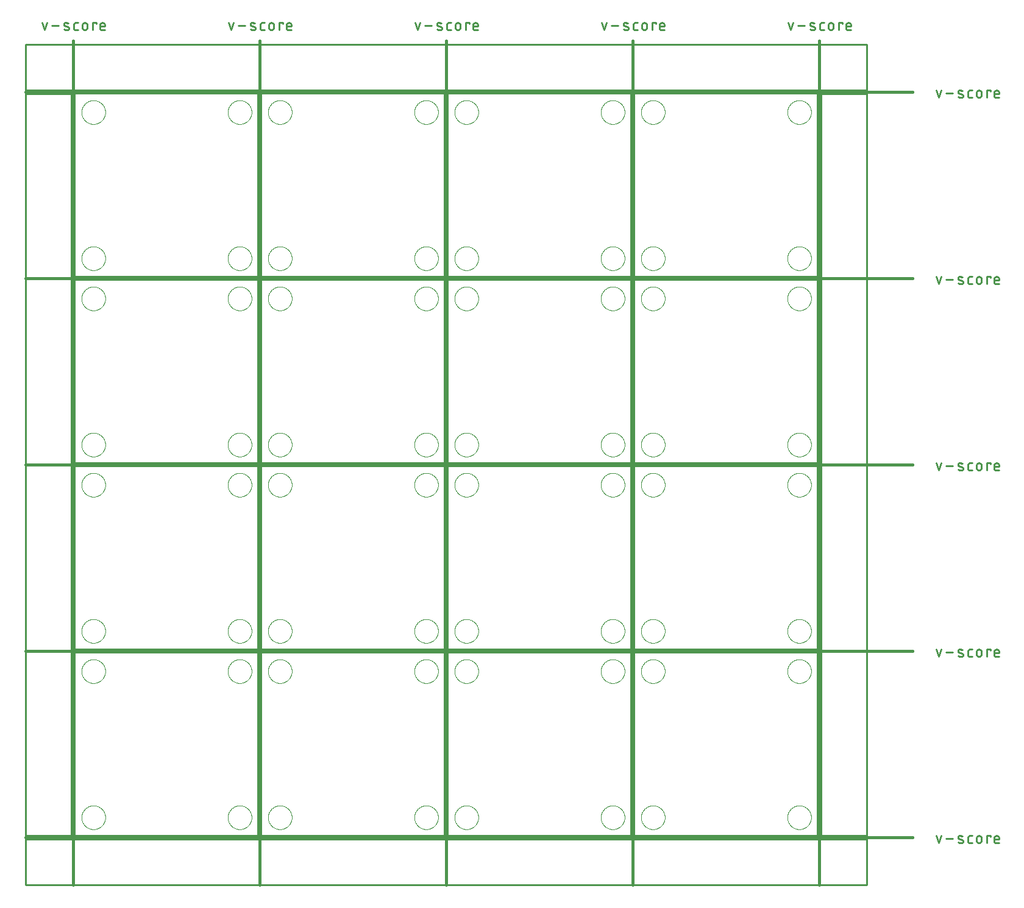
<source format=gko>
G04 EAGLE Gerber RS-274X export*
G75*
%MOMM*%
%FSLAX34Y34*%
%LPD*%
%IN*%
%IPPOS*%
%AMOC8*
5,1,8,0,0,1.08239X$1,22.5*%
G01*
%ADD10C,0.203200*%
%ADD11C,0.381000*%
%ADD12C,0.279400*%
%ADD13C,0.254000*%
%ADD14C,0.000000*%


D10*
X0Y0D02*
X254000Y0D01*
X254000Y254000D01*
X0Y254000D01*
X0Y0D01*
X259080Y0D02*
X513080Y0D01*
X513080Y254000D01*
X259080Y254000D01*
X259080Y0D01*
X518160Y0D02*
X772160Y0D01*
X772160Y254000D01*
X518160Y254000D01*
X518160Y0D01*
X777240Y0D02*
X1031240Y0D01*
X1031240Y254000D01*
X777240Y254000D01*
X777240Y0D01*
X254000Y259080D02*
X0Y259080D01*
X254000Y259080D02*
X254000Y513080D01*
X0Y513080D01*
X0Y259080D01*
X259080Y259080D02*
X513080Y259080D01*
X513080Y513080D01*
X259080Y513080D01*
X259080Y259080D01*
X518160Y259080D02*
X772160Y259080D01*
X772160Y513080D01*
X518160Y513080D01*
X518160Y259080D01*
X777240Y259080D02*
X1031240Y259080D01*
X1031240Y513080D01*
X777240Y513080D01*
X777240Y259080D01*
X254000Y518160D02*
X0Y518160D01*
X254000Y518160D02*
X254000Y772160D01*
X0Y772160D01*
X0Y518160D01*
X259080Y518160D02*
X513080Y518160D01*
X513080Y772160D01*
X259080Y772160D01*
X259080Y518160D01*
X518160Y518160D02*
X772160Y518160D01*
X772160Y772160D01*
X518160Y772160D01*
X518160Y518160D01*
X777240Y518160D02*
X1031240Y518160D01*
X1031240Y772160D01*
X777240Y772160D01*
X777240Y518160D01*
X254000Y777240D02*
X0Y777240D01*
X254000Y777240D02*
X254000Y1031240D01*
X0Y1031240D01*
X0Y777240D01*
X259080Y777240D02*
X513080Y777240D01*
X513080Y1031240D01*
X259080Y1031240D01*
X259080Y777240D01*
X518160Y777240D02*
X772160Y777240D01*
X772160Y1031240D01*
X518160Y1031240D01*
X518160Y777240D01*
X777240Y777240D02*
X1031240Y777240D01*
X1031240Y1031240D01*
X777240Y1031240D01*
X777240Y777240D01*
D11*
X-2540Y1104900D02*
X-2540Y-68580D01*
D12*
X-42921Y1120267D02*
X-46251Y1130258D01*
X-39590Y1130258D02*
X-42921Y1120267D01*
X-32806Y1126095D02*
X-22815Y1126095D01*
X-14261Y1126095D02*
X-10098Y1124430D01*
X-14261Y1126094D02*
X-14346Y1126130D01*
X-14429Y1126170D01*
X-14510Y1126213D01*
X-14590Y1126260D01*
X-14667Y1126310D01*
X-14743Y1126363D01*
X-14816Y1126419D01*
X-14886Y1126479D01*
X-14954Y1126541D01*
X-15019Y1126606D01*
X-15081Y1126674D01*
X-15141Y1126745D01*
X-15197Y1126818D01*
X-15250Y1126893D01*
X-15300Y1126971D01*
X-15346Y1127050D01*
X-15389Y1127132D01*
X-15429Y1127215D01*
X-15465Y1127300D01*
X-15497Y1127386D01*
X-15526Y1127474D01*
X-15550Y1127563D01*
X-15571Y1127653D01*
X-15588Y1127743D01*
X-15602Y1127834D01*
X-15611Y1127926D01*
X-15616Y1128018D01*
X-15618Y1128110D01*
X-15616Y1128202D01*
X-15609Y1128294D01*
X-15599Y1128386D01*
X-15585Y1128477D01*
X-15567Y1128568D01*
X-15545Y1128657D01*
X-15519Y1128746D01*
X-15489Y1128833D01*
X-15456Y1128919D01*
X-15419Y1129003D01*
X-15379Y1129086D01*
X-15335Y1129167D01*
X-15288Y1129246D01*
X-15237Y1129323D01*
X-15183Y1129398D01*
X-15126Y1129471D01*
X-15066Y1129541D01*
X-15003Y1129608D01*
X-14937Y1129672D01*
X-14869Y1129734D01*
X-14798Y1129793D01*
X-14724Y1129848D01*
X-14648Y1129901D01*
X-14570Y1129950D01*
X-14490Y1129996D01*
X-14409Y1130038D01*
X-14325Y1130077D01*
X-14240Y1130112D01*
X-14153Y1130143D01*
X-14065Y1130171D01*
X-13976Y1130195D01*
X-13886Y1130215D01*
X-13796Y1130232D01*
X-13704Y1130244D01*
X-13612Y1130253D01*
X-13520Y1130257D01*
X-13428Y1130258D01*
X-13201Y1130252D01*
X-12974Y1130241D01*
X-12747Y1130224D01*
X-12521Y1130201D01*
X-12295Y1130174D01*
X-12070Y1130140D01*
X-11846Y1130102D01*
X-11623Y1130058D01*
X-11401Y1130009D01*
X-11180Y1129954D01*
X-10961Y1129894D01*
X-10743Y1129829D01*
X-10527Y1129758D01*
X-10313Y1129683D01*
X-10100Y1129602D01*
X-9890Y1129516D01*
X-9681Y1129425D01*
X-10098Y1124430D02*
X-10013Y1124394D01*
X-9930Y1124354D01*
X-9849Y1124311D01*
X-9769Y1124264D01*
X-9692Y1124214D01*
X-9616Y1124161D01*
X-9543Y1124105D01*
X-9473Y1124045D01*
X-9405Y1123983D01*
X-9340Y1123918D01*
X-9278Y1123850D01*
X-9218Y1123779D01*
X-9162Y1123706D01*
X-9109Y1123631D01*
X-9059Y1123553D01*
X-9013Y1123474D01*
X-8970Y1123392D01*
X-8930Y1123309D01*
X-8894Y1123224D01*
X-8862Y1123138D01*
X-8833Y1123050D01*
X-8809Y1122961D01*
X-8788Y1122871D01*
X-8771Y1122781D01*
X-8757Y1122690D01*
X-8748Y1122598D01*
X-8743Y1122506D01*
X-8741Y1122414D01*
X-8743Y1122322D01*
X-8750Y1122230D01*
X-8760Y1122138D01*
X-8774Y1122047D01*
X-8792Y1121956D01*
X-8814Y1121867D01*
X-8840Y1121778D01*
X-8870Y1121691D01*
X-8903Y1121605D01*
X-8940Y1121521D01*
X-8980Y1121438D01*
X-9024Y1121357D01*
X-9071Y1121278D01*
X-9122Y1121201D01*
X-9176Y1121126D01*
X-9233Y1121053D01*
X-9293Y1120983D01*
X-9356Y1120916D01*
X-9422Y1120852D01*
X-9490Y1120790D01*
X-9561Y1120731D01*
X-9635Y1120676D01*
X-9711Y1120623D01*
X-9789Y1120574D01*
X-9869Y1120528D01*
X-9950Y1120486D01*
X-10034Y1120447D01*
X-10119Y1120412D01*
X-10206Y1120381D01*
X-10294Y1120353D01*
X-10383Y1120329D01*
X-10473Y1120309D01*
X-10563Y1120292D01*
X-10655Y1120280D01*
X-10747Y1120271D01*
X-10839Y1120267D01*
X-10931Y1120266D01*
X-10931Y1120267D02*
X-11265Y1120276D01*
X-11598Y1120293D01*
X-11931Y1120317D01*
X-12264Y1120350D01*
X-12595Y1120390D01*
X-12926Y1120438D01*
X-13255Y1120494D01*
X-13583Y1120557D01*
X-13909Y1120629D01*
X-14233Y1120708D01*
X-14556Y1120794D01*
X-14876Y1120889D01*
X-15194Y1120991D01*
X-15510Y1121100D01*
X562Y1120267D02*
X3892Y1120267D01*
X562Y1120267D02*
X464Y1120269D01*
X366Y1120275D01*
X268Y1120284D01*
X171Y1120298D01*
X75Y1120315D01*
X-21Y1120336D01*
X-116Y1120361D01*
X-210Y1120389D01*
X-303Y1120421D01*
X-394Y1120457D01*
X-484Y1120496D01*
X-572Y1120539D01*
X-659Y1120586D01*
X-743Y1120635D01*
X-826Y1120688D01*
X-906Y1120744D01*
X-985Y1120803D01*
X-1060Y1120866D01*
X-1134Y1120931D01*
X-1204Y1120999D01*
X-1272Y1121069D01*
X-1338Y1121143D01*
X-1400Y1121219D01*
X-1459Y1121297D01*
X-1515Y1121377D01*
X-1568Y1121460D01*
X-1618Y1121544D01*
X-1664Y1121631D01*
X-1707Y1121719D01*
X-1746Y1121809D01*
X-1782Y1121900D01*
X-1814Y1121993D01*
X-1842Y1122087D01*
X-1867Y1122182D01*
X-1888Y1122278D01*
X-1905Y1122374D01*
X-1919Y1122471D01*
X-1928Y1122569D01*
X-1934Y1122667D01*
X-1936Y1122765D01*
X-1936Y1127760D01*
X-1934Y1127858D01*
X-1928Y1127956D01*
X-1919Y1128054D01*
X-1905Y1128151D01*
X-1888Y1128247D01*
X-1867Y1128343D01*
X-1842Y1128438D01*
X-1814Y1128532D01*
X-1782Y1128625D01*
X-1746Y1128716D01*
X-1707Y1128806D01*
X-1664Y1128894D01*
X-1617Y1128981D01*
X-1568Y1129065D01*
X-1515Y1129148D01*
X-1459Y1129228D01*
X-1400Y1129306D01*
X-1337Y1129382D01*
X-1272Y1129456D01*
X-1204Y1129526D01*
X-1134Y1129594D01*
X-1060Y1129659D01*
X-984Y1129722D01*
X-906Y1129781D01*
X-826Y1129837D01*
X-743Y1129890D01*
X-659Y1129939D01*
X-572Y1129986D01*
X-484Y1130029D01*
X-394Y1130068D01*
X-303Y1130104D01*
X-210Y1130136D01*
X-116Y1130164D01*
X-21Y1130189D01*
X75Y1130210D01*
X171Y1130227D01*
X268Y1130241D01*
X366Y1130250D01*
X464Y1130256D01*
X562Y1130258D01*
X3892Y1130258D01*
X10022Y1126927D02*
X10022Y1123597D01*
X10022Y1126927D02*
X10024Y1127041D01*
X10030Y1127154D01*
X10039Y1127268D01*
X10053Y1127380D01*
X10070Y1127493D01*
X10092Y1127605D01*
X10117Y1127715D01*
X10145Y1127825D01*
X10178Y1127934D01*
X10214Y1128042D01*
X10254Y1128149D01*
X10298Y1128254D01*
X10345Y1128357D01*
X10395Y1128459D01*
X10449Y1128559D01*
X10507Y1128657D01*
X10568Y1128753D01*
X10631Y1128847D01*
X10699Y1128939D01*
X10769Y1129029D01*
X10842Y1129115D01*
X10918Y1129200D01*
X10997Y1129282D01*
X11079Y1129361D01*
X11164Y1129437D01*
X11250Y1129510D01*
X11340Y1129580D01*
X11432Y1129648D01*
X11526Y1129711D01*
X11622Y1129772D01*
X11720Y1129830D01*
X11820Y1129884D01*
X11922Y1129934D01*
X12025Y1129981D01*
X12130Y1130025D01*
X12237Y1130065D01*
X12345Y1130101D01*
X12454Y1130134D01*
X12564Y1130162D01*
X12674Y1130187D01*
X12786Y1130209D01*
X12899Y1130226D01*
X13011Y1130240D01*
X13125Y1130249D01*
X13238Y1130255D01*
X13352Y1130257D01*
X13466Y1130255D01*
X13579Y1130249D01*
X13693Y1130240D01*
X13805Y1130226D01*
X13918Y1130209D01*
X14030Y1130187D01*
X14140Y1130162D01*
X14250Y1130134D01*
X14359Y1130101D01*
X14467Y1130065D01*
X14574Y1130025D01*
X14679Y1129981D01*
X14782Y1129934D01*
X14884Y1129884D01*
X14984Y1129830D01*
X15082Y1129772D01*
X15178Y1129711D01*
X15272Y1129648D01*
X15364Y1129580D01*
X15454Y1129510D01*
X15540Y1129437D01*
X15625Y1129361D01*
X15707Y1129282D01*
X15786Y1129200D01*
X15862Y1129115D01*
X15935Y1129029D01*
X16005Y1128939D01*
X16073Y1128847D01*
X16136Y1128753D01*
X16197Y1128657D01*
X16255Y1128559D01*
X16309Y1128459D01*
X16359Y1128357D01*
X16406Y1128254D01*
X16450Y1128149D01*
X16490Y1128042D01*
X16526Y1127934D01*
X16559Y1127825D01*
X16587Y1127715D01*
X16612Y1127605D01*
X16634Y1127493D01*
X16651Y1127380D01*
X16665Y1127268D01*
X16674Y1127154D01*
X16680Y1127041D01*
X16682Y1126927D01*
X16682Y1123597D01*
X16680Y1123483D01*
X16674Y1123370D01*
X16665Y1123256D01*
X16651Y1123144D01*
X16634Y1123031D01*
X16612Y1122919D01*
X16587Y1122809D01*
X16559Y1122699D01*
X16526Y1122590D01*
X16490Y1122482D01*
X16450Y1122375D01*
X16406Y1122270D01*
X16359Y1122167D01*
X16309Y1122065D01*
X16255Y1121965D01*
X16197Y1121867D01*
X16136Y1121771D01*
X16073Y1121677D01*
X16005Y1121585D01*
X15935Y1121495D01*
X15862Y1121409D01*
X15786Y1121324D01*
X15707Y1121242D01*
X15625Y1121163D01*
X15540Y1121087D01*
X15454Y1121014D01*
X15364Y1120944D01*
X15272Y1120876D01*
X15178Y1120813D01*
X15082Y1120752D01*
X14984Y1120694D01*
X14884Y1120640D01*
X14782Y1120590D01*
X14679Y1120543D01*
X14574Y1120499D01*
X14467Y1120459D01*
X14359Y1120423D01*
X14250Y1120390D01*
X14140Y1120362D01*
X14030Y1120337D01*
X13918Y1120315D01*
X13805Y1120298D01*
X13693Y1120284D01*
X13579Y1120275D01*
X13466Y1120269D01*
X13352Y1120267D01*
X13238Y1120269D01*
X13125Y1120275D01*
X13011Y1120284D01*
X12899Y1120298D01*
X12786Y1120315D01*
X12674Y1120337D01*
X12564Y1120362D01*
X12454Y1120390D01*
X12345Y1120423D01*
X12237Y1120459D01*
X12130Y1120499D01*
X12025Y1120543D01*
X11922Y1120590D01*
X11820Y1120640D01*
X11720Y1120694D01*
X11622Y1120752D01*
X11526Y1120813D01*
X11432Y1120876D01*
X11340Y1120944D01*
X11250Y1121014D01*
X11164Y1121087D01*
X11079Y1121163D01*
X10997Y1121242D01*
X10918Y1121324D01*
X10842Y1121409D01*
X10769Y1121495D01*
X10699Y1121585D01*
X10631Y1121677D01*
X10568Y1121771D01*
X10507Y1121867D01*
X10449Y1121965D01*
X10395Y1122065D01*
X10345Y1122167D01*
X10298Y1122270D01*
X10254Y1122375D01*
X10214Y1122482D01*
X10178Y1122590D01*
X10145Y1122699D01*
X10117Y1122809D01*
X10092Y1122919D01*
X10070Y1123031D01*
X10053Y1123144D01*
X10039Y1123256D01*
X10030Y1123370D01*
X10024Y1123483D01*
X10022Y1123597D01*
X24218Y1120267D02*
X24218Y1130258D01*
X29213Y1130258D01*
X29213Y1128593D01*
X37008Y1120267D02*
X41171Y1120267D01*
X37008Y1120267D02*
X36910Y1120269D01*
X36812Y1120275D01*
X36714Y1120284D01*
X36617Y1120298D01*
X36521Y1120315D01*
X36425Y1120336D01*
X36330Y1120361D01*
X36236Y1120389D01*
X36143Y1120421D01*
X36052Y1120457D01*
X35962Y1120496D01*
X35874Y1120539D01*
X35787Y1120586D01*
X35703Y1120635D01*
X35620Y1120688D01*
X35540Y1120744D01*
X35462Y1120803D01*
X35386Y1120866D01*
X35312Y1120931D01*
X35242Y1120999D01*
X35174Y1121069D01*
X35109Y1121143D01*
X35046Y1121219D01*
X34987Y1121297D01*
X34931Y1121377D01*
X34878Y1121460D01*
X34829Y1121544D01*
X34782Y1121631D01*
X34739Y1121719D01*
X34700Y1121809D01*
X34664Y1121900D01*
X34632Y1121993D01*
X34604Y1122087D01*
X34579Y1122182D01*
X34558Y1122278D01*
X34541Y1122374D01*
X34527Y1122471D01*
X34518Y1122569D01*
X34512Y1122667D01*
X34510Y1122765D01*
X34510Y1126927D01*
X34511Y1126927D02*
X34513Y1127041D01*
X34519Y1127154D01*
X34528Y1127268D01*
X34542Y1127380D01*
X34559Y1127493D01*
X34581Y1127605D01*
X34606Y1127715D01*
X34634Y1127825D01*
X34667Y1127934D01*
X34703Y1128042D01*
X34743Y1128149D01*
X34787Y1128254D01*
X34834Y1128357D01*
X34884Y1128459D01*
X34938Y1128559D01*
X34996Y1128657D01*
X35057Y1128753D01*
X35120Y1128847D01*
X35188Y1128939D01*
X35258Y1129029D01*
X35331Y1129115D01*
X35407Y1129200D01*
X35486Y1129282D01*
X35568Y1129361D01*
X35653Y1129437D01*
X35739Y1129510D01*
X35829Y1129580D01*
X35921Y1129648D01*
X36015Y1129711D01*
X36111Y1129772D01*
X36209Y1129830D01*
X36309Y1129884D01*
X36411Y1129934D01*
X36514Y1129981D01*
X36619Y1130025D01*
X36726Y1130065D01*
X36834Y1130101D01*
X36943Y1130134D01*
X37053Y1130162D01*
X37163Y1130187D01*
X37275Y1130209D01*
X37388Y1130226D01*
X37500Y1130240D01*
X37614Y1130249D01*
X37727Y1130255D01*
X37841Y1130257D01*
X37955Y1130255D01*
X38068Y1130249D01*
X38182Y1130240D01*
X38294Y1130226D01*
X38407Y1130209D01*
X38519Y1130187D01*
X38629Y1130162D01*
X38739Y1130134D01*
X38848Y1130101D01*
X38956Y1130065D01*
X39063Y1130025D01*
X39168Y1129981D01*
X39271Y1129934D01*
X39373Y1129884D01*
X39473Y1129830D01*
X39571Y1129772D01*
X39667Y1129711D01*
X39761Y1129648D01*
X39853Y1129580D01*
X39943Y1129510D01*
X40029Y1129437D01*
X40114Y1129361D01*
X40196Y1129282D01*
X40275Y1129200D01*
X40351Y1129115D01*
X40424Y1129029D01*
X40494Y1128939D01*
X40562Y1128847D01*
X40625Y1128753D01*
X40686Y1128657D01*
X40744Y1128559D01*
X40798Y1128459D01*
X40848Y1128357D01*
X40895Y1128254D01*
X40939Y1128149D01*
X40979Y1128042D01*
X41015Y1127934D01*
X41048Y1127825D01*
X41076Y1127715D01*
X41101Y1127605D01*
X41123Y1127493D01*
X41140Y1127380D01*
X41154Y1127268D01*
X41163Y1127154D01*
X41169Y1127041D01*
X41171Y1126927D01*
X41171Y1125262D01*
X34510Y1125262D01*
D11*
X256540Y1104900D02*
X256540Y-68580D01*
D12*
X216159Y1120267D02*
X212829Y1130258D01*
X219490Y1130258D02*
X216159Y1120267D01*
X226274Y1126095D02*
X236265Y1126095D01*
X244819Y1126095D02*
X248982Y1124430D01*
X244819Y1126094D02*
X244734Y1126130D01*
X244651Y1126170D01*
X244570Y1126213D01*
X244490Y1126260D01*
X244413Y1126310D01*
X244337Y1126363D01*
X244264Y1126419D01*
X244194Y1126479D01*
X244126Y1126541D01*
X244061Y1126606D01*
X243999Y1126674D01*
X243939Y1126745D01*
X243883Y1126818D01*
X243830Y1126893D01*
X243780Y1126971D01*
X243734Y1127050D01*
X243691Y1127132D01*
X243651Y1127215D01*
X243615Y1127300D01*
X243583Y1127386D01*
X243554Y1127474D01*
X243530Y1127563D01*
X243509Y1127653D01*
X243492Y1127743D01*
X243478Y1127834D01*
X243469Y1127926D01*
X243464Y1128018D01*
X243462Y1128110D01*
X243464Y1128202D01*
X243471Y1128294D01*
X243481Y1128386D01*
X243495Y1128477D01*
X243513Y1128568D01*
X243535Y1128657D01*
X243561Y1128746D01*
X243591Y1128833D01*
X243624Y1128919D01*
X243661Y1129003D01*
X243701Y1129086D01*
X243745Y1129167D01*
X243792Y1129246D01*
X243843Y1129323D01*
X243897Y1129398D01*
X243954Y1129471D01*
X244014Y1129541D01*
X244077Y1129608D01*
X244143Y1129672D01*
X244211Y1129734D01*
X244282Y1129793D01*
X244356Y1129848D01*
X244432Y1129901D01*
X244510Y1129950D01*
X244590Y1129996D01*
X244671Y1130038D01*
X244755Y1130077D01*
X244840Y1130112D01*
X244927Y1130143D01*
X245015Y1130171D01*
X245104Y1130195D01*
X245194Y1130215D01*
X245284Y1130232D01*
X245376Y1130244D01*
X245468Y1130253D01*
X245560Y1130257D01*
X245652Y1130258D01*
X245879Y1130252D01*
X246106Y1130241D01*
X246333Y1130224D01*
X246559Y1130201D01*
X246785Y1130174D01*
X247010Y1130140D01*
X247234Y1130102D01*
X247457Y1130058D01*
X247679Y1130009D01*
X247900Y1129954D01*
X248119Y1129894D01*
X248337Y1129829D01*
X248553Y1129758D01*
X248767Y1129683D01*
X248980Y1129602D01*
X249190Y1129516D01*
X249399Y1129425D01*
X248982Y1124430D02*
X249067Y1124394D01*
X249150Y1124354D01*
X249231Y1124311D01*
X249311Y1124264D01*
X249388Y1124214D01*
X249464Y1124161D01*
X249537Y1124105D01*
X249607Y1124045D01*
X249675Y1123983D01*
X249740Y1123918D01*
X249802Y1123850D01*
X249862Y1123779D01*
X249918Y1123706D01*
X249971Y1123631D01*
X250021Y1123553D01*
X250067Y1123474D01*
X250110Y1123392D01*
X250150Y1123309D01*
X250186Y1123224D01*
X250218Y1123138D01*
X250247Y1123050D01*
X250271Y1122961D01*
X250292Y1122871D01*
X250309Y1122781D01*
X250323Y1122690D01*
X250332Y1122598D01*
X250337Y1122506D01*
X250339Y1122414D01*
X250337Y1122322D01*
X250330Y1122230D01*
X250320Y1122138D01*
X250306Y1122047D01*
X250288Y1121956D01*
X250266Y1121867D01*
X250240Y1121778D01*
X250210Y1121691D01*
X250177Y1121605D01*
X250140Y1121521D01*
X250100Y1121438D01*
X250056Y1121357D01*
X250009Y1121278D01*
X249958Y1121201D01*
X249904Y1121126D01*
X249847Y1121053D01*
X249787Y1120983D01*
X249724Y1120916D01*
X249658Y1120852D01*
X249590Y1120790D01*
X249519Y1120731D01*
X249445Y1120676D01*
X249369Y1120623D01*
X249291Y1120574D01*
X249211Y1120528D01*
X249130Y1120486D01*
X249046Y1120447D01*
X248961Y1120412D01*
X248874Y1120381D01*
X248786Y1120353D01*
X248697Y1120329D01*
X248607Y1120309D01*
X248517Y1120292D01*
X248425Y1120280D01*
X248333Y1120271D01*
X248241Y1120267D01*
X248149Y1120266D01*
X248149Y1120267D02*
X247815Y1120276D01*
X247482Y1120293D01*
X247149Y1120317D01*
X246816Y1120350D01*
X246485Y1120390D01*
X246154Y1120438D01*
X245825Y1120494D01*
X245497Y1120557D01*
X245171Y1120629D01*
X244847Y1120708D01*
X244524Y1120794D01*
X244204Y1120889D01*
X243886Y1120991D01*
X243570Y1121100D01*
X259642Y1120267D02*
X262972Y1120267D01*
X259642Y1120267D02*
X259544Y1120269D01*
X259446Y1120275D01*
X259348Y1120284D01*
X259251Y1120298D01*
X259155Y1120315D01*
X259059Y1120336D01*
X258964Y1120361D01*
X258870Y1120389D01*
X258777Y1120421D01*
X258686Y1120457D01*
X258596Y1120496D01*
X258508Y1120539D01*
X258421Y1120586D01*
X258337Y1120635D01*
X258254Y1120688D01*
X258174Y1120744D01*
X258096Y1120803D01*
X258020Y1120866D01*
X257946Y1120931D01*
X257876Y1120999D01*
X257808Y1121069D01*
X257743Y1121143D01*
X257680Y1121219D01*
X257621Y1121297D01*
X257565Y1121377D01*
X257512Y1121460D01*
X257463Y1121544D01*
X257416Y1121631D01*
X257373Y1121719D01*
X257334Y1121809D01*
X257298Y1121900D01*
X257266Y1121993D01*
X257238Y1122087D01*
X257213Y1122182D01*
X257192Y1122278D01*
X257175Y1122374D01*
X257161Y1122471D01*
X257152Y1122569D01*
X257146Y1122667D01*
X257144Y1122765D01*
X257144Y1127760D01*
X257146Y1127858D01*
X257152Y1127956D01*
X257161Y1128054D01*
X257175Y1128151D01*
X257192Y1128247D01*
X257213Y1128343D01*
X257238Y1128438D01*
X257266Y1128532D01*
X257298Y1128625D01*
X257334Y1128716D01*
X257373Y1128806D01*
X257416Y1128894D01*
X257463Y1128981D01*
X257512Y1129065D01*
X257565Y1129148D01*
X257621Y1129228D01*
X257680Y1129307D01*
X257743Y1129382D01*
X257808Y1129456D01*
X257876Y1129526D01*
X257946Y1129594D01*
X258020Y1129660D01*
X258096Y1129722D01*
X258174Y1129781D01*
X258254Y1129837D01*
X258337Y1129890D01*
X258421Y1129940D01*
X258508Y1129986D01*
X258596Y1130029D01*
X258686Y1130068D01*
X258777Y1130104D01*
X258870Y1130136D01*
X258964Y1130164D01*
X259059Y1130189D01*
X259155Y1130210D01*
X259251Y1130227D01*
X259348Y1130241D01*
X259446Y1130250D01*
X259544Y1130256D01*
X259642Y1130258D01*
X262972Y1130258D01*
X269102Y1126927D02*
X269102Y1123597D01*
X269102Y1126927D02*
X269104Y1127041D01*
X269110Y1127154D01*
X269119Y1127268D01*
X269133Y1127380D01*
X269150Y1127493D01*
X269172Y1127605D01*
X269197Y1127715D01*
X269225Y1127825D01*
X269258Y1127934D01*
X269294Y1128042D01*
X269334Y1128149D01*
X269378Y1128254D01*
X269425Y1128357D01*
X269475Y1128459D01*
X269529Y1128559D01*
X269587Y1128657D01*
X269648Y1128753D01*
X269711Y1128847D01*
X269779Y1128939D01*
X269849Y1129029D01*
X269922Y1129115D01*
X269998Y1129200D01*
X270077Y1129282D01*
X270159Y1129361D01*
X270244Y1129437D01*
X270330Y1129510D01*
X270420Y1129580D01*
X270512Y1129648D01*
X270606Y1129711D01*
X270702Y1129772D01*
X270800Y1129830D01*
X270900Y1129884D01*
X271002Y1129934D01*
X271105Y1129981D01*
X271210Y1130025D01*
X271317Y1130065D01*
X271425Y1130101D01*
X271534Y1130134D01*
X271644Y1130162D01*
X271754Y1130187D01*
X271866Y1130209D01*
X271979Y1130226D01*
X272091Y1130240D01*
X272205Y1130249D01*
X272318Y1130255D01*
X272432Y1130257D01*
X272546Y1130255D01*
X272659Y1130249D01*
X272773Y1130240D01*
X272885Y1130226D01*
X272998Y1130209D01*
X273110Y1130187D01*
X273220Y1130162D01*
X273330Y1130134D01*
X273439Y1130101D01*
X273547Y1130065D01*
X273654Y1130025D01*
X273759Y1129981D01*
X273862Y1129934D01*
X273964Y1129884D01*
X274064Y1129830D01*
X274162Y1129772D01*
X274258Y1129711D01*
X274352Y1129648D01*
X274444Y1129580D01*
X274534Y1129510D01*
X274620Y1129437D01*
X274705Y1129361D01*
X274787Y1129282D01*
X274866Y1129200D01*
X274942Y1129115D01*
X275015Y1129029D01*
X275085Y1128939D01*
X275153Y1128847D01*
X275216Y1128753D01*
X275277Y1128657D01*
X275335Y1128559D01*
X275389Y1128459D01*
X275439Y1128357D01*
X275486Y1128254D01*
X275530Y1128149D01*
X275570Y1128042D01*
X275606Y1127934D01*
X275639Y1127825D01*
X275667Y1127715D01*
X275692Y1127605D01*
X275714Y1127493D01*
X275731Y1127380D01*
X275745Y1127268D01*
X275754Y1127154D01*
X275760Y1127041D01*
X275762Y1126927D01*
X275762Y1123597D01*
X275760Y1123483D01*
X275754Y1123370D01*
X275745Y1123256D01*
X275731Y1123144D01*
X275714Y1123031D01*
X275692Y1122919D01*
X275667Y1122809D01*
X275639Y1122699D01*
X275606Y1122590D01*
X275570Y1122482D01*
X275530Y1122375D01*
X275486Y1122270D01*
X275439Y1122167D01*
X275389Y1122065D01*
X275335Y1121965D01*
X275277Y1121867D01*
X275216Y1121771D01*
X275153Y1121677D01*
X275085Y1121585D01*
X275015Y1121495D01*
X274942Y1121409D01*
X274866Y1121324D01*
X274787Y1121242D01*
X274705Y1121163D01*
X274620Y1121087D01*
X274534Y1121014D01*
X274444Y1120944D01*
X274352Y1120876D01*
X274258Y1120813D01*
X274162Y1120752D01*
X274064Y1120694D01*
X273964Y1120640D01*
X273862Y1120590D01*
X273759Y1120543D01*
X273654Y1120499D01*
X273547Y1120459D01*
X273439Y1120423D01*
X273330Y1120390D01*
X273220Y1120362D01*
X273110Y1120337D01*
X272998Y1120315D01*
X272885Y1120298D01*
X272773Y1120284D01*
X272659Y1120275D01*
X272546Y1120269D01*
X272432Y1120267D01*
X272318Y1120269D01*
X272205Y1120275D01*
X272091Y1120284D01*
X271979Y1120298D01*
X271866Y1120315D01*
X271754Y1120337D01*
X271644Y1120362D01*
X271534Y1120390D01*
X271425Y1120423D01*
X271317Y1120459D01*
X271210Y1120499D01*
X271105Y1120543D01*
X271002Y1120590D01*
X270900Y1120640D01*
X270800Y1120694D01*
X270702Y1120752D01*
X270606Y1120813D01*
X270512Y1120876D01*
X270420Y1120944D01*
X270330Y1121014D01*
X270244Y1121087D01*
X270159Y1121163D01*
X270077Y1121242D01*
X269998Y1121324D01*
X269922Y1121409D01*
X269849Y1121495D01*
X269779Y1121585D01*
X269711Y1121677D01*
X269648Y1121771D01*
X269587Y1121867D01*
X269529Y1121965D01*
X269475Y1122065D01*
X269425Y1122167D01*
X269378Y1122270D01*
X269334Y1122375D01*
X269294Y1122482D01*
X269258Y1122590D01*
X269225Y1122699D01*
X269197Y1122809D01*
X269172Y1122919D01*
X269150Y1123031D01*
X269133Y1123144D01*
X269119Y1123256D01*
X269110Y1123370D01*
X269104Y1123483D01*
X269102Y1123597D01*
X283298Y1120267D02*
X283298Y1130258D01*
X288293Y1130258D01*
X288293Y1128593D01*
X296088Y1120267D02*
X300251Y1120267D01*
X296088Y1120267D02*
X295990Y1120269D01*
X295892Y1120275D01*
X295794Y1120284D01*
X295697Y1120298D01*
X295601Y1120315D01*
X295505Y1120336D01*
X295410Y1120361D01*
X295316Y1120389D01*
X295223Y1120421D01*
X295132Y1120457D01*
X295042Y1120496D01*
X294954Y1120539D01*
X294867Y1120586D01*
X294783Y1120635D01*
X294700Y1120688D01*
X294620Y1120744D01*
X294542Y1120803D01*
X294466Y1120866D01*
X294392Y1120931D01*
X294322Y1120999D01*
X294254Y1121069D01*
X294189Y1121143D01*
X294126Y1121219D01*
X294067Y1121297D01*
X294011Y1121377D01*
X293958Y1121460D01*
X293909Y1121544D01*
X293862Y1121631D01*
X293819Y1121719D01*
X293780Y1121809D01*
X293744Y1121900D01*
X293712Y1121993D01*
X293684Y1122087D01*
X293659Y1122182D01*
X293638Y1122278D01*
X293621Y1122374D01*
X293607Y1122471D01*
X293598Y1122569D01*
X293592Y1122667D01*
X293590Y1122765D01*
X293590Y1126927D01*
X293591Y1126927D02*
X293593Y1127041D01*
X293599Y1127154D01*
X293608Y1127268D01*
X293622Y1127380D01*
X293639Y1127493D01*
X293661Y1127605D01*
X293686Y1127715D01*
X293714Y1127825D01*
X293747Y1127934D01*
X293783Y1128042D01*
X293823Y1128149D01*
X293867Y1128254D01*
X293914Y1128357D01*
X293964Y1128459D01*
X294018Y1128559D01*
X294076Y1128657D01*
X294137Y1128753D01*
X294200Y1128847D01*
X294268Y1128939D01*
X294338Y1129029D01*
X294411Y1129115D01*
X294487Y1129200D01*
X294566Y1129282D01*
X294648Y1129361D01*
X294733Y1129437D01*
X294819Y1129510D01*
X294909Y1129580D01*
X295001Y1129648D01*
X295095Y1129711D01*
X295191Y1129772D01*
X295289Y1129830D01*
X295389Y1129884D01*
X295491Y1129934D01*
X295594Y1129981D01*
X295699Y1130025D01*
X295806Y1130065D01*
X295914Y1130101D01*
X296023Y1130134D01*
X296133Y1130162D01*
X296243Y1130187D01*
X296355Y1130209D01*
X296468Y1130226D01*
X296580Y1130240D01*
X296694Y1130249D01*
X296807Y1130255D01*
X296921Y1130257D01*
X297035Y1130255D01*
X297148Y1130249D01*
X297262Y1130240D01*
X297374Y1130226D01*
X297487Y1130209D01*
X297599Y1130187D01*
X297709Y1130162D01*
X297819Y1130134D01*
X297928Y1130101D01*
X298036Y1130065D01*
X298143Y1130025D01*
X298248Y1129981D01*
X298351Y1129934D01*
X298453Y1129884D01*
X298553Y1129830D01*
X298651Y1129772D01*
X298747Y1129711D01*
X298841Y1129648D01*
X298933Y1129580D01*
X299023Y1129510D01*
X299109Y1129437D01*
X299194Y1129361D01*
X299276Y1129282D01*
X299355Y1129200D01*
X299431Y1129115D01*
X299504Y1129029D01*
X299574Y1128939D01*
X299642Y1128847D01*
X299705Y1128753D01*
X299766Y1128657D01*
X299824Y1128559D01*
X299878Y1128459D01*
X299928Y1128357D01*
X299975Y1128254D01*
X300019Y1128149D01*
X300059Y1128042D01*
X300095Y1127934D01*
X300128Y1127825D01*
X300156Y1127715D01*
X300181Y1127605D01*
X300203Y1127493D01*
X300220Y1127380D01*
X300234Y1127268D01*
X300243Y1127154D01*
X300249Y1127041D01*
X300251Y1126927D01*
X300251Y1125262D01*
X293590Y1125262D01*
D11*
X515620Y1104900D02*
X515620Y-68580D01*
D12*
X475239Y1120267D02*
X471909Y1130258D01*
X478570Y1130258D02*
X475239Y1120267D01*
X485354Y1126095D02*
X495345Y1126095D01*
X503899Y1126095D02*
X508062Y1124430D01*
X503899Y1126094D02*
X503814Y1126130D01*
X503731Y1126170D01*
X503650Y1126213D01*
X503570Y1126260D01*
X503493Y1126310D01*
X503417Y1126363D01*
X503344Y1126419D01*
X503274Y1126479D01*
X503206Y1126541D01*
X503141Y1126606D01*
X503079Y1126674D01*
X503019Y1126745D01*
X502963Y1126818D01*
X502910Y1126893D01*
X502860Y1126971D01*
X502814Y1127050D01*
X502771Y1127132D01*
X502731Y1127215D01*
X502695Y1127300D01*
X502663Y1127386D01*
X502634Y1127474D01*
X502610Y1127563D01*
X502589Y1127653D01*
X502572Y1127743D01*
X502558Y1127834D01*
X502549Y1127926D01*
X502544Y1128018D01*
X502542Y1128110D01*
X502544Y1128202D01*
X502551Y1128294D01*
X502561Y1128386D01*
X502575Y1128477D01*
X502593Y1128568D01*
X502615Y1128657D01*
X502641Y1128746D01*
X502671Y1128833D01*
X502704Y1128919D01*
X502741Y1129003D01*
X502781Y1129086D01*
X502825Y1129167D01*
X502872Y1129246D01*
X502923Y1129323D01*
X502977Y1129398D01*
X503034Y1129471D01*
X503094Y1129541D01*
X503157Y1129608D01*
X503223Y1129672D01*
X503291Y1129734D01*
X503362Y1129793D01*
X503436Y1129848D01*
X503512Y1129901D01*
X503590Y1129950D01*
X503670Y1129996D01*
X503751Y1130038D01*
X503835Y1130077D01*
X503920Y1130112D01*
X504007Y1130143D01*
X504095Y1130171D01*
X504184Y1130195D01*
X504274Y1130215D01*
X504364Y1130232D01*
X504456Y1130244D01*
X504548Y1130253D01*
X504640Y1130257D01*
X504732Y1130258D01*
X504959Y1130252D01*
X505186Y1130241D01*
X505413Y1130224D01*
X505639Y1130201D01*
X505865Y1130174D01*
X506090Y1130140D01*
X506314Y1130102D01*
X506537Y1130058D01*
X506759Y1130009D01*
X506980Y1129954D01*
X507199Y1129894D01*
X507417Y1129829D01*
X507633Y1129758D01*
X507847Y1129683D01*
X508060Y1129602D01*
X508270Y1129516D01*
X508479Y1129425D01*
X508062Y1124430D02*
X508147Y1124394D01*
X508230Y1124354D01*
X508311Y1124311D01*
X508391Y1124264D01*
X508468Y1124214D01*
X508544Y1124161D01*
X508617Y1124105D01*
X508687Y1124045D01*
X508755Y1123983D01*
X508820Y1123918D01*
X508882Y1123850D01*
X508942Y1123779D01*
X508998Y1123706D01*
X509051Y1123631D01*
X509101Y1123553D01*
X509147Y1123474D01*
X509190Y1123392D01*
X509230Y1123309D01*
X509266Y1123224D01*
X509298Y1123138D01*
X509327Y1123050D01*
X509351Y1122961D01*
X509372Y1122871D01*
X509389Y1122781D01*
X509403Y1122690D01*
X509412Y1122598D01*
X509417Y1122506D01*
X509419Y1122414D01*
X509417Y1122322D01*
X509410Y1122230D01*
X509400Y1122138D01*
X509386Y1122047D01*
X509368Y1121956D01*
X509346Y1121867D01*
X509320Y1121778D01*
X509290Y1121691D01*
X509257Y1121605D01*
X509220Y1121521D01*
X509180Y1121438D01*
X509136Y1121357D01*
X509089Y1121278D01*
X509038Y1121201D01*
X508984Y1121126D01*
X508927Y1121053D01*
X508867Y1120983D01*
X508804Y1120916D01*
X508738Y1120852D01*
X508670Y1120790D01*
X508599Y1120731D01*
X508525Y1120676D01*
X508449Y1120623D01*
X508371Y1120574D01*
X508291Y1120528D01*
X508210Y1120486D01*
X508126Y1120447D01*
X508041Y1120412D01*
X507954Y1120381D01*
X507866Y1120353D01*
X507777Y1120329D01*
X507687Y1120309D01*
X507597Y1120292D01*
X507505Y1120280D01*
X507413Y1120271D01*
X507321Y1120267D01*
X507229Y1120266D01*
X507229Y1120267D02*
X506895Y1120276D01*
X506562Y1120293D01*
X506229Y1120317D01*
X505896Y1120350D01*
X505565Y1120390D01*
X505234Y1120438D01*
X504905Y1120494D01*
X504577Y1120557D01*
X504251Y1120629D01*
X503927Y1120708D01*
X503604Y1120794D01*
X503284Y1120889D01*
X502966Y1120991D01*
X502650Y1121100D01*
X518722Y1120267D02*
X522052Y1120267D01*
X518722Y1120267D02*
X518624Y1120269D01*
X518526Y1120275D01*
X518428Y1120284D01*
X518331Y1120298D01*
X518235Y1120315D01*
X518139Y1120336D01*
X518044Y1120361D01*
X517950Y1120389D01*
X517857Y1120421D01*
X517766Y1120457D01*
X517676Y1120496D01*
X517588Y1120539D01*
X517501Y1120586D01*
X517417Y1120635D01*
X517334Y1120688D01*
X517254Y1120744D01*
X517176Y1120803D01*
X517100Y1120866D01*
X517026Y1120931D01*
X516956Y1120999D01*
X516888Y1121069D01*
X516823Y1121143D01*
X516760Y1121219D01*
X516701Y1121297D01*
X516645Y1121377D01*
X516592Y1121460D01*
X516543Y1121544D01*
X516496Y1121631D01*
X516453Y1121719D01*
X516414Y1121809D01*
X516378Y1121900D01*
X516346Y1121993D01*
X516318Y1122087D01*
X516293Y1122182D01*
X516272Y1122278D01*
X516255Y1122374D01*
X516241Y1122471D01*
X516232Y1122569D01*
X516226Y1122667D01*
X516224Y1122765D01*
X516224Y1127760D01*
X516226Y1127858D01*
X516232Y1127956D01*
X516241Y1128054D01*
X516255Y1128151D01*
X516272Y1128247D01*
X516293Y1128343D01*
X516318Y1128438D01*
X516346Y1128532D01*
X516378Y1128625D01*
X516414Y1128716D01*
X516453Y1128806D01*
X516496Y1128894D01*
X516543Y1128981D01*
X516592Y1129065D01*
X516645Y1129148D01*
X516701Y1129228D01*
X516760Y1129307D01*
X516823Y1129382D01*
X516888Y1129456D01*
X516956Y1129526D01*
X517026Y1129594D01*
X517100Y1129660D01*
X517176Y1129722D01*
X517254Y1129781D01*
X517334Y1129837D01*
X517417Y1129890D01*
X517501Y1129940D01*
X517588Y1129986D01*
X517676Y1130029D01*
X517766Y1130068D01*
X517857Y1130104D01*
X517950Y1130136D01*
X518044Y1130164D01*
X518139Y1130189D01*
X518235Y1130210D01*
X518331Y1130227D01*
X518428Y1130241D01*
X518526Y1130250D01*
X518624Y1130256D01*
X518722Y1130258D01*
X522052Y1130258D01*
X528182Y1126927D02*
X528182Y1123597D01*
X528182Y1126927D02*
X528184Y1127041D01*
X528190Y1127154D01*
X528199Y1127268D01*
X528213Y1127380D01*
X528230Y1127493D01*
X528252Y1127605D01*
X528277Y1127715D01*
X528305Y1127825D01*
X528338Y1127934D01*
X528374Y1128042D01*
X528414Y1128149D01*
X528458Y1128254D01*
X528505Y1128357D01*
X528555Y1128459D01*
X528609Y1128559D01*
X528667Y1128657D01*
X528728Y1128753D01*
X528791Y1128847D01*
X528859Y1128939D01*
X528929Y1129029D01*
X529002Y1129115D01*
X529078Y1129200D01*
X529157Y1129282D01*
X529239Y1129361D01*
X529324Y1129437D01*
X529410Y1129510D01*
X529500Y1129580D01*
X529592Y1129648D01*
X529686Y1129711D01*
X529782Y1129772D01*
X529880Y1129830D01*
X529980Y1129884D01*
X530082Y1129934D01*
X530185Y1129981D01*
X530290Y1130025D01*
X530397Y1130065D01*
X530505Y1130101D01*
X530614Y1130134D01*
X530724Y1130162D01*
X530834Y1130187D01*
X530946Y1130209D01*
X531059Y1130226D01*
X531171Y1130240D01*
X531285Y1130249D01*
X531398Y1130255D01*
X531512Y1130257D01*
X531626Y1130255D01*
X531739Y1130249D01*
X531853Y1130240D01*
X531965Y1130226D01*
X532078Y1130209D01*
X532190Y1130187D01*
X532300Y1130162D01*
X532410Y1130134D01*
X532519Y1130101D01*
X532627Y1130065D01*
X532734Y1130025D01*
X532839Y1129981D01*
X532942Y1129934D01*
X533044Y1129884D01*
X533144Y1129830D01*
X533242Y1129772D01*
X533338Y1129711D01*
X533432Y1129648D01*
X533524Y1129580D01*
X533614Y1129510D01*
X533700Y1129437D01*
X533785Y1129361D01*
X533867Y1129282D01*
X533946Y1129200D01*
X534022Y1129115D01*
X534095Y1129029D01*
X534165Y1128939D01*
X534233Y1128847D01*
X534296Y1128753D01*
X534357Y1128657D01*
X534415Y1128559D01*
X534469Y1128459D01*
X534519Y1128357D01*
X534566Y1128254D01*
X534610Y1128149D01*
X534650Y1128042D01*
X534686Y1127934D01*
X534719Y1127825D01*
X534747Y1127715D01*
X534772Y1127605D01*
X534794Y1127493D01*
X534811Y1127380D01*
X534825Y1127268D01*
X534834Y1127154D01*
X534840Y1127041D01*
X534842Y1126927D01*
X534842Y1123597D01*
X534840Y1123483D01*
X534834Y1123370D01*
X534825Y1123256D01*
X534811Y1123144D01*
X534794Y1123031D01*
X534772Y1122919D01*
X534747Y1122809D01*
X534719Y1122699D01*
X534686Y1122590D01*
X534650Y1122482D01*
X534610Y1122375D01*
X534566Y1122270D01*
X534519Y1122167D01*
X534469Y1122065D01*
X534415Y1121965D01*
X534357Y1121867D01*
X534296Y1121771D01*
X534233Y1121677D01*
X534165Y1121585D01*
X534095Y1121495D01*
X534022Y1121409D01*
X533946Y1121324D01*
X533867Y1121242D01*
X533785Y1121163D01*
X533700Y1121087D01*
X533614Y1121014D01*
X533524Y1120944D01*
X533432Y1120876D01*
X533338Y1120813D01*
X533242Y1120752D01*
X533144Y1120694D01*
X533044Y1120640D01*
X532942Y1120590D01*
X532839Y1120543D01*
X532734Y1120499D01*
X532627Y1120459D01*
X532519Y1120423D01*
X532410Y1120390D01*
X532300Y1120362D01*
X532190Y1120337D01*
X532078Y1120315D01*
X531965Y1120298D01*
X531853Y1120284D01*
X531739Y1120275D01*
X531626Y1120269D01*
X531512Y1120267D01*
X531398Y1120269D01*
X531285Y1120275D01*
X531171Y1120284D01*
X531059Y1120298D01*
X530946Y1120315D01*
X530834Y1120337D01*
X530724Y1120362D01*
X530614Y1120390D01*
X530505Y1120423D01*
X530397Y1120459D01*
X530290Y1120499D01*
X530185Y1120543D01*
X530082Y1120590D01*
X529980Y1120640D01*
X529880Y1120694D01*
X529782Y1120752D01*
X529686Y1120813D01*
X529592Y1120876D01*
X529500Y1120944D01*
X529410Y1121014D01*
X529324Y1121087D01*
X529239Y1121163D01*
X529157Y1121242D01*
X529078Y1121324D01*
X529002Y1121409D01*
X528929Y1121495D01*
X528859Y1121585D01*
X528791Y1121677D01*
X528728Y1121771D01*
X528667Y1121867D01*
X528609Y1121965D01*
X528555Y1122065D01*
X528505Y1122167D01*
X528458Y1122270D01*
X528414Y1122375D01*
X528374Y1122482D01*
X528338Y1122590D01*
X528305Y1122699D01*
X528277Y1122809D01*
X528252Y1122919D01*
X528230Y1123031D01*
X528213Y1123144D01*
X528199Y1123256D01*
X528190Y1123370D01*
X528184Y1123483D01*
X528182Y1123597D01*
X542378Y1120267D02*
X542378Y1130258D01*
X547373Y1130258D01*
X547373Y1128593D01*
X555168Y1120267D02*
X559331Y1120267D01*
X555168Y1120267D02*
X555070Y1120269D01*
X554972Y1120275D01*
X554874Y1120284D01*
X554777Y1120298D01*
X554681Y1120315D01*
X554585Y1120336D01*
X554490Y1120361D01*
X554396Y1120389D01*
X554303Y1120421D01*
X554212Y1120457D01*
X554122Y1120496D01*
X554034Y1120539D01*
X553947Y1120586D01*
X553863Y1120635D01*
X553780Y1120688D01*
X553700Y1120744D01*
X553622Y1120803D01*
X553546Y1120866D01*
X553472Y1120931D01*
X553402Y1120999D01*
X553334Y1121069D01*
X553269Y1121143D01*
X553206Y1121219D01*
X553147Y1121297D01*
X553091Y1121377D01*
X553038Y1121460D01*
X552989Y1121544D01*
X552942Y1121631D01*
X552899Y1121719D01*
X552860Y1121809D01*
X552824Y1121900D01*
X552792Y1121993D01*
X552764Y1122087D01*
X552739Y1122182D01*
X552718Y1122278D01*
X552701Y1122374D01*
X552687Y1122471D01*
X552678Y1122569D01*
X552672Y1122667D01*
X552670Y1122765D01*
X552670Y1126927D01*
X552671Y1126927D02*
X552673Y1127041D01*
X552679Y1127154D01*
X552688Y1127268D01*
X552702Y1127380D01*
X552719Y1127493D01*
X552741Y1127605D01*
X552766Y1127715D01*
X552794Y1127825D01*
X552827Y1127934D01*
X552863Y1128042D01*
X552903Y1128149D01*
X552947Y1128254D01*
X552994Y1128357D01*
X553044Y1128459D01*
X553098Y1128559D01*
X553156Y1128657D01*
X553217Y1128753D01*
X553280Y1128847D01*
X553348Y1128939D01*
X553418Y1129029D01*
X553491Y1129115D01*
X553567Y1129200D01*
X553646Y1129282D01*
X553728Y1129361D01*
X553813Y1129437D01*
X553899Y1129510D01*
X553989Y1129580D01*
X554081Y1129648D01*
X554175Y1129711D01*
X554271Y1129772D01*
X554369Y1129830D01*
X554469Y1129884D01*
X554571Y1129934D01*
X554674Y1129981D01*
X554779Y1130025D01*
X554886Y1130065D01*
X554994Y1130101D01*
X555103Y1130134D01*
X555213Y1130162D01*
X555323Y1130187D01*
X555435Y1130209D01*
X555548Y1130226D01*
X555660Y1130240D01*
X555774Y1130249D01*
X555887Y1130255D01*
X556001Y1130257D01*
X556115Y1130255D01*
X556228Y1130249D01*
X556342Y1130240D01*
X556454Y1130226D01*
X556567Y1130209D01*
X556679Y1130187D01*
X556789Y1130162D01*
X556899Y1130134D01*
X557008Y1130101D01*
X557116Y1130065D01*
X557223Y1130025D01*
X557328Y1129981D01*
X557431Y1129934D01*
X557533Y1129884D01*
X557633Y1129830D01*
X557731Y1129772D01*
X557827Y1129711D01*
X557921Y1129648D01*
X558013Y1129580D01*
X558103Y1129510D01*
X558189Y1129437D01*
X558274Y1129361D01*
X558356Y1129282D01*
X558435Y1129200D01*
X558511Y1129115D01*
X558584Y1129029D01*
X558654Y1128939D01*
X558722Y1128847D01*
X558785Y1128753D01*
X558846Y1128657D01*
X558904Y1128559D01*
X558958Y1128459D01*
X559008Y1128357D01*
X559055Y1128254D01*
X559099Y1128149D01*
X559139Y1128042D01*
X559175Y1127934D01*
X559208Y1127825D01*
X559236Y1127715D01*
X559261Y1127605D01*
X559283Y1127493D01*
X559300Y1127380D01*
X559314Y1127268D01*
X559323Y1127154D01*
X559329Y1127041D01*
X559331Y1126927D01*
X559331Y1125262D01*
X552670Y1125262D01*
D11*
X774700Y1104900D02*
X774700Y-68580D01*
D12*
X734319Y1120267D02*
X730989Y1130258D01*
X737650Y1130258D02*
X734319Y1120267D01*
X744434Y1126095D02*
X754425Y1126095D01*
X762979Y1126095D02*
X767142Y1124430D01*
X762979Y1126094D02*
X762894Y1126130D01*
X762811Y1126170D01*
X762730Y1126213D01*
X762650Y1126260D01*
X762573Y1126310D01*
X762497Y1126363D01*
X762424Y1126419D01*
X762354Y1126479D01*
X762286Y1126541D01*
X762221Y1126606D01*
X762159Y1126674D01*
X762099Y1126745D01*
X762043Y1126818D01*
X761990Y1126893D01*
X761940Y1126971D01*
X761894Y1127050D01*
X761851Y1127132D01*
X761811Y1127215D01*
X761775Y1127300D01*
X761743Y1127386D01*
X761714Y1127474D01*
X761690Y1127563D01*
X761669Y1127653D01*
X761652Y1127743D01*
X761638Y1127834D01*
X761629Y1127926D01*
X761624Y1128018D01*
X761622Y1128110D01*
X761624Y1128202D01*
X761631Y1128294D01*
X761641Y1128386D01*
X761655Y1128477D01*
X761673Y1128568D01*
X761695Y1128657D01*
X761721Y1128746D01*
X761751Y1128833D01*
X761784Y1128919D01*
X761821Y1129003D01*
X761861Y1129086D01*
X761905Y1129167D01*
X761952Y1129246D01*
X762003Y1129323D01*
X762057Y1129398D01*
X762114Y1129471D01*
X762174Y1129541D01*
X762237Y1129608D01*
X762303Y1129672D01*
X762371Y1129734D01*
X762442Y1129793D01*
X762516Y1129848D01*
X762592Y1129901D01*
X762670Y1129950D01*
X762750Y1129996D01*
X762831Y1130038D01*
X762915Y1130077D01*
X763000Y1130112D01*
X763087Y1130143D01*
X763175Y1130171D01*
X763264Y1130195D01*
X763354Y1130215D01*
X763444Y1130232D01*
X763536Y1130244D01*
X763628Y1130253D01*
X763720Y1130257D01*
X763812Y1130258D01*
X764039Y1130252D01*
X764266Y1130241D01*
X764493Y1130224D01*
X764719Y1130201D01*
X764945Y1130174D01*
X765170Y1130140D01*
X765394Y1130102D01*
X765617Y1130058D01*
X765839Y1130009D01*
X766060Y1129954D01*
X766279Y1129894D01*
X766497Y1129829D01*
X766713Y1129758D01*
X766927Y1129683D01*
X767140Y1129602D01*
X767350Y1129516D01*
X767559Y1129425D01*
X767142Y1124430D02*
X767227Y1124394D01*
X767310Y1124354D01*
X767391Y1124311D01*
X767471Y1124264D01*
X767548Y1124214D01*
X767624Y1124161D01*
X767697Y1124105D01*
X767767Y1124045D01*
X767835Y1123983D01*
X767900Y1123918D01*
X767962Y1123850D01*
X768022Y1123779D01*
X768078Y1123706D01*
X768131Y1123631D01*
X768181Y1123553D01*
X768227Y1123474D01*
X768270Y1123392D01*
X768310Y1123309D01*
X768346Y1123224D01*
X768378Y1123138D01*
X768407Y1123050D01*
X768431Y1122961D01*
X768452Y1122871D01*
X768469Y1122781D01*
X768483Y1122690D01*
X768492Y1122598D01*
X768497Y1122506D01*
X768499Y1122414D01*
X768497Y1122322D01*
X768490Y1122230D01*
X768480Y1122138D01*
X768466Y1122047D01*
X768448Y1121956D01*
X768426Y1121867D01*
X768400Y1121778D01*
X768370Y1121691D01*
X768337Y1121605D01*
X768300Y1121521D01*
X768260Y1121438D01*
X768216Y1121357D01*
X768169Y1121278D01*
X768118Y1121201D01*
X768064Y1121126D01*
X768007Y1121053D01*
X767947Y1120983D01*
X767884Y1120916D01*
X767818Y1120852D01*
X767750Y1120790D01*
X767679Y1120731D01*
X767605Y1120676D01*
X767529Y1120623D01*
X767451Y1120574D01*
X767371Y1120528D01*
X767290Y1120486D01*
X767206Y1120447D01*
X767121Y1120412D01*
X767034Y1120381D01*
X766946Y1120353D01*
X766857Y1120329D01*
X766767Y1120309D01*
X766677Y1120292D01*
X766585Y1120280D01*
X766493Y1120271D01*
X766401Y1120267D01*
X766309Y1120266D01*
X766309Y1120267D02*
X765975Y1120276D01*
X765642Y1120293D01*
X765309Y1120317D01*
X764976Y1120350D01*
X764645Y1120390D01*
X764314Y1120438D01*
X763985Y1120494D01*
X763657Y1120557D01*
X763331Y1120629D01*
X763007Y1120708D01*
X762684Y1120794D01*
X762364Y1120889D01*
X762046Y1120991D01*
X761730Y1121100D01*
X777802Y1120267D02*
X781132Y1120267D01*
X777802Y1120267D02*
X777704Y1120269D01*
X777606Y1120275D01*
X777508Y1120284D01*
X777411Y1120298D01*
X777315Y1120315D01*
X777219Y1120336D01*
X777124Y1120361D01*
X777030Y1120389D01*
X776937Y1120421D01*
X776846Y1120457D01*
X776756Y1120496D01*
X776668Y1120539D01*
X776581Y1120586D01*
X776497Y1120635D01*
X776414Y1120688D01*
X776334Y1120744D01*
X776256Y1120803D01*
X776180Y1120866D01*
X776106Y1120931D01*
X776036Y1120999D01*
X775968Y1121069D01*
X775903Y1121143D01*
X775840Y1121219D01*
X775781Y1121297D01*
X775725Y1121377D01*
X775672Y1121460D01*
X775623Y1121544D01*
X775576Y1121631D01*
X775533Y1121719D01*
X775494Y1121809D01*
X775458Y1121900D01*
X775426Y1121993D01*
X775398Y1122087D01*
X775373Y1122182D01*
X775352Y1122278D01*
X775335Y1122374D01*
X775321Y1122471D01*
X775312Y1122569D01*
X775306Y1122667D01*
X775304Y1122765D01*
X775304Y1127760D01*
X775306Y1127858D01*
X775312Y1127956D01*
X775321Y1128054D01*
X775335Y1128151D01*
X775352Y1128247D01*
X775373Y1128343D01*
X775398Y1128438D01*
X775426Y1128532D01*
X775458Y1128625D01*
X775494Y1128716D01*
X775533Y1128806D01*
X775576Y1128894D01*
X775623Y1128981D01*
X775672Y1129065D01*
X775725Y1129148D01*
X775781Y1129228D01*
X775840Y1129307D01*
X775903Y1129382D01*
X775968Y1129456D01*
X776036Y1129526D01*
X776106Y1129594D01*
X776180Y1129660D01*
X776256Y1129722D01*
X776334Y1129781D01*
X776414Y1129837D01*
X776497Y1129890D01*
X776581Y1129940D01*
X776668Y1129986D01*
X776756Y1130029D01*
X776846Y1130068D01*
X776937Y1130104D01*
X777030Y1130136D01*
X777124Y1130164D01*
X777219Y1130189D01*
X777315Y1130210D01*
X777411Y1130227D01*
X777508Y1130241D01*
X777606Y1130250D01*
X777704Y1130256D01*
X777802Y1130258D01*
X781132Y1130258D01*
X787262Y1126927D02*
X787262Y1123597D01*
X787262Y1126927D02*
X787264Y1127041D01*
X787270Y1127154D01*
X787279Y1127268D01*
X787293Y1127380D01*
X787310Y1127493D01*
X787332Y1127605D01*
X787357Y1127715D01*
X787385Y1127825D01*
X787418Y1127934D01*
X787454Y1128042D01*
X787494Y1128149D01*
X787538Y1128254D01*
X787585Y1128357D01*
X787635Y1128459D01*
X787689Y1128559D01*
X787747Y1128657D01*
X787808Y1128753D01*
X787871Y1128847D01*
X787939Y1128939D01*
X788009Y1129029D01*
X788082Y1129115D01*
X788158Y1129200D01*
X788237Y1129282D01*
X788319Y1129361D01*
X788404Y1129437D01*
X788490Y1129510D01*
X788580Y1129580D01*
X788672Y1129648D01*
X788766Y1129711D01*
X788862Y1129772D01*
X788960Y1129830D01*
X789060Y1129884D01*
X789162Y1129934D01*
X789265Y1129981D01*
X789370Y1130025D01*
X789477Y1130065D01*
X789585Y1130101D01*
X789694Y1130134D01*
X789804Y1130162D01*
X789914Y1130187D01*
X790026Y1130209D01*
X790139Y1130226D01*
X790251Y1130240D01*
X790365Y1130249D01*
X790478Y1130255D01*
X790592Y1130257D01*
X790706Y1130255D01*
X790819Y1130249D01*
X790933Y1130240D01*
X791045Y1130226D01*
X791158Y1130209D01*
X791270Y1130187D01*
X791380Y1130162D01*
X791490Y1130134D01*
X791599Y1130101D01*
X791707Y1130065D01*
X791814Y1130025D01*
X791919Y1129981D01*
X792022Y1129934D01*
X792124Y1129884D01*
X792224Y1129830D01*
X792322Y1129772D01*
X792418Y1129711D01*
X792512Y1129648D01*
X792604Y1129580D01*
X792694Y1129510D01*
X792780Y1129437D01*
X792865Y1129361D01*
X792947Y1129282D01*
X793026Y1129200D01*
X793102Y1129115D01*
X793175Y1129029D01*
X793245Y1128939D01*
X793313Y1128847D01*
X793376Y1128753D01*
X793437Y1128657D01*
X793495Y1128559D01*
X793549Y1128459D01*
X793599Y1128357D01*
X793646Y1128254D01*
X793690Y1128149D01*
X793730Y1128042D01*
X793766Y1127934D01*
X793799Y1127825D01*
X793827Y1127715D01*
X793852Y1127605D01*
X793874Y1127493D01*
X793891Y1127380D01*
X793905Y1127268D01*
X793914Y1127154D01*
X793920Y1127041D01*
X793922Y1126927D01*
X793922Y1123597D01*
X793920Y1123483D01*
X793914Y1123370D01*
X793905Y1123256D01*
X793891Y1123144D01*
X793874Y1123031D01*
X793852Y1122919D01*
X793827Y1122809D01*
X793799Y1122699D01*
X793766Y1122590D01*
X793730Y1122482D01*
X793690Y1122375D01*
X793646Y1122270D01*
X793599Y1122167D01*
X793549Y1122065D01*
X793495Y1121965D01*
X793437Y1121867D01*
X793376Y1121771D01*
X793313Y1121677D01*
X793245Y1121585D01*
X793175Y1121495D01*
X793102Y1121409D01*
X793026Y1121324D01*
X792947Y1121242D01*
X792865Y1121163D01*
X792780Y1121087D01*
X792694Y1121014D01*
X792604Y1120944D01*
X792512Y1120876D01*
X792418Y1120813D01*
X792322Y1120752D01*
X792224Y1120694D01*
X792124Y1120640D01*
X792022Y1120590D01*
X791919Y1120543D01*
X791814Y1120499D01*
X791707Y1120459D01*
X791599Y1120423D01*
X791490Y1120390D01*
X791380Y1120362D01*
X791270Y1120337D01*
X791158Y1120315D01*
X791045Y1120298D01*
X790933Y1120284D01*
X790819Y1120275D01*
X790706Y1120269D01*
X790592Y1120267D01*
X790478Y1120269D01*
X790365Y1120275D01*
X790251Y1120284D01*
X790139Y1120298D01*
X790026Y1120315D01*
X789914Y1120337D01*
X789804Y1120362D01*
X789694Y1120390D01*
X789585Y1120423D01*
X789477Y1120459D01*
X789370Y1120499D01*
X789265Y1120543D01*
X789162Y1120590D01*
X789060Y1120640D01*
X788960Y1120694D01*
X788862Y1120752D01*
X788766Y1120813D01*
X788672Y1120876D01*
X788580Y1120944D01*
X788490Y1121014D01*
X788404Y1121087D01*
X788319Y1121163D01*
X788237Y1121242D01*
X788158Y1121324D01*
X788082Y1121409D01*
X788009Y1121495D01*
X787939Y1121585D01*
X787871Y1121677D01*
X787808Y1121771D01*
X787747Y1121867D01*
X787689Y1121965D01*
X787635Y1122065D01*
X787585Y1122167D01*
X787538Y1122270D01*
X787494Y1122375D01*
X787454Y1122482D01*
X787418Y1122590D01*
X787385Y1122699D01*
X787357Y1122809D01*
X787332Y1122919D01*
X787310Y1123031D01*
X787293Y1123144D01*
X787279Y1123256D01*
X787270Y1123370D01*
X787264Y1123483D01*
X787262Y1123597D01*
X801458Y1120267D02*
X801458Y1130258D01*
X806453Y1130258D01*
X806453Y1128593D01*
X814248Y1120267D02*
X818411Y1120267D01*
X814248Y1120267D02*
X814150Y1120269D01*
X814052Y1120275D01*
X813954Y1120284D01*
X813857Y1120298D01*
X813761Y1120315D01*
X813665Y1120336D01*
X813570Y1120361D01*
X813476Y1120389D01*
X813383Y1120421D01*
X813292Y1120457D01*
X813202Y1120496D01*
X813114Y1120539D01*
X813027Y1120586D01*
X812943Y1120635D01*
X812860Y1120688D01*
X812780Y1120744D01*
X812702Y1120803D01*
X812626Y1120866D01*
X812552Y1120931D01*
X812482Y1120999D01*
X812414Y1121069D01*
X812349Y1121143D01*
X812286Y1121219D01*
X812227Y1121297D01*
X812171Y1121377D01*
X812118Y1121460D01*
X812069Y1121544D01*
X812022Y1121631D01*
X811979Y1121719D01*
X811940Y1121809D01*
X811904Y1121900D01*
X811872Y1121993D01*
X811844Y1122087D01*
X811819Y1122182D01*
X811798Y1122278D01*
X811781Y1122374D01*
X811767Y1122471D01*
X811758Y1122569D01*
X811752Y1122667D01*
X811750Y1122765D01*
X811750Y1126927D01*
X811751Y1126927D02*
X811753Y1127041D01*
X811759Y1127154D01*
X811768Y1127268D01*
X811782Y1127380D01*
X811799Y1127493D01*
X811821Y1127605D01*
X811846Y1127715D01*
X811874Y1127825D01*
X811907Y1127934D01*
X811943Y1128042D01*
X811983Y1128149D01*
X812027Y1128254D01*
X812074Y1128357D01*
X812124Y1128459D01*
X812178Y1128559D01*
X812236Y1128657D01*
X812297Y1128753D01*
X812360Y1128847D01*
X812428Y1128939D01*
X812498Y1129029D01*
X812571Y1129115D01*
X812647Y1129200D01*
X812726Y1129282D01*
X812808Y1129361D01*
X812893Y1129437D01*
X812979Y1129510D01*
X813069Y1129580D01*
X813161Y1129648D01*
X813255Y1129711D01*
X813351Y1129772D01*
X813449Y1129830D01*
X813549Y1129884D01*
X813651Y1129934D01*
X813754Y1129981D01*
X813859Y1130025D01*
X813966Y1130065D01*
X814074Y1130101D01*
X814183Y1130134D01*
X814293Y1130162D01*
X814403Y1130187D01*
X814515Y1130209D01*
X814628Y1130226D01*
X814740Y1130240D01*
X814854Y1130249D01*
X814967Y1130255D01*
X815081Y1130257D01*
X815195Y1130255D01*
X815308Y1130249D01*
X815422Y1130240D01*
X815534Y1130226D01*
X815647Y1130209D01*
X815759Y1130187D01*
X815869Y1130162D01*
X815979Y1130134D01*
X816088Y1130101D01*
X816196Y1130065D01*
X816303Y1130025D01*
X816408Y1129981D01*
X816511Y1129934D01*
X816613Y1129884D01*
X816713Y1129830D01*
X816811Y1129772D01*
X816907Y1129711D01*
X817001Y1129648D01*
X817093Y1129580D01*
X817183Y1129510D01*
X817269Y1129437D01*
X817354Y1129361D01*
X817436Y1129282D01*
X817515Y1129200D01*
X817591Y1129115D01*
X817664Y1129029D01*
X817734Y1128939D01*
X817802Y1128847D01*
X817865Y1128753D01*
X817926Y1128657D01*
X817984Y1128559D01*
X818038Y1128459D01*
X818088Y1128357D01*
X818135Y1128254D01*
X818179Y1128149D01*
X818219Y1128042D01*
X818255Y1127934D01*
X818288Y1127825D01*
X818316Y1127715D01*
X818341Y1127605D01*
X818363Y1127493D01*
X818380Y1127380D01*
X818394Y1127268D01*
X818403Y1127154D01*
X818409Y1127041D01*
X818411Y1126927D01*
X818411Y1125262D01*
X811750Y1125262D01*
D11*
X1033780Y1104900D02*
X1033780Y-68580D01*
D12*
X993399Y1120267D02*
X990069Y1130258D01*
X996730Y1130258D02*
X993399Y1120267D01*
X1003514Y1126095D02*
X1013505Y1126095D01*
X1022059Y1126095D02*
X1026222Y1124430D01*
X1022059Y1126094D02*
X1021974Y1126130D01*
X1021891Y1126170D01*
X1021810Y1126213D01*
X1021730Y1126260D01*
X1021653Y1126310D01*
X1021577Y1126363D01*
X1021504Y1126419D01*
X1021434Y1126479D01*
X1021366Y1126541D01*
X1021301Y1126606D01*
X1021239Y1126674D01*
X1021179Y1126745D01*
X1021123Y1126818D01*
X1021070Y1126893D01*
X1021020Y1126971D01*
X1020974Y1127050D01*
X1020931Y1127132D01*
X1020891Y1127215D01*
X1020855Y1127300D01*
X1020823Y1127386D01*
X1020794Y1127474D01*
X1020770Y1127563D01*
X1020749Y1127653D01*
X1020732Y1127743D01*
X1020718Y1127834D01*
X1020709Y1127926D01*
X1020704Y1128018D01*
X1020702Y1128110D01*
X1020704Y1128202D01*
X1020711Y1128294D01*
X1020721Y1128386D01*
X1020735Y1128477D01*
X1020753Y1128568D01*
X1020775Y1128657D01*
X1020801Y1128746D01*
X1020831Y1128833D01*
X1020864Y1128919D01*
X1020901Y1129003D01*
X1020941Y1129086D01*
X1020985Y1129167D01*
X1021032Y1129246D01*
X1021083Y1129323D01*
X1021137Y1129398D01*
X1021194Y1129471D01*
X1021254Y1129541D01*
X1021317Y1129608D01*
X1021383Y1129672D01*
X1021451Y1129734D01*
X1021522Y1129793D01*
X1021596Y1129848D01*
X1021672Y1129901D01*
X1021750Y1129950D01*
X1021830Y1129996D01*
X1021911Y1130038D01*
X1021995Y1130077D01*
X1022080Y1130112D01*
X1022167Y1130143D01*
X1022255Y1130171D01*
X1022344Y1130195D01*
X1022434Y1130215D01*
X1022524Y1130232D01*
X1022616Y1130244D01*
X1022708Y1130253D01*
X1022800Y1130257D01*
X1022892Y1130258D01*
X1023119Y1130252D01*
X1023346Y1130241D01*
X1023573Y1130224D01*
X1023799Y1130201D01*
X1024025Y1130174D01*
X1024250Y1130140D01*
X1024474Y1130102D01*
X1024697Y1130058D01*
X1024919Y1130009D01*
X1025140Y1129954D01*
X1025359Y1129894D01*
X1025577Y1129829D01*
X1025793Y1129758D01*
X1026007Y1129683D01*
X1026220Y1129602D01*
X1026430Y1129516D01*
X1026639Y1129425D01*
X1026222Y1124430D02*
X1026307Y1124394D01*
X1026390Y1124354D01*
X1026471Y1124311D01*
X1026551Y1124264D01*
X1026628Y1124214D01*
X1026704Y1124161D01*
X1026777Y1124105D01*
X1026847Y1124045D01*
X1026915Y1123983D01*
X1026980Y1123918D01*
X1027042Y1123850D01*
X1027102Y1123779D01*
X1027158Y1123706D01*
X1027211Y1123631D01*
X1027261Y1123553D01*
X1027307Y1123474D01*
X1027350Y1123392D01*
X1027390Y1123309D01*
X1027426Y1123224D01*
X1027458Y1123138D01*
X1027487Y1123050D01*
X1027511Y1122961D01*
X1027532Y1122871D01*
X1027549Y1122781D01*
X1027563Y1122690D01*
X1027572Y1122598D01*
X1027577Y1122506D01*
X1027579Y1122414D01*
X1027577Y1122322D01*
X1027570Y1122230D01*
X1027560Y1122138D01*
X1027546Y1122047D01*
X1027528Y1121956D01*
X1027506Y1121867D01*
X1027480Y1121778D01*
X1027450Y1121691D01*
X1027417Y1121605D01*
X1027380Y1121521D01*
X1027340Y1121438D01*
X1027296Y1121357D01*
X1027249Y1121278D01*
X1027198Y1121201D01*
X1027144Y1121126D01*
X1027087Y1121053D01*
X1027027Y1120983D01*
X1026964Y1120916D01*
X1026898Y1120852D01*
X1026830Y1120790D01*
X1026759Y1120731D01*
X1026685Y1120676D01*
X1026609Y1120623D01*
X1026531Y1120574D01*
X1026451Y1120528D01*
X1026370Y1120486D01*
X1026286Y1120447D01*
X1026201Y1120412D01*
X1026114Y1120381D01*
X1026026Y1120353D01*
X1025937Y1120329D01*
X1025847Y1120309D01*
X1025757Y1120292D01*
X1025665Y1120280D01*
X1025573Y1120271D01*
X1025481Y1120267D01*
X1025389Y1120266D01*
X1025389Y1120267D02*
X1025055Y1120276D01*
X1024722Y1120293D01*
X1024389Y1120317D01*
X1024056Y1120350D01*
X1023725Y1120390D01*
X1023394Y1120438D01*
X1023065Y1120494D01*
X1022737Y1120557D01*
X1022411Y1120629D01*
X1022087Y1120708D01*
X1021764Y1120794D01*
X1021444Y1120889D01*
X1021126Y1120991D01*
X1020810Y1121100D01*
X1036882Y1120267D02*
X1040212Y1120267D01*
X1036882Y1120267D02*
X1036784Y1120269D01*
X1036686Y1120275D01*
X1036588Y1120284D01*
X1036491Y1120298D01*
X1036395Y1120315D01*
X1036299Y1120336D01*
X1036204Y1120361D01*
X1036110Y1120389D01*
X1036017Y1120421D01*
X1035926Y1120457D01*
X1035836Y1120496D01*
X1035748Y1120539D01*
X1035661Y1120586D01*
X1035577Y1120635D01*
X1035494Y1120688D01*
X1035414Y1120744D01*
X1035336Y1120803D01*
X1035260Y1120866D01*
X1035186Y1120931D01*
X1035116Y1120999D01*
X1035048Y1121069D01*
X1034983Y1121143D01*
X1034920Y1121219D01*
X1034861Y1121297D01*
X1034805Y1121377D01*
X1034752Y1121460D01*
X1034703Y1121544D01*
X1034656Y1121631D01*
X1034613Y1121719D01*
X1034574Y1121809D01*
X1034538Y1121900D01*
X1034506Y1121993D01*
X1034478Y1122087D01*
X1034453Y1122182D01*
X1034432Y1122278D01*
X1034415Y1122374D01*
X1034401Y1122471D01*
X1034392Y1122569D01*
X1034386Y1122667D01*
X1034384Y1122765D01*
X1034384Y1127760D01*
X1034386Y1127858D01*
X1034392Y1127956D01*
X1034401Y1128054D01*
X1034415Y1128151D01*
X1034432Y1128247D01*
X1034453Y1128343D01*
X1034478Y1128438D01*
X1034506Y1128532D01*
X1034538Y1128625D01*
X1034574Y1128716D01*
X1034613Y1128806D01*
X1034656Y1128894D01*
X1034703Y1128981D01*
X1034752Y1129065D01*
X1034805Y1129148D01*
X1034861Y1129228D01*
X1034920Y1129307D01*
X1034983Y1129382D01*
X1035048Y1129456D01*
X1035116Y1129526D01*
X1035186Y1129594D01*
X1035260Y1129660D01*
X1035336Y1129722D01*
X1035414Y1129781D01*
X1035494Y1129837D01*
X1035577Y1129890D01*
X1035661Y1129940D01*
X1035748Y1129986D01*
X1035836Y1130029D01*
X1035926Y1130068D01*
X1036017Y1130104D01*
X1036110Y1130136D01*
X1036204Y1130164D01*
X1036299Y1130189D01*
X1036395Y1130210D01*
X1036491Y1130227D01*
X1036588Y1130241D01*
X1036686Y1130250D01*
X1036784Y1130256D01*
X1036882Y1130258D01*
X1040212Y1130258D01*
X1046342Y1126927D02*
X1046342Y1123597D01*
X1046342Y1126927D02*
X1046344Y1127041D01*
X1046350Y1127154D01*
X1046359Y1127268D01*
X1046373Y1127380D01*
X1046390Y1127493D01*
X1046412Y1127605D01*
X1046437Y1127715D01*
X1046465Y1127825D01*
X1046498Y1127934D01*
X1046534Y1128042D01*
X1046574Y1128149D01*
X1046618Y1128254D01*
X1046665Y1128357D01*
X1046715Y1128459D01*
X1046769Y1128559D01*
X1046827Y1128657D01*
X1046888Y1128753D01*
X1046951Y1128847D01*
X1047019Y1128939D01*
X1047089Y1129029D01*
X1047162Y1129115D01*
X1047238Y1129200D01*
X1047317Y1129282D01*
X1047399Y1129361D01*
X1047484Y1129437D01*
X1047570Y1129510D01*
X1047660Y1129580D01*
X1047752Y1129648D01*
X1047846Y1129711D01*
X1047942Y1129772D01*
X1048040Y1129830D01*
X1048140Y1129884D01*
X1048242Y1129934D01*
X1048345Y1129981D01*
X1048450Y1130025D01*
X1048557Y1130065D01*
X1048665Y1130101D01*
X1048774Y1130134D01*
X1048884Y1130162D01*
X1048994Y1130187D01*
X1049106Y1130209D01*
X1049219Y1130226D01*
X1049331Y1130240D01*
X1049445Y1130249D01*
X1049558Y1130255D01*
X1049672Y1130257D01*
X1049786Y1130255D01*
X1049899Y1130249D01*
X1050013Y1130240D01*
X1050125Y1130226D01*
X1050238Y1130209D01*
X1050350Y1130187D01*
X1050460Y1130162D01*
X1050570Y1130134D01*
X1050679Y1130101D01*
X1050787Y1130065D01*
X1050894Y1130025D01*
X1050999Y1129981D01*
X1051102Y1129934D01*
X1051204Y1129884D01*
X1051304Y1129830D01*
X1051402Y1129772D01*
X1051498Y1129711D01*
X1051592Y1129648D01*
X1051684Y1129580D01*
X1051774Y1129510D01*
X1051860Y1129437D01*
X1051945Y1129361D01*
X1052027Y1129282D01*
X1052106Y1129200D01*
X1052182Y1129115D01*
X1052255Y1129029D01*
X1052325Y1128939D01*
X1052393Y1128847D01*
X1052456Y1128753D01*
X1052517Y1128657D01*
X1052575Y1128559D01*
X1052629Y1128459D01*
X1052679Y1128357D01*
X1052726Y1128254D01*
X1052770Y1128149D01*
X1052810Y1128042D01*
X1052846Y1127934D01*
X1052879Y1127825D01*
X1052907Y1127715D01*
X1052932Y1127605D01*
X1052954Y1127493D01*
X1052971Y1127380D01*
X1052985Y1127268D01*
X1052994Y1127154D01*
X1053000Y1127041D01*
X1053002Y1126927D01*
X1053002Y1123597D01*
X1053000Y1123483D01*
X1052994Y1123370D01*
X1052985Y1123256D01*
X1052971Y1123144D01*
X1052954Y1123031D01*
X1052932Y1122919D01*
X1052907Y1122809D01*
X1052879Y1122699D01*
X1052846Y1122590D01*
X1052810Y1122482D01*
X1052770Y1122375D01*
X1052726Y1122270D01*
X1052679Y1122167D01*
X1052629Y1122065D01*
X1052575Y1121965D01*
X1052517Y1121867D01*
X1052456Y1121771D01*
X1052393Y1121677D01*
X1052325Y1121585D01*
X1052255Y1121495D01*
X1052182Y1121409D01*
X1052106Y1121324D01*
X1052027Y1121242D01*
X1051945Y1121163D01*
X1051860Y1121087D01*
X1051774Y1121014D01*
X1051684Y1120944D01*
X1051592Y1120876D01*
X1051498Y1120813D01*
X1051402Y1120752D01*
X1051304Y1120694D01*
X1051204Y1120640D01*
X1051102Y1120590D01*
X1050999Y1120543D01*
X1050894Y1120499D01*
X1050787Y1120459D01*
X1050679Y1120423D01*
X1050570Y1120390D01*
X1050460Y1120362D01*
X1050350Y1120337D01*
X1050238Y1120315D01*
X1050125Y1120298D01*
X1050013Y1120284D01*
X1049899Y1120275D01*
X1049786Y1120269D01*
X1049672Y1120267D01*
X1049558Y1120269D01*
X1049445Y1120275D01*
X1049331Y1120284D01*
X1049219Y1120298D01*
X1049106Y1120315D01*
X1048994Y1120337D01*
X1048884Y1120362D01*
X1048774Y1120390D01*
X1048665Y1120423D01*
X1048557Y1120459D01*
X1048450Y1120499D01*
X1048345Y1120543D01*
X1048242Y1120590D01*
X1048140Y1120640D01*
X1048040Y1120694D01*
X1047942Y1120752D01*
X1047846Y1120813D01*
X1047752Y1120876D01*
X1047660Y1120944D01*
X1047570Y1121014D01*
X1047484Y1121087D01*
X1047399Y1121163D01*
X1047317Y1121242D01*
X1047238Y1121324D01*
X1047162Y1121409D01*
X1047089Y1121495D01*
X1047019Y1121585D01*
X1046951Y1121677D01*
X1046888Y1121771D01*
X1046827Y1121867D01*
X1046769Y1121965D01*
X1046715Y1122065D01*
X1046665Y1122167D01*
X1046618Y1122270D01*
X1046574Y1122375D01*
X1046534Y1122482D01*
X1046498Y1122590D01*
X1046465Y1122699D01*
X1046437Y1122809D01*
X1046412Y1122919D01*
X1046390Y1123031D01*
X1046373Y1123144D01*
X1046359Y1123256D01*
X1046350Y1123370D01*
X1046344Y1123483D01*
X1046342Y1123597D01*
X1060538Y1120267D02*
X1060538Y1130258D01*
X1065533Y1130258D01*
X1065533Y1128593D01*
X1073328Y1120267D02*
X1077491Y1120267D01*
X1073328Y1120267D02*
X1073230Y1120269D01*
X1073132Y1120275D01*
X1073034Y1120284D01*
X1072937Y1120298D01*
X1072841Y1120315D01*
X1072745Y1120336D01*
X1072650Y1120361D01*
X1072556Y1120389D01*
X1072463Y1120421D01*
X1072372Y1120457D01*
X1072282Y1120496D01*
X1072194Y1120539D01*
X1072107Y1120586D01*
X1072023Y1120635D01*
X1071940Y1120688D01*
X1071860Y1120744D01*
X1071782Y1120803D01*
X1071706Y1120866D01*
X1071632Y1120931D01*
X1071562Y1120999D01*
X1071494Y1121069D01*
X1071429Y1121143D01*
X1071366Y1121219D01*
X1071307Y1121297D01*
X1071251Y1121377D01*
X1071198Y1121460D01*
X1071149Y1121544D01*
X1071102Y1121631D01*
X1071059Y1121719D01*
X1071020Y1121809D01*
X1070984Y1121900D01*
X1070952Y1121993D01*
X1070924Y1122087D01*
X1070899Y1122182D01*
X1070878Y1122278D01*
X1070861Y1122374D01*
X1070847Y1122471D01*
X1070838Y1122569D01*
X1070832Y1122667D01*
X1070830Y1122765D01*
X1070830Y1126927D01*
X1070831Y1126927D02*
X1070833Y1127041D01*
X1070839Y1127154D01*
X1070848Y1127268D01*
X1070862Y1127380D01*
X1070879Y1127493D01*
X1070901Y1127605D01*
X1070926Y1127715D01*
X1070954Y1127825D01*
X1070987Y1127934D01*
X1071023Y1128042D01*
X1071063Y1128149D01*
X1071107Y1128254D01*
X1071154Y1128357D01*
X1071204Y1128459D01*
X1071258Y1128559D01*
X1071316Y1128657D01*
X1071377Y1128753D01*
X1071440Y1128847D01*
X1071508Y1128939D01*
X1071578Y1129029D01*
X1071651Y1129115D01*
X1071727Y1129200D01*
X1071806Y1129282D01*
X1071888Y1129361D01*
X1071973Y1129437D01*
X1072059Y1129510D01*
X1072149Y1129580D01*
X1072241Y1129648D01*
X1072335Y1129711D01*
X1072431Y1129772D01*
X1072529Y1129830D01*
X1072629Y1129884D01*
X1072731Y1129934D01*
X1072834Y1129981D01*
X1072939Y1130025D01*
X1073046Y1130065D01*
X1073154Y1130101D01*
X1073263Y1130134D01*
X1073373Y1130162D01*
X1073483Y1130187D01*
X1073595Y1130209D01*
X1073708Y1130226D01*
X1073820Y1130240D01*
X1073934Y1130249D01*
X1074047Y1130255D01*
X1074161Y1130257D01*
X1074275Y1130255D01*
X1074388Y1130249D01*
X1074502Y1130240D01*
X1074614Y1130226D01*
X1074727Y1130209D01*
X1074839Y1130187D01*
X1074949Y1130162D01*
X1075059Y1130134D01*
X1075168Y1130101D01*
X1075276Y1130065D01*
X1075383Y1130025D01*
X1075488Y1129981D01*
X1075591Y1129934D01*
X1075693Y1129884D01*
X1075793Y1129830D01*
X1075891Y1129772D01*
X1075987Y1129711D01*
X1076081Y1129648D01*
X1076173Y1129580D01*
X1076263Y1129510D01*
X1076349Y1129437D01*
X1076434Y1129361D01*
X1076516Y1129282D01*
X1076595Y1129200D01*
X1076671Y1129115D01*
X1076744Y1129029D01*
X1076814Y1128939D01*
X1076882Y1128847D01*
X1076945Y1128753D01*
X1077006Y1128657D01*
X1077064Y1128559D01*
X1077118Y1128459D01*
X1077168Y1128357D01*
X1077215Y1128254D01*
X1077259Y1128149D01*
X1077299Y1128042D01*
X1077335Y1127934D01*
X1077368Y1127825D01*
X1077396Y1127715D01*
X1077421Y1127605D01*
X1077443Y1127493D01*
X1077460Y1127380D01*
X1077474Y1127268D01*
X1077483Y1127154D01*
X1077489Y1127041D01*
X1077491Y1126927D01*
X1077491Y1125262D01*
X1070830Y1125262D01*
D11*
X1163320Y-2540D02*
X-68580Y-2540D01*
D12*
X1195809Y-42D02*
X1199139Y-10033D01*
X1202470Y-42D01*
X1209254Y-4205D02*
X1219245Y-4205D01*
X1227799Y-4205D02*
X1231962Y-5870D01*
X1227799Y-4206D02*
X1227714Y-4170D01*
X1227631Y-4130D01*
X1227550Y-4087D01*
X1227470Y-4040D01*
X1227393Y-3990D01*
X1227317Y-3937D01*
X1227244Y-3881D01*
X1227174Y-3821D01*
X1227106Y-3759D01*
X1227041Y-3694D01*
X1226979Y-3626D01*
X1226919Y-3555D01*
X1226863Y-3482D01*
X1226810Y-3407D01*
X1226760Y-3329D01*
X1226714Y-3250D01*
X1226671Y-3168D01*
X1226631Y-3085D01*
X1226595Y-3000D01*
X1226563Y-2914D01*
X1226534Y-2826D01*
X1226510Y-2737D01*
X1226489Y-2647D01*
X1226472Y-2557D01*
X1226458Y-2466D01*
X1226449Y-2374D01*
X1226444Y-2282D01*
X1226442Y-2190D01*
X1226444Y-2098D01*
X1226451Y-2006D01*
X1226461Y-1914D01*
X1226475Y-1823D01*
X1226493Y-1732D01*
X1226515Y-1643D01*
X1226541Y-1554D01*
X1226571Y-1467D01*
X1226604Y-1381D01*
X1226641Y-1297D01*
X1226681Y-1214D01*
X1226725Y-1133D01*
X1226772Y-1054D01*
X1226823Y-977D01*
X1226877Y-902D01*
X1226934Y-829D01*
X1226994Y-759D01*
X1227057Y-692D01*
X1227123Y-628D01*
X1227191Y-566D01*
X1227262Y-507D01*
X1227336Y-452D01*
X1227412Y-399D01*
X1227490Y-350D01*
X1227570Y-304D01*
X1227651Y-262D01*
X1227735Y-223D01*
X1227820Y-188D01*
X1227907Y-157D01*
X1227995Y-129D01*
X1228084Y-105D01*
X1228174Y-85D01*
X1228264Y-68D01*
X1228356Y-56D01*
X1228448Y-47D01*
X1228540Y-43D01*
X1228632Y-42D01*
X1228859Y-48D01*
X1229086Y-59D01*
X1229313Y-76D01*
X1229539Y-99D01*
X1229765Y-126D01*
X1229990Y-160D01*
X1230214Y-198D01*
X1230437Y-242D01*
X1230659Y-291D01*
X1230880Y-346D01*
X1231099Y-406D01*
X1231317Y-471D01*
X1231533Y-542D01*
X1231747Y-617D01*
X1231960Y-698D01*
X1232170Y-784D01*
X1232379Y-875D01*
X1231962Y-5870D02*
X1232047Y-5906D01*
X1232130Y-5946D01*
X1232211Y-5989D01*
X1232291Y-6036D01*
X1232368Y-6086D01*
X1232444Y-6139D01*
X1232517Y-6195D01*
X1232587Y-6255D01*
X1232655Y-6317D01*
X1232720Y-6382D01*
X1232782Y-6450D01*
X1232842Y-6521D01*
X1232898Y-6594D01*
X1232951Y-6669D01*
X1233001Y-6747D01*
X1233047Y-6826D01*
X1233090Y-6908D01*
X1233130Y-6991D01*
X1233166Y-7076D01*
X1233198Y-7162D01*
X1233227Y-7250D01*
X1233251Y-7339D01*
X1233272Y-7429D01*
X1233289Y-7519D01*
X1233303Y-7610D01*
X1233312Y-7702D01*
X1233317Y-7794D01*
X1233319Y-7886D01*
X1233317Y-7978D01*
X1233310Y-8070D01*
X1233300Y-8162D01*
X1233286Y-8253D01*
X1233268Y-8344D01*
X1233246Y-8433D01*
X1233220Y-8522D01*
X1233190Y-8609D01*
X1233157Y-8695D01*
X1233120Y-8779D01*
X1233080Y-8862D01*
X1233036Y-8943D01*
X1232989Y-9022D01*
X1232938Y-9099D01*
X1232884Y-9174D01*
X1232827Y-9247D01*
X1232767Y-9317D01*
X1232704Y-9384D01*
X1232638Y-9448D01*
X1232570Y-9510D01*
X1232499Y-9569D01*
X1232425Y-9624D01*
X1232349Y-9677D01*
X1232271Y-9726D01*
X1232191Y-9772D01*
X1232110Y-9814D01*
X1232026Y-9853D01*
X1231941Y-9888D01*
X1231854Y-9919D01*
X1231766Y-9947D01*
X1231677Y-9971D01*
X1231587Y-9991D01*
X1231497Y-10008D01*
X1231405Y-10020D01*
X1231313Y-10029D01*
X1231221Y-10033D01*
X1231129Y-10034D01*
X1231129Y-10033D02*
X1230795Y-10024D01*
X1230462Y-10007D01*
X1230129Y-9983D01*
X1229796Y-9950D01*
X1229465Y-9910D01*
X1229134Y-9862D01*
X1228805Y-9806D01*
X1228477Y-9743D01*
X1228151Y-9671D01*
X1227827Y-9592D01*
X1227504Y-9506D01*
X1227184Y-9411D01*
X1226866Y-9309D01*
X1226550Y-9200D01*
X1242622Y-10033D02*
X1245952Y-10033D01*
X1242622Y-10033D02*
X1242524Y-10031D01*
X1242426Y-10025D01*
X1242328Y-10016D01*
X1242231Y-10002D01*
X1242135Y-9985D01*
X1242039Y-9964D01*
X1241944Y-9939D01*
X1241850Y-9911D01*
X1241757Y-9879D01*
X1241666Y-9843D01*
X1241576Y-9804D01*
X1241488Y-9761D01*
X1241401Y-9714D01*
X1241317Y-9665D01*
X1241234Y-9612D01*
X1241154Y-9556D01*
X1241076Y-9497D01*
X1241000Y-9435D01*
X1240926Y-9369D01*
X1240856Y-9301D01*
X1240788Y-9231D01*
X1240723Y-9157D01*
X1240660Y-9082D01*
X1240601Y-9003D01*
X1240545Y-8923D01*
X1240492Y-8840D01*
X1240443Y-8756D01*
X1240396Y-8669D01*
X1240353Y-8581D01*
X1240314Y-8491D01*
X1240278Y-8400D01*
X1240246Y-8307D01*
X1240218Y-8213D01*
X1240193Y-8118D01*
X1240172Y-8022D01*
X1240155Y-7926D01*
X1240141Y-7829D01*
X1240132Y-7731D01*
X1240126Y-7633D01*
X1240124Y-7535D01*
X1240124Y-2540D01*
X1240126Y-2442D01*
X1240132Y-2344D01*
X1240141Y-2246D01*
X1240155Y-2149D01*
X1240172Y-2053D01*
X1240193Y-1957D01*
X1240218Y-1862D01*
X1240246Y-1768D01*
X1240278Y-1675D01*
X1240314Y-1584D01*
X1240353Y-1494D01*
X1240396Y-1406D01*
X1240443Y-1319D01*
X1240492Y-1235D01*
X1240545Y-1152D01*
X1240601Y-1072D01*
X1240660Y-994D01*
X1240723Y-918D01*
X1240788Y-844D01*
X1240856Y-774D01*
X1240926Y-706D01*
X1241000Y-641D01*
X1241076Y-578D01*
X1241154Y-519D01*
X1241234Y-463D01*
X1241317Y-410D01*
X1241401Y-361D01*
X1241488Y-314D01*
X1241576Y-271D01*
X1241666Y-232D01*
X1241757Y-196D01*
X1241850Y-164D01*
X1241944Y-136D01*
X1242039Y-111D01*
X1242135Y-90D01*
X1242231Y-73D01*
X1242328Y-59D01*
X1242426Y-50D01*
X1242524Y-44D01*
X1242622Y-42D01*
X1245952Y-42D01*
X1252082Y-3373D02*
X1252082Y-6703D01*
X1252082Y-3373D02*
X1252084Y-3259D01*
X1252090Y-3146D01*
X1252099Y-3032D01*
X1252113Y-2920D01*
X1252130Y-2807D01*
X1252152Y-2695D01*
X1252177Y-2585D01*
X1252205Y-2475D01*
X1252238Y-2366D01*
X1252274Y-2258D01*
X1252314Y-2151D01*
X1252358Y-2046D01*
X1252405Y-1943D01*
X1252455Y-1841D01*
X1252509Y-1741D01*
X1252567Y-1643D01*
X1252628Y-1547D01*
X1252691Y-1453D01*
X1252759Y-1361D01*
X1252829Y-1271D01*
X1252902Y-1185D01*
X1252978Y-1100D01*
X1253057Y-1018D01*
X1253139Y-939D01*
X1253224Y-863D01*
X1253310Y-790D01*
X1253400Y-720D01*
X1253492Y-652D01*
X1253586Y-589D01*
X1253682Y-528D01*
X1253780Y-470D01*
X1253880Y-416D01*
X1253982Y-366D01*
X1254085Y-319D01*
X1254190Y-275D01*
X1254297Y-235D01*
X1254405Y-199D01*
X1254514Y-166D01*
X1254624Y-138D01*
X1254734Y-113D01*
X1254846Y-91D01*
X1254959Y-74D01*
X1255071Y-60D01*
X1255185Y-51D01*
X1255298Y-45D01*
X1255412Y-43D01*
X1255526Y-45D01*
X1255639Y-51D01*
X1255753Y-60D01*
X1255865Y-74D01*
X1255978Y-91D01*
X1256090Y-113D01*
X1256200Y-138D01*
X1256310Y-166D01*
X1256419Y-199D01*
X1256527Y-235D01*
X1256634Y-275D01*
X1256739Y-319D01*
X1256842Y-366D01*
X1256944Y-416D01*
X1257044Y-470D01*
X1257142Y-528D01*
X1257238Y-589D01*
X1257332Y-652D01*
X1257424Y-720D01*
X1257514Y-790D01*
X1257600Y-863D01*
X1257685Y-939D01*
X1257767Y-1018D01*
X1257846Y-1100D01*
X1257922Y-1185D01*
X1257995Y-1271D01*
X1258065Y-1361D01*
X1258133Y-1453D01*
X1258196Y-1547D01*
X1258257Y-1643D01*
X1258315Y-1741D01*
X1258369Y-1841D01*
X1258419Y-1943D01*
X1258466Y-2046D01*
X1258510Y-2151D01*
X1258550Y-2258D01*
X1258586Y-2366D01*
X1258619Y-2475D01*
X1258647Y-2585D01*
X1258672Y-2695D01*
X1258694Y-2807D01*
X1258711Y-2920D01*
X1258725Y-3032D01*
X1258734Y-3146D01*
X1258740Y-3259D01*
X1258742Y-3373D01*
X1258742Y-6703D01*
X1258740Y-6817D01*
X1258734Y-6930D01*
X1258725Y-7044D01*
X1258711Y-7156D01*
X1258694Y-7269D01*
X1258672Y-7381D01*
X1258647Y-7491D01*
X1258619Y-7601D01*
X1258586Y-7710D01*
X1258550Y-7818D01*
X1258510Y-7925D01*
X1258466Y-8030D01*
X1258419Y-8133D01*
X1258369Y-8235D01*
X1258315Y-8335D01*
X1258257Y-8433D01*
X1258196Y-8529D01*
X1258133Y-8623D01*
X1258065Y-8715D01*
X1257995Y-8805D01*
X1257922Y-8891D01*
X1257846Y-8976D01*
X1257767Y-9058D01*
X1257685Y-9137D01*
X1257600Y-9213D01*
X1257514Y-9286D01*
X1257424Y-9356D01*
X1257332Y-9424D01*
X1257238Y-9487D01*
X1257142Y-9548D01*
X1257044Y-9606D01*
X1256944Y-9660D01*
X1256842Y-9710D01*
X1256739Y-9757D01*
X1256634Y-9801D01*
X1256527Y-9841D01*
X1256419Y-9877D01*
X1256310Y-9910D01*
X1256200Y-9938D01*
X1256090Y-9963D01*
X1255978Y-9985D01*
X1255865Y-10002D01*
X1255753Y-10016D01*
X1255639Y-10025D01*
X1255526Y-10031D01*
X1255412Y-10033D01*
X1255298Y-10031D01*
X1255185Y-10025D01*
X1255071Y-10016D01*
X1254959Y-10002D01*
X1254846Y-9985D01*
X1254734Y-9963D01*
X1254624Y-9938D01*
X1254514Y-9910D01*
X1254405Y-9877D01*
X1254297Y-9841D01*
X1254190Y-9801D01*
X1254085Y-9757D01*
X1253982Y-9710D01*
X1253880Y-9660D01*
X1253780Y-9606D01*
X1253682Y-9548D01*
X1253586Y-9487D01*
X1253492Y-9424D01*
X1253400Y-9356D01*
X1253310Y-9286D01*
X1253224Y-9213D01*
X1253139Y-9137D01*
X1253057Y-9058D01*
X1252978Y-8976D01*
X1252902Y-8891D01*
X1252829Y-8805D01*
X1252759Y-8715D01*
X1252691Y-8623D01*
X1252628Y-8529D01*
X1252567Y-8433D01*
X1252509Y-8335D01*
X1252455Y-8235D01*
X1252405Y-8133D01*
X1252358Y-8030D01*
X1252314Y-7925D01*
X1252274Y-7818D01*
X1252238Y-7710D01*
X1252205Y-7601D01*
X1252177Y-7491D01*
X1252152Y-7381D01*
X1252130Y-7269D01*
X1252113Y-7156D01*
X1252099Y-7044D01*
X1252090Y-6930D01*
X1252084Y-6817D01*
X1252082Y-6703D01*
X1266278Y-10033D02*
X1266278Y-42D01*
X1271273Y-42D01*
X1271273Y-1707D01*
X1279068Y-10033D02*
X1283231Y-10033D01*
X1279068Y-10033D02*
X1278970Y-10031D01*
X1278872Y-10025D01*
X1278774Y-10016D01*
X1278677Y-10002D01*
X1278581Y-9985D01*
X1278485Y-9964D01*
X1278390Y-9939D01*
X1278296Y-9911D01*
X1278203Y-9879D01*
X1278112Y-9843D01*
X1278022Y-9804D01*
X1277934Y-9761D01*
X1277847Y-9714D01*
X1277763Y-9665D01*
X1277680Y-9612D01*
X1277600Y-9556D01*
X1277522Y-9497D01*
X1277446Y-9435D01*
X1277372Y-9369D01*
X1277302Y-9301D01*
X1277234Y-9231D01*
X1277169Y-9157D01*
X1277106Y-9082D01*
X1277047Y-9003D01*
X1276991Y-8923D01*
X1276938Y-8840D01*
X1276889Y-8756D01*
X1276842Y-8669D01*
X1276799Y-8581D01*
X1276760Y-8491D01*
X1276724Y-8400D01*
X1276692Y-8307D01*
X1276664Y-8213D01*
X1276639Y-8118D01*
X1276618Y-8022D01*
X1276601Y-7926D01*
X1276587Y-7829D01*
X1276578Y-7731D01*
X1276572Y-7633D01*
X1276570Y-7535D01*
X1276570Y-3373D01*
X1276571Y-3373D02*
X1276573Y-3259D01*
X1276579Y-3146D01*
X1276588Y-3032D01*
X1276602Y-2920D01*
X1276619Y-2807D01*
X1276641Y-2695D01*
X1276666Y-2585D01*
X1276694Y-2475D01*
X1276727Y-2366D01*
X1276763Y-2258D01*
X1276803Y-2151D01*
X1276847Y-2046D01*
X1276894Y-1943D01*
X1276944Y-1841D01*
X1276998Y-1741D01*
X1277056Y-1643D01*
X1277117Y-1547D01*
X1277180Y-1453D01*
X1277248Y-1361D01*
X1277318Y-1271D01*
X1277391Y-1185D01*
X1277467Y-1100D01*
X1277546Y-1018D01*
X1277628Y-939D01*
X1277713Y-863D01*
X1277799Y-790D01*
X1277889Y-720D01*
X1277981Y-652D01*
X1278075Y-589D01*
X1278171Y-528D01*
X1278269Y-470D01*
X1278369Y-416D01*
X1278471Y-366D01*
X1278574Y-319D01*
X1278679Y-275D01*
X1278786Y-235D01*
X1278894Y-199D01*
X1279003Y-166D01*
X1279113Y-138D01*
X1279223Y-113D01*
X1279335Y-91D01*
X1279448Y-74D01*
X1279560Y-60D01*
X1279674Y-51D01*
X1279787Y-45D01*
X1279901Y-43D01*
X1280015Y-45D01*
X1280128Y-51D01*
X1280242Y-60D01*
X1280354Y-74D01*
X1280467Y-91D01*
X1280579Y-113D01*
X1280689Y-138D01*
X1280799Y-166D01*
X1280908Y-199D01*
X1281016Y-235D01*
X1281123Y-275D01*
X1281228Y-319D01*
X1281331Y-366D01*
X1281433Y-416D01*
X1281533Y-470D01*
X1281631Y-528D01*
X1281727Y-589D01*
X1281821Y-652D01*
X1281913Y-720D01*
X1282003Y-790D01*
X1282089Y-863D01*
X1282174Y-939D01*
X1282256Y-1018D01*
X1282335Y-1100D01*
X1282411Y-1185D01*
X1282484Y-1271D01*
X1282554Y-1361D01*
X1282622Y-1453D01*
X1282685Y-1547D01*
X1282746Y-1643D01*
X1282804Y-1741D01*
X1282858Y-1841D01*
X1282908Y-1943D01*
X1282955Y-2046D01*
X1282999Y-2151D01*
X1283039Y-2258D01*
X1283075Y-2366D01*
X1283108Y-2475D01*
X1283136Y-2585D01*
X1283161Y-2695D01*
X1283183Y-2807D01*
X1283200Y-2920D01*
X1283214Y-3032D01*
X1283223Y-3146D01*
X1283229Y-3259D01*
X1283231Y-3373D01*
X1283231Y-5038D01*
X1276570Y-5038D01*
D11*
X1163320Y256540D02*
X-68580Y256540D01*
D12*
X1195809Y259038D02*
X1199139Y249047D01*
X1202470Y259038D01*
X1209254Y254875D02*
X1219245Y254875D01*
X1227799Y254875D02*
X1231962Y253210D01*
X1227799Y254874D02*
X1227714Y254910D01*
X1227631Y254950D01*
X1227550Y254993D01*
X1227470Y255040D01*
X1227393Y255090D01*
X1227317Y255143D01*
X1227244Y255199D01*
X1227174Y255259D01*
X1227106Y255321D01*
X1227041Y255386D01*
X1226979Y255454D01*
X1226919Y255525D01*
X1226863Y255598D01*
X1226810Y255673D01*
X1226760Y255751D01*
X1226714Y255830D01*
X1226671Y255912D01*
X1226631Y255995D01*
X1226595Y256080D01*
X1226563Y256166D01*
X1226534Y256254D01*
X1226510Y256343D01*
X1226489Y256433D01*
X1226472Y256523D01*
X1226458Y256614D01*
X1226449Y256706D01*
X1226444Y256798D01*
X1226442Y256890D01*
X1226444Y256982D01*
X1226451Y257074D01*
X1226461Y257166D01*
X1226475Y257257D01*
X1226493Y257348D01*
X1226515Y257437D01*
X1226541Y257526D01*
X1226571Y257613D01*
X1226604Y257699D01*
X1226641Y257783D01*
X1226681Y257866D01*
X1226725Y257947D01*
X1226772Y258026D01*
X1226823Y258103D01*
X1226877Y258178D01*
X1226934Y258251D01*
X1226994Y258321D01*
X1227057Y258388D01*
X1227123Y258452D01*
X1227191Y258514D01*
X1227262Y258573D01*
X1227336Y258628D01*
X1227412Y258681D01*
X1227490Y258730D01*
X1227570Y258776D01*
X1227651Y258818D01*
X1227735Y258857D01*
X1227820Y258892D01*
X1227907Y258923D01*
X1227995Y258951D01*
X1228084Y258975D01*
X1228174Y258995D01*
X1228264Y259012D01*
X1228356Y259024D01*
X1228448Y259033D01*
X1228540Y259037D01*
X1228632Y259038D01*
X1228859Y259032D01*
X1229086Y259021D01*
X1229313Y259004D01*
X1229539Y258981D01*
X1229765Y258954D01*
X1229990Y258920D01*
X1230214Y258882D01*
X1230437Y258838D01*
X1230659Y258789D01*
X1230880Y258734D01*
X1231099Y258674D01*
X1231317Y258609D01*
X1231533Y258538D01*
X1231747Y258463D01*
X1231960Y258382D01*
X1232170Y258296D01*
X1232379Y258205D01*
X1231962Y253210D02*
X1232047Y253174D01*
X1232130Y253134D01*
X1232211Y253091D01*
X1232291Y253044D01*
X1232368Y252994D01*
X1232444Y252941D01*
X1232517Y252885D01*
X1232587Y252825D01*
X1232655Y252763D01*
X1232720Y252698D01*
X1232782Y252630D01*
X1232842Y252559D01*
X1232898Y252486D01*
X1232951Y252411D01*
X1233001Y252333D01*
X1233047Y252254D01*
X1233090Y252172D01*
X1233130Y252089D01*
X1233166Y252004D01*
X1233198Y251918D01*
X1233227Y251830D01*
X1233251Y251741D01*
X1233272Y251651D01*
X1233289Y251561D01*
X1233303Y251470D01*
X1233312Y251378D01*
X1233317Y251286D01*
X1233319Y251194D01*
X1233317Y251102D01*
X1233310Y251010D01*
X1233300Y250918D01*
X1233286Y250827D01*
X1233268Y250736D01*
X1233246Y250647D01*
X1233220Y250558D01*
X1233190Y250471D01*
X1233157Y250385D01*
X1233120Y250301D01*
X1233080Y250218D01*
X1233036Y250137D01*
X1232989Y250058D01*
X1232938Y249981D01*
X1232884Y249906D01*
X1232827Y249833D01*
X1232767Y249763D01*
X1232704Y249696D01*
X1232638Y249632D01*
X1232570Y249570D01*
X1232499Y249511D01*
X1232425Y249456D01*
X1232349Y249403D01*
X1232271Y249354D01*
X1232191Y249308D01*
X1232110Y249266D01*
X1232026Y249227D01*
X1231941Y249192D01*
X1231854Y249161D01*
X1231766Y249133D01*
X1231677Y249109D01*
X1231587Y249089D01*
X1231497Y249072D01*
X1231405Y249060D01*
X1231313Y249051D01*
X1231221Y249047D01*
X1231129Y249046D01*
X1231129Y249047D02*
X1230795Y249056D01*
X1230462Y249073D01*
X1230129Y249097D01*
X1229796Y249130D01*
X1229465Y249170D01*
X1229134Y249218D01*
X1228805Y249274D01*
X1228477Y249337D01*
X1228151Y249409D01*
X1227827Y249488D01*
X1227504Y249574D01*
X1227184Y249669D01*
X1226866Y249771D01*
X1226550Y249880D01*
X1242622Y249047D02*
X1245952Y249047D01*
X1242622Y249047D02*
X1242524Y249049D01*
X1242426Y249055D01*
X1242328Y249064D01*
X1242231Y249078D01*
X1242135Y249095D01*
X1242039Y249116D01*
X1241944Y249141D01*
X1241850Y249169D01*
X1241757Y249201D01*
X1241666Y249237D01*
X1241576Y249276D01*
X1241488Y249319D01*
X1241401Y249366D01*
X1241317Y249415D01*
X1241234Y249468D01*
X1241154Y249524D01*
X1241076Y249583D01*
X1241000Y249646D01*
X1240926Y249711D01*
X1240856Y249779D01*
X1240788Y249849D01*
X1240723Y249923D01*
X1240660Y249999D01*
X1240601Y250077D01*
X1240545Y250157D01*
X1240492Y250240D01*
X1240443Y250324D01*
X1240396Y250411D01*
X1240353Y250499D01*
X1240314Y250589D01*
X1240278Y250680D01*
X1240246Y250773D01*
X1240218Y250867D01*
X1240193Y250962D01*
X1240172Y251058D01*
X1240155Y251154D01*
X1240141Y251251D01*
X1240132Y251349D01*
X1240126Y251447D01*
X1240124Y251545D01*
X1240124Y256540D01*
X1240126Y256638D01*
X1240132Y256736D01*
X1240141Y256834D01*
X1240155Y256931D01*
X1240172Y257027D01*
X1240193Y257123D01*
X1240218Y257218D01*
X1240246Y257312D01*
X1240278Y257405D01*
X1240314Y257496D01*
X1240353Y257586D01*
X1240396Y257674D01*
X1240443Y257761D01*
X1240492Y257845D01*
X1240545Y257928D01*
X1240601Y258008D01*
X1240660Y258087D01*
X1240723Y258162D01*
X1240788Y258236D01*
X1240856Y258306D01*
X1240926Y258374D01*
X1241000Y258440D01*
X1241076Y258502D01*
X1241154Y258561D01*
X1241234Y258617D01*
X1241317Y258670D01*
X1241401Y258720D01*
X1241488Y258766D01*
X1241576Y258809D01*
X1241666Y258848D01*
X1241757Y258884D01*
X1241850Y258916D01*
X1241944Y258944D01*
X1242039Y258969D01*
X1242135Y258990D01*
X1242231Y259007D01*
X1242328Y259021D01*
X1242426Y259030D01*
X1242524Y259036D01*
X1242622Y259038D01*
X1245952Y259038D01*
X1252082Y255707D02*
X1252082Y252377D01*
X1252082Y255707D02*
X1252084Y255821D01*
X1252090Y255934D01*
X1252099Y256048D01*
X1252113Y256160D01*
X1252130Y256273D01*
X1252152Y256385D01*
X1252177Y256495D01*
X1252205Y256605D01*
X1252238Y256714D01*
X1252274Y256822D01*
X1252314Y256929D01*
X1252358Y257034D01*
X1252405Y257137D01*
X1252455Y257239D01*
X1252509Y257339D01*
X1252567Y257437D01*
X1252628Y257533D01*
X1252691Y257627D01*
X1252759Y257719D01*
X1252829Y257809D01*
X1252902Y257895D01*
X1252978Y257980D01*
X1253057Y258062D01*
X1253139Y258141D01*
X1253224Y258217D01*
X1253310Y258290D01*
X1253400Y258360D01*
X1253492Y258428D01*
X1253586Y258491D01*
X1253682Y258552D01*
X1253780Y258610D01*
X1253880Y258664D01*
X1253982Y258714D01*
X1254085Y258761D01*
X1254190Y258805D01*
X1254297Y258845D01*
X1254405Y258881D01*
X1254514Y258914D01*
X1254624Y258942D01*
X1254734Y258967D01*
X1254846Y258989D01*
X1254959Y259006D01*
X1255071Y259020D01*
X1255185Y259029D01*
X1255298Y259035D01*
X1255412Y259037D01*
X1255526Y259035D01*
X1255639Y259029D01*
X1255753Y259020D01*
X1255865Y259006D01*
X1255978Y258989D01*
X1256090Y258967D01*
X1256200Y258942D01*
X1256310Y258914D01*
X1256419Y258881D01*
X1256527Y258845D01*
X1256634Y258805D01*
X1256739Y258761D01*
X1256842Y258714D01*
X1256944Y258664D01*
X1257044Y258610D01*
X1257142Y258552D01*
X1257238Y258491D01*
X1257332Y258428D01*
X1257424Y258360D01*
X1257514Y258290D01*
X1257600Y258217D01*
X1257685Y258141D01*
X1257767Y258062D01*
X1257846Y257980D01*
X1257922Y257895D01*
X1257995Y257809D01*
X1258065Y257719D01*
X1258133Y257627D01*
X1258196Y257533D01*
X1258257Y257437D01*
X1258315Y257339D01*
X1258369Y257239D01*
X1258419Y257137D01*
X1258466Y257034D01*
X1258510Y256929D01*
X1258550Y256822D01*
X1258586Y256714D01*
X1258619Y256605D01*
X1258647Y256495D01*
X1258672Y256385D01*
X1258694Y256273D01*
X1258711Y256160D01*
X1258725Y256048D01*
X1258734Y255934D01*
X1258740Y255821D01*
X1258742Y255707D01*
X1258742Y252377D01*
X1258740Y252263D01*
X1258734Y252150D01*
X1258725Y252036D01*
X1258711Y251924D01*
X1258694Y251811D01*
X1258672Y251699D01*
X1258647Y251589D01*
X1258619Y251479D01*
X1258586Y251370D01*
X1258550Y251262D01*
X1258510Y251155D01*
X1258466Y251050D01*
X1258419Y250947D01*
X1258369Y250845D01*
X1258315Y250745D01*
X1258257Y250647D01*
X1258196Y250551D01*
X1258133Y250457D01*
X1258065Y250365D01*
X1257995Y250275D01*
X1257922Y250189D01*
X1257846Y250104D01*
X1257767Y250022D01*
X1257685Y249943D01*
X1257600Y249867D01*
X1257514Y249794D01*
X1257424Y249724D01*
X1257332Y249656D01*
X1257238Y249593D01*
X1257142Y249532D01*
X1257044Y249474D01*
X1256944Y249420D01*
X1256842Y249370D01*
X1256739Y249323D01*
X1256634Y249279D01*
X1256527Y249239D01*
X1256419Y249203D01*
X1256310Y249170D01*
X1256200Y249142D01*
X1256090Y249117D01*
X1255978Y249095D01*
X1255865Y249078D01*
X1255753Y249064D01*
X1255639Y249055D01*
X1255526Y249049D01*
X1255412Y249047D01*
X1255298Y249049D01*
X1255185Y249055D01*
X1255071Y249064D01*
X1254959Y249078D01*
X1254846Y249095D01*
X1254734Y249117D01*
X1254624Y249142D01*
X1254514Y249170D01*
X1254405Y249203D01*
X1254297Y249239D01*
X1254190Y249279D01*
X1254085Y249323D01*
X1253982Y249370D01*
X1253880Y249420D01*
X1253780Y249474D01*
X1253682Y249532D01*
X1253586Y249593D01*
X1253492Y249656D01*
X1253400Y249724D01*
X1253310Y249794D01*
X1253224Y249867D01*
X1253139Y249943D01*
X1253057Y250022D01*
X1252978Y250104D01*
X1252902Y250189D01*
X1252829Y250275D01*
X1252759Y250365D01*
X1252691Y250457D01*
X1252628Y250551D01*
X1252567Y250647D01*
X1252509Y250745D01*
X1252455Y250845D01*
X1252405Y250947D01*
X1252358Y251050D01*
X1252314Y251155D01*
X1252274Y251262D01*
X1252238Y251370D01*
X1252205Y251479D01*
X1252177Y251589D01*
X1252152Y251699D01*
X1252130Y251811D01*
X1252113Y251924D01*
X1252099Y252036D01*
X1252090Y252150D01*
X1252084Y252263D01*
X1252082Y252377D01*
X1266278Y249047D02*
X1266278Y259038D01*
X1271273Y259038D01*
X1271273Y257373D01*
X1279068Y249047D02*
X1283231Y249047D01*
X1279068Y249047D02*
X1278970Y249049D01*
X1278872Y249055D01*
X1278774Y249064D01*
X1278677Y249078D01*
X1278581Y249095D01*
X1278485Y249116D01*
X1278390Y249141D01*
X1278296Y249169D01*
X1278203Y249201D01*
X1278112Y249237D01*
X1278022Y249276D01*
X1277934Y249319D01*
X1277847Y249366D01*
X1277763Y249415D01*
X1277680Y249468D01*
X1277600Y249524D01*
X1277522Y249583D01*
X1277446Y249646D01*
X1277372Y249711D01*
X1277302Y249779D01*
X1277234Y249849D01*
X1277169Y249923D01*
X1277106Y249999D01*
X1277047Y250077D01*
X1276991Y250157D01*
X1276938Y250240D01*
X1276889Y250324D01*
X1276842Y250411D01*
X1276799Y250499D01*
X1276760Y250589D01*
X1276724Y250680D01*
X1276692Y250773D01*
X1276664Y250867D01*
X1276639Y250962D01*
X1276618Y251058D01*
X1276601Y251154D01*
X1276587Y251251D01*
X1276578Y251349D01*
X1276572Y251447D01*
X1276570Y251545D01*
X1276570Y255707D01*
X1276571Y255707D02*
X1276573Y255821D01*
X1276579Y255934D01*
X1276588Y256048D01*
X1276602Y256160D01*
X1276619Y256273D01*
X1276641Y256385D01*
X1276666Y256495D01*
X1276694Y256605D01*
X1276727Y256714D01*
X1276763Y256822D01*
X1276803Y256929D01*
X1276847Y257034D01*
X1276894Y257137D01*
X1276944Y257239D01*
X1276998Y257339D01*
X1277056Y257437D01*
X1277117Y257533D01*
X1277180Y257627D01*
X1277248Y257719D01*
X1277318Y257809D01*
X1277391Y257895D01*
X1277467Y257980D01*
X1277546Y258062D01*
X1277628Y258141D01*
X1277713Y258217D01*
X1277799Y258290D01*
X1277889Y258360D01*
X1277981Y258428D01*
X1278075Y258491D01*
X1278171Y258552D01*
X1278269Y258610D01*
X1278369Y258664D01*
X1278471Y258714D01*
X1278574Y258761D01*
X1278679Y258805D01*
X1278786Y258845D01*
X1278894Y258881D01*
X1279003Y258914D01*
X1279113Y258942D01*
X1279223Y258967D01*
X1279335Y258989D01*
X1279448Y259006D01*
X1279560Y259020D01*
X1279674Y259029D01*
X1279787Y259035D01*
X1279901Y259037D01*
X1280015Y259035D01*
X1280128Y259029D01*
X1280242Y259020D01*
X1280354Y259006D01*
X1280467Y258989D01*
X1280579Y258967D01*
X1280689Y258942D01*
X1280799Y258914D01*
X1280908Y258881D01*
X1281016Y258845D01*
X1281123Y258805D01*
X1281228Y258761D01*
X1281331Y258714D01*
X1281433Y258664D01*
X1281533Y258610D01*
X1281631Y258552D01*
X1281727Y258491D01*
X1281821Y258428D01*
X1281913Y258360D01*
X1282003Y258290D01*
X1282089Y258217D01*
X1282174Y258141D01*
X1282256Y258062D01*
X1282335Y257980D01*
X1282411Y257895D01*
X1282484Y257809D01*
X1282554Y257719D01*
X1282622Y257627D01*
X1282685Y257533D01*
X1282746Y257437D01*
X1282804Y257339D01*
X1282858Y257239D01*
X1282908Y257137D01*
X1282955Y257034D01*
X1282999Y256929D01*
X1283039Y256822D01*
X1283075Y256714D01*
X1283108Y256605D01*
X1283136Y256495D01*
X1283161Y256385D01*
X1283183Y256273D01*
X1283200Y256160D01*
X1283214Y256048D01*
X1283223Y255934D01*
X1283229Y255821D01*
X1283231Y255707D01*
X1283231Y254042D01*
X1276570Y254042D01*
D11*
X1163320Y515620D02*
X-68580Y515620D01*
D12*
X1195809Y518118D02*
X1199139Y508127D01*
X1202470Y518118D01*
X1209254Y513955D02*
X1219245Y513955D01*
X1227799Y513955D02*
X1231962Y512290D01*
X1227799Y513954D02*
X1227714Y513990D01*
X1227631Y514030D01*
X1227550Y514073D01*
X1227470Y514120D01*
X1227393Y514170D01*
X1227317Y514223D01*
X1227244Y514279D01*
X1227174Y514339D01*
X1227106Y514401D01*
X1227041Y514466D01*
X1226979Y514534D01*
X1226919Y514605D01*
X1226863Y514678D01*
X1226810Y514753D01*
X1226760Y514831D01*
X1226714Y514910D01*
X1226671Y514992D01*
X1226631Y515075D01*
X1226595Y515160D01*
X1226563Y515246D01*
X1226534Y515334D01*
X1226510Y515423D01*
X1226489Y515513D01*
X1226472Y515603D01*
X1226458Y515694D01*
X1226449Y515786D01*
X1226444Y515878D01*
X1226442Y515970D01*
X1226444Y516062D01*
X1226451Y516154D01*
X1226461Y516246D01*
X1226475Y516337D01*
X1226493Y516428D01*
X1226515Y516517D01*
X1226541Y516606D01*
X1226571Y516693D01*
X1226604Y516779D01*
X1226641Y516863D01*
X1226681Y516946D01*
X1226725Y517027D01*
X1226772Y517106D01*
X1226823Y517183D01*
X1226877Y517258D01*
X1226934Y517331D01*
X1226994Y517401D01*
X1227057Y517468D01*
X1227123Y517532D01*
X1227191Y517594D01*
X1227262Y517653D01*
X1227336Y517708D01*
X1227412Y517761D01*
X1227490Y517810D01*
X1227570Y517856D01*
X1227651Y517898D01*
X1227735Y517937D01*
X1227820Y517972D01*
X1227907Y518003D01*
X1227995Y518031D01*
X1228084Y518055D01*
X1228174Y518075D01*
X1228264Y518092D01*
X1228356Y518104D01*
X1228448Y518113D01*
X1228540Y518117D01*
X1228632Y518118D01*
X1228859Y518112D01*
X1229086Y518101D01*
X1229313Y518084D01*
X1229539Y518061D01*
X1229765Y518034D01*
X1229990Y518000D01*
X1230214Y517962D01*
X1230437Y517918D01*
X1230659Y517869D01*
X1230880Y517814D01*
X1231099Y517754D01*
X1231317Y517689D01*
X1231533Y517618D01*
X1231747Y517543D01*
X1231960Y517462D01*
X1232170Y517376D01*
X1232379Y517285D01*
X1231962Y512290D02*
X1232047Y512254D01*
X1232130Y512214D01*
X1232211Y512171D01*
X1232291Y512124D01*
X1232368Y512074D01*
X1232444Y512021D01*
X1232517Y511965D01*
X1232587Y511905D01*
X1232655Y511843D01*
X1232720Y511778D01*
X1232782Y511710D01*
X1232842Y511639D01*
X1232898Y511566D01*
X1232951Y511491D01*
X1233001Y511413D01*
X1233047Y511334D01*
X1233090Y511252D01*
X1233130Y511169D01*
X1233166Y511084D01*
X1233198Y510998D01*
X1233227Y510910D01*
X1233251Y510821D01*
X1233272Y510731D01*
X1233289Y510641D01*
X1233303Y510550D01*
X1233312Y510458D01*
X1233317Y510366D01*
X1233319Y510274D01*
X1233317Y510182D01*
X1233310Y510090D01*
X1233300Y509998D01*
X1233286Y509907D01*
X1233268Y509816D01*
X1233246Y509727D01*
X1233220Y509638D01*
X1233190Y509551D01*
X1233157Y509465D01*
X1233120Y509381D01*
X1233080Y509298D01*
X1233036Y509217D01*
X1232989Y509138D01*
X1232938Y509061D01*
X1232884Y508986D01*
X1232827Y508913D01*
X1232767Y508843D01*
X1232704Y508776D01*
X1232638Y508712D01*
X1232570Y508650D01*
X1232499Y508591D01*
X1232425Y508536D01*
X1232349Y508483D01*
X1232271Y508434D01*
X1232191Y508388D01*
X1232110Y508346D01*
X1232026Y508307D01*
X1231941Y508272D01*
X1231854Y508241D01*
X1231766Y508213D01*
X1231677Y508189D01*
X1231587Y508169D01*
X1231497Y508152D01*
X1231405Y508140D01*
X1231313Y508131D01*
X1231221Y508127D01*
X1231129Y508126D01*
X1231129Y508127D02*
X1230795Y508136D01*
X1230462Y508153D01*
X1230129Y508177D01*
X1229796Y508210D01*
X1229465Y508250D01*
X1229134Y508298D01*
X1228805Y508354D01*
X1228477Y508417D01*
X1228151Y508489D01*
X1227827Y508568D01*
X1227504Y508654D01*
X1227184Y508749D01*
X1226866Y508851D01*
X1226550Y508960D01*
X1242622Y508127D02*
X1245952Y508127D01*
X1242622Y508127D02*
X1242524Y508129D01*
X1242426Y508135D01*
X1242328Y508144D01*
X1242231Y508158D01*
X1242135Y508175D01*
X1242039Y508196D01*
X1241944Y508221D01*
X1241850Y508249D01*
X1241757Y508281D01*
X1241666Y508317D01*
X1241576Y508356D01*
X1241488Y508399D01*
X1241401Y508446D01*
X1241317Y508495D01*
X1241234Y508548D01*
X1241154Y508604D01*
X1241076Y508663D01*
X1241000Y508726D01*
X1240926Y508791D01*
X1240856Y508859D01*
X1240788Y508929D01*
X1240723Y509003D01*
X1240660Y509079D01*
X1240601Y509157D01*
X1240545Y509237D01*
X1240492Y509320D01*
X1240443Y509404D01*
X1240396Y509491D01*
X1240353Y509579D01*
X1240314Y509669D01*
X1240278Y509760D01*
X1240246Y509853D01*
X1240218Y509947D01*
X1240193Y510042D01*
X1240172Y510138D01*
X1240155Y510234D01*
X1240141Y510331D01*
X1240132Y510429D01*
X1240126Y510527D01*
X1240124Y510625D01*
X1240124Y515620D01*
X1240126Y515718D01*
X1240132Y515816D01*
X1240141Y515914D01*
X1240155Y516011D01*
X1240172Y516107D01*
X1240193Y516203D01*
X1240218Y516298D01*
X1240246Y516392D01*
X1240278Y516485D01*
X1240314Y516576D01*
X1240353Y516666D01*
X1240396Y516754D01*
X1240443Y516841D01*
X1240492Y516925D01*
X1240545Y517008D01*
X1240601Y517088D01*
X1240660Y517167D01*
X1240723Y517242D01*
X1240788Y517316D01*
X1240856Y517386D01*
X1240926Y517454D01*
X1241000Y517520D01*
X1241076Y517582D01*
X1241154Y517641D01*
X1241234Y517697D01*
X1241317Y517750D01*
X1241401Y517800D01*
X1241488Y517846D01*
X1241576Y517889D01*
X1241666Y517928D01*
X1241757Y517964D01*
X1241850Y517996D01*
X1241944Y518024D01*
X1242039Y518049D01*
X1242135Y518070D01*
X1242231Y518087D01*
X1242328Y518101D01*
X1242426Y518110D01*
X1242524Y518116D01*
X1242622Y518118D01*
X1245952Y518118D01*
X1252082Y514787D02*
X1252082Y511457D01*
X1252082Y514787D02*
X1252084Y514901D01*
X1252090Y515014D01*
X1252099Y515128D01*
X1252113Y515240D01*
X1252130Y515353D01*
X1252152Y515465D01*
X1252177Y515575D01*
X1252205Y515685D01*
X1252238Y515794D01*
X1252274Y515902D01*
X1252314Y516009D01*
X1252358Y516114D01*
X1252405Y516217D01*
X1252455Y516319D01*
X1252509Y516419D01*
X1252567Y516517D01*
X1252628Y516613D01*
X1252691Y516707D01*
X1252759Y516799D01*
X1252829Y516889D01*
X1252902Y516975D01*
X1252978Y517060D01*
X1253057Y517142D01*
X1253139Y517221D01*
X1253224Y517297D01*
X1253310Y517370D01*
X1253400Y517440D01*
X1253492Y517508D01*
X1253586Y517571D01*
X1253682Y517632D01*
X1253780Y517690D01*
X1253880Y517744D01*
X1253982Y517794D01*
X1254085Y517841D01*
X1254190Y517885D01*
X1254297Y517925D01*
X1254405Y517961D01*
X1254514Y517994D01*
X1254624Y518022D01*
X1254734Y518047D01*
X1254846Y518069D01*
X1254959Y518086D01*
X1255071Y518100D01*
X1255185Y518109D01*
X1255298Y518115D01*
X1255412Y518117D01*
X1255526Y518115D01*
X1255639Y518109D01*
X1255753Y518100D01*
X1255865Y518086D01*
X1255978Y518069D01*
X1256090Y518047D01*
X1256200Y518022D01*
X1256310Y517994D01*
X1256419Y517961D01*
X1256527Y517925D01*
X1256634Y517885D01*
X1256739Y517841D01*
X1256842Y517794D01*
X1256944Y517744D01*
X1257044Y517690D01*
X1257142Y517632D01*
X1257238Y517571D01*
X1257332Y517508D01*
X1257424Y517440D01*
X1257514Y517370D01*
X1257600Y517297D01*
X1257685Y517221D01*
X1257767Y517142D01*
X1257846Y517060D01*
X1257922Y516975D01*
X1257995Y516889D01*
X1258065Y516799D01*
X1258133Y516707D01*
X1258196Y516613D01*
X1258257Y516517D01*
X1258315Y516419D01*
X1258369Y516319D01*
X1258419Y516217D01*
X1258466Y516114D01*
X1258510Y516009D01*
X1258550Y515902D01*
X1258586Y515794D01*
X1258619Y515685D01*
X1258647Y515575D01*
X1258672Y515465D01*
X1258694Y515353D01*
X1258711Y515240D01*
X1258725Y515128D01*
X1258734Y515014D01*
X1258740Y514901D01*
X1258742Y514787D01*
X1258742Y511457D01*
X1258740Y511343D01*
X1258734Y511230D01*
X1258725Y511116D01*
X1258711Y511004D01*
X1258694Y510891D01*
X1258672Y510779D01*
X1258647Y510669D01*
X1258619Y510559D01*
X1258586Y510450D01*
X1258550Y510342D01*
X1258510Y510235D01*
X1258466Y510130D01*
X1258419Y510027D01*
X1258369Y509925D01*
X1258315Y509825D01*
X1258257Y509727D01*
X1258196Y509631D01*
X1258133Y509537D01*
X1258065Y509445D01*
X1257995Y509355D01*
X1257922Y509269D01*
X1257846Y509184D01*
X1257767Y509102D01*
X1257685Y509023D01*
X1257600Y508947D01*
X1257514Y508874D01*
X1257424Y508804D01*
X1257332Y508736D01*
X1257238Y508673D01*
X1257142Y508612D01*
X1257044Y508554D01*
X1256944Y508500D01*
X1256842Y508450D01*
X1256739Y508403D01*
X1256634Y508359D01*
X1256527Y508319D01*
X1256419Y508283D01*
X1256310Y508250D01*
X1256200Y508222D01*
X1256090Y508197D01*
X1255978Y508175D01*
X1255865Y508158D01*
X1255753Y508144D01*
X1255639Y508135D01*
X1255526Y508129D01*
X1255412Y508127D01*
X1255298Y508129D01*
X1255185Y508135D01*
X1255071Y508144D01*
X1254959Y508158D01*
X1254846Y508175D01*
X1254734Y508197D01*
X1254624Y508222D01*
X1254514Y508250D01*
X1254405Y508283D01*
X1254297Y508319D01*
X1254190Y508359D01*
X1254085Y508403D01*
X1253982Y508450D01*
X1253880Y508500D01*
X1253780Y508554D01*
X1253682Y508612D01*
X1253586Y508673D01*
X1253492Y508736D01*
X1253400Y508804D01*
X1253310Y508874D01*
X1253224Y508947D01*
X1253139Y509023D01*
X1253057Y509102D01*
X1252978Y509184D01*
X1252902Y509269D01*
X1252829Y509355D01*
X1252759Y509445D01*
X1252691Y509537D01*
X1252628Y509631D01*
X1252567Y509727D01*
X1252509Y509825D01*
X1252455Y509925D01*
X1252405Y510027D01*
X1252358Y510130D01*
X1252314Y510235D01*
X1252274Y510342D01*
X1252238Y510450D01*
X1252205Y510559D01*
X1252177Y510669D01*
X1252152Y510779D01*
X1252130Y510891D01*
X1252113Y511004D01*
X1252099Y511116D01*
X1252090Y511230D01*
X1252084Y511343D01*
X1252082Y511457D01*
X1266278Y508127D02*
X1266278Y518118D01*
X1271273Y518118D01*
X1271273Y516453D01*
X1279068Y508127D02*
X1283231Y508127D01*
X1279068Y508127D02*
X1278970Y508129D01*
X1278872Y508135D01*
X1278774Y508144D01*
X1278677Y508158D01*
X1278581Y508175D01*
X1278485Y508196D01*
X1278390Y508221D01*
X1278296Y508249D01*
X1278203Y508281D01*
X1278112Y508317D01*
X1278022Y508356D01*
X1277934Y508399D01*
X1277847Y508446D01*
X1277763Y508495D01*
X1277680Y508548D01*
X1277600Y508604D01*
X1277522Y508663D01*
X1277446Y508726D01*
X1277372Y508791D01*
X1277302Y508859D01*
X1277234Y508929D01*
X1277169Y509003D01*
X1277106Y509079D01*
X1277047Y509157D01*
X1276991Y509237D01*
X1276938Y509320D01*
X1276889Y509404D01*
X1276842Y509491D01*
X1276799Y509579D01*
X1276760Y509669D01*
X1276724Y509760D01*
X1276692Y509853D01*
X1276664Y509947D01*
X1276639Y510042D01*
X1276618Y510138D01*
X1276601Y510234D01*
X1276587Y510331D01*
X1276578Y510429D01*
X1276572Y510527D01*
X1276570Y510625D01*
X1276570Y514787D01*
X1276571Y514787D02*
X1276573Y514901D01*
X1276579Y515014D01*
X1276588Y515128D01*
X1276602Y515240D01*
X1276619Y515353D01*
X1276641Y515465D01*
X1276666Y515575D01*
X1276694Y515685D01*
X1276727Y515794D01*
X1276763Y515902D01*
X1276803Y516009D01*
X1276847Y516114D01*
X1276894Y516217D01*
X1276944Y516319D01*
X1276998Y516419D01*
X1277056Y516517D01*
X1277117Y516613D01*
X1277180Y516707D01*
X1277248Y516799D01*
X1277318Y516889D01*
X1277391Y516975D01*
X1277467Y517060D01*
X1277546Y517142D01*
X1277628Y517221D01*
X1277713Y517297D01*
X1277799Y517370D01*
X1277889Y517440D01*
X1277981Y517508D01*
X1278075Y517571D01*
X1278171Y517632D01*
X1278269Y517690D01*
X1278369Y517744D01*
X1278471Y517794D01*
X1278574Y517841D01*
X1278679Y517885D01*
X1278786Y517925D01*
X1278894Y517961D01*
X1279003Y517994D01*
X1279113Y518022D01*
X1279223Y518047D01*
X1279335Y518069D01*
X1279448Y518086D01*
X1279560Y518100D01*
X1279674Y518109D01*
X1279787Y518115D01*
X1279901Y518117D01*
X1280015Y518115D01*
X1280128Y518109D01*
X1280242Y518100D01*
X1280354Y518086D01*
X1280467Y518069D01*
X1280579Y518047D01*
X1280689Y518022D01*
X1280799Y517994D01*
X1280908Y517961D01*
X1281016Y517925D01*
X1281123Y517885D01*
X1281228Y517841D01*
X1281331Y517794D01*
X1281433Y517744D01*
X1281533Y517690D01*
X1281631Y517632D01*
X1281727Y517571D01*
X1281821Y517508D01*
X1281913Y517440D01*
X1282003Y517370D01*
X1282089Y517297D01*
X1282174Y517221D01*
X1282256Y517142D01*
X1282335Y517060D01*
X1282411Y516975D01*
X1282484Y516889D01*
X1282554Y516799D01*
X1282622Y516707D01*
X1282685Y516613D01*
X1282746Y516517D01*
X1282804Y516419D01*
X1282858Y516319D01*
X1282908Y516217D01*
X1282955Y516114D01*
X1282999Y516009D01*
X1283039Y515902D01*
X1283075Y515794D01*
X1283108Y515685D01*
X1283136Y515575D01*
X1283161Y515465D01*
X1283183Y515353D01*
X1283200Y515240D01*
X1283214Y515128D01*
X1283223Y515014D01*
X1283229Y514901D01*
X1283231Y514787D01*
X1283231Y513122D01*
X1276570Y513122D01*
D11*
X1163320Y774700D02*
X-68580Y774700D01*
D12*
X1195809Y777198D02*
X1199139Y767207D01*
X1202470Y777198D01*
X1209254Y773035D02*
X1219245Y773035D01*
X1227799Y773035D02*
X1231962Y771370D01*
X1227799Y773034D02*
X1227714Y773070D01*
X1227631Y773110D01*
X1227550Y773153D01*
X1227470Y773200D01*
X1227393Y773250D01*
X1227317Y773303D01*
X1227244Y773359D01*
X1227174Y773419D01*
X1227106Y773481D01*
X1227041Y773546D01*
X1226979Y773614D01*
X1226919Y773685D01*
X1226863Y773758D01*
X1226810Y773833D01*
X1226760Y773911D01*
X1226714Y773990D01*
X1226671Y774072D01*
X1226631Y774155D01*
X1226595Y774240D01*
X1226563Y774326D01*
X1226534Y774414D01*
X1226510Y774503D01*
X1226489Y774593D01*
X1226472Y774683D01*
X1226458Y774774D01*
X1226449Y774866D01*
X1226444Y774958D01*
X1226442Y775050D01*
X1226444Y775142D01*
X1226451Y775234D01*
X1226461Y775326D01*
X1226475Y775417D01*
X1226493Y775508D01*
X1226515Y775597D01*
X1226541Y775686D01*
X1226571Y775773D01*
X1226604Y775859D01*
X1226641Y775943D01*
X1226681Y776026D01*
X1226725Y776107D01*
X1226772Y776186D01*
X1226823Y776263D01*
X1226877Y776338D01*
X1226934Y776411D01*
X1226994Y776481D01*
X1227057Y776548D01*
X1227123Y776612D01*
X1227191Y776674D01*
X1227262Y776733D01*
X1227336Y776788D01*
X1227412Y776841D01*
X1227490Y776890D01*
X1227570Y776936D01*
X1227651Y776978D01*
X1227735Y777017D01*
X1227820Y777052D01*
X1227907Y777083D01*
X1227995Y777111D01*
X1228084Y777135D01*
X1228174Y777155D01*
X1228264Y777172D01*
X1228356Y777184D01*
X1228448Y777193D01*
X1228540Y777197D01*
X1228632Y777198D01*
X1228859Y777192D01*
X1229086Y777181D01*
X1229313Y777164D01*
X1229539Y777141D01*
X1229765Y777114D01*
X1229990Y777080D01*
X1230214Y777042D01*
X1230437Y776998D01*
X1230659Y776949D01*
X1230880Y776894D01*
X1231099Y776834D01*
X1231317Y776769D01*
X1231533Y776698D01*
X1231747Y776623D01*
X1231960Y776542D01*
X1232170Y776456D01*
X1232379Y776365D01*
X1231962Y771370D02*
X1232047Y771334D01*
X1232130Y771294D01*
X1232211Y771251D01*
X1232291Y771204D01*
X1232368Y771154D01*
X1232444Y771101D01*
X1232517Y771045D01*
X1232587Y770985D01*
X1232655Y770923D01*
X1232720Y770858D01*
X1232782Y770790D01*
X1232842Y770719D01*
X1232898Y770646D01*
X1232951Y770571D01*
X1233001Y770493D01*
X1233047Y770414D01*
X1233090Y770332D01*
X1233130Y770249D01*
X1233166Y770164D01*
X1233198Y770078D01*
X1233227Y769990D01*
X1233251Y769901D01*
X1233272Y769811D01*
X1233289Y769721D01*
X1233303Y769630D01*
X1233312Y769538D01*
X1233317Y769446D01*
X1233319Y769354D01*
X1233317Y769262D01*
X1233310Y769170D01*
X1233300Y769078D01*
X1233286Y768987D01*
X1233268Y768896D01*
X1233246Y768807D01*
X1233220Y768718D01*
X1233190Y768631D01*
X1233157Y768545D01*
X1233120Y768461D01*
X1233080Y768378D01*
X1233036Y768297D01*
X1232989Y768218D01*
X1232938Y768141D01*
X1232884Y768066D01*
X1232827Y767993D01*
X1232767Y767923D01*
X1232704Y767856D01*
X1232638Y767792D01*
X1232570Y767730D01*
X1232499Y767671D01*
X1232425Y767616D01*
X1232349Y767563D01*
X1232271Y767514D01*
X1232191Y767468D01*
X1232110Y767426D01*
X1232026Y767387D01*
X1231941Y767352D01*
X1231854Y767321D01*
X1231766Y767293D01*
X1231677Y767269D01*
X1231587Y767249D01*
X1231497Y767232D01*
X1231405Y767220D01*
X1231313Y767211D01*
X1231221Y767207D01*
X1231129Y767206D01*
X1231129Y767207D02*
X1230795Y767216D01*
X1230462Y767233D01*
X1230129Y767257D01*
X1229796Y767290D01*
X1229465Y767330D01*
X1229134Y767378D01*
X1228805Y767434D01*
X1228477Y767497D01*
X1228151Y767569D01*
X1227827Y767648D01*
X1227504Y767734D01*
X1227184Y767829D01*
X1226866Y767931D01*
X1226550Y768040D01*
X1242622Y767207D02*
X1245952Y767207D01*
X1242622Y767207D02*
X1242524Y767209D01*
X1242426Y767215D01*
X1242328Y767224D01*
X1242231Y767238D01*
X1242135Y767255D01*
X1242039Y767276D01*
X1241944Y767301D01*
X1241850Y767329D01*
X1241757Y767361D01*
X1241666Y767397D01*
X1241576Y767436D01*
X1241488Y767479D01*
X1241401Y767526D01*
X1241317Y767575D01*
X1241234Y767628D01*
X1241154Y767684D01*
X1241076Y767743D01*
X1241000Y767806D01*
X1240926Y767871D01*
X1240856Y767939D01*
X1240788Y768009D01*
X1240723Y768083D01*
X1240660Y768159D01*
X1240601Y768237D01*
X1240545Y768317D01*
X1240492Y768400D01*
X1240443Y768484D01*
X1240396Y768571D01*
X1240353Y768659D01*
X1240314Y768749D01*
X1240278Y768840D01*
X1240246Y768933D01*
X1240218Y769027D01*
X1240193Y769122D01*
X1240172Y769218D01*
X1240155Y769314D01*
X1240141Y769411D01*
X1240132Y769509D01*
X1240126Y769607D01*
X1240124Y769705D01*
X1240124Y774700D01*
X1240126Y774798D01*
X1240132Y774896D01*
X1240141Y774994D01*
X1240155Y775091D01*
X1240172Y775187D01*
X1240193Y775283D01*
X1240218Y775378D01*
X1240246Y775472D01*
X1240278Y775565D01*
X1240314Y775656D01*
X1240353Y775746D01*
X1240396Y775834D01*
X1240443Y775921D01*
X1240492Y776005D01*
X1240545Y776088D01*
X1240601Y776168D01*
X1240660Y776247D01*
X1240723Y776322D01*
X1240788Y776396D01*
X1240856Y776466D01*
X1240926Y776534D01*
X1241000Y776600D01*
X1241076Y776662D01*
X1241154Y776721D01*
X1241234Y776777D01*
X1241317Y776830D01*
X1241401Y776880D01*
X1241488Y776926D01*
X1241576Y776969D01*
X1241666Y777008D01*
X1241757Y777044D01*
X1241850Y777076D01*
X1241944Y777104D01*
X1242039Y777129D01*
X1242135Y777150D01*
X1242231Y777167D01*
X1242328Y777181D01*
X1242426Y777190D01*
X1242524Y777196D01*
X1242622Y777198D01*
X1245952Y777198D01*
X1252082Y773867D02*
X1252082Y770537D01*
X1252082Y773867D02*
X1252084Y773981D01*
X1252090Y774094D01*
X1252099Y774208D01*
X1252113Y774320D01*
X1252130Y774433D01*
X1252152Y774545D01*
X1252177Y774655D01*
X1252205Y774765D01*
X1252238Y774874D01*
X1252274Y774982D01*
X1252314Y775089D01*
X1252358Y775194D01*
X1252405Y775297D01*
X1252455Y775399D01*
X1252509Y775499D01*
X1252567Y775597D01*
X1252628Y775693D01*
X1252691Y775787D01*
X1252759Y775879D01*
X1252829Y775969D01*
X1252902Y776055D01*
X1252978Y776140D01*
X1253057Y776222D01*
X1253139Y776301D01*
X1253224Y776377D01*
X1253310Y776450D01*
X1253400Y776520D01*
X1253492Y776588D01*
X1253586Y776651D01*
X1253682Y776712D01*
X1253780Y776770D01*
X1253880Y776824D01*
X1253982Y776874D01*
X1254085Y776921D01*
X1254190Y776965D01*
X1254297Y777005D01*
X1254405Y777041D01*
X1254514Y777074D01*
X1254624Y777102D01*
X1254734Y777127D01*
X1254846Y777149D01*
X1254959Y777166D01*
X1255071Y777180D01*
X1255185Y777189D01*
X1255298Y777195D01*
X1255412Y777197D01*
X1255526Y777195D01*
X1255639Y777189D01*
X1255753Y777180D01*
X1255865Y777166D01*
X1255978Y777149D01*
X1256090Y777127D01*
X1256200Y777102D01*
X1256310Y777074D01*
X1256419Y777041D01*
X1256527Y777005D01*
X1256634Y776965D01*
X1256739Y776921D01*
X1256842Y776874D01*
X1256944Y776824D01*
X1257044Y776770D01*
X1257142Y776712D01*
X1257238Y776651D01*
X1257332Y776588D01*
X1257424Y776520D01*
X1257514Y776450D01*
X1257600Y776377D01*
X1257685Y776301D01*
X1257767Y776222D01*
X1257846Y776140D01*
X1257922Y776055D01*
X1257995Y775969D01*
X1258065Y775879D01*
X1258133Y775787D01*
X1258196Y775693D01*
X1258257Y775597D01*
X1258315Y775499D01*
X1258369Y775399D01*
X1258419Y775297D01*
X1258466Y775194D01*
X1258510Y775089D01*
X1258550Y774982D01*
X1258586Y774874D01*
X1258619Y774765D01*
X1258647Y774655D01*
X1258672Y774545D01*
X1258694Y774433D01*
X1258711Y774320D01*
X1258725Y774208D01*
X1258734Y774094D01*
X1258740Y773981D01*
X1258742Y773867D01*
X1258742Y770537D01*
X1258740Y770423D01*
X1258734Y770310D01*
X1258725Y770196D01*
X1258711Y770084D01*
X1258694Y769971D01*
X1258672Y769859D01*
X1258647Y769749D01*
X1258619Y769639D01*
X1258586Y769530D01*
X1258550Y769422D01*
X1258510Y769315D01*
X1258466Y769210D01*
X1258419Y769107D01*
X1258369Y769005D01*
X1258315Y768905D01*
X1258257Y768807D01*
X1258196Y768711D01*
X1258133Y768617D01*
X1258065Y768525D01*
X1257995Y768435D01*
X1257922Y768349D01*
X1257846Y768264D01*
X1257767Y768182D01*
X1257685Y768103D01*
X1257600Y768027D01*
X1257514Y767954D01*
X1257424Y767884D01*
X1257332Y767816D01*
X1257238Y767753D01*
X1257142Y767692D01*
X1257044Y767634D01*
X1256944Y767580D01*
X1256842Y767530D01*
X1256739Y767483D01*
X1256634Y767439D01*
X1256527Y767399D01*
X1256419Y767363D01*
X1256310Y767330D01*
X1256200Y767302D01*
X1256090Y767277D01*
X1255978Y767255D01*
X1255865Y767238D01*
X1255753Y767224D01*
X1255639Y767215D01*
X1255526Y767209D01*
X1255412Y767207D01*
X1255298Y767209D01*
X1255185Y767215D01*
X1255071Y767224D01*
X1254959Y767238D01*
X1254846Y767255D01*
X1254734Y767277D01*
X1254624Y767302D01*
X1254514Y767330D01*
X1254405Y767363D01*
X1254297Y767399D01*
X1254190Y767439D01*
X1254085Y767483D01*
X1253982Y767530D01*
X1253880Y767580D01*
X1253780Y767634D01*
X1253682Y767692D01*
X1253586Y767753D01*
X1253492Y767816D01*
X1253400Y767884D01*
X1253310Y767954D01*
X1253224Y768027D01*
X1253139Y768103D01*
X1253057Y768182D01*
X1252978Y768264D01*
X1252902Y768349D01*
X1252829Y768435D01*
X1252759Y768525D01*
X1252691Y768617D01*
X1252628Y768711D01*
X1252567Y768807D01*
X1252509Y768905D01*
X1252455Y769005D01*
X1252405Y769107D01*
X1252358Y769210D01*
X1252314Y769315D01*
X1252274Y769422D01*
X1252238Y769530D01*
X1252205Y769639D01*
X1252177Y769749D01*
X1252152Y769859D01*
X1252130Y769971D01*
X1252113Y770084D01*
X1252099Y770196D01*
X1252090Y770310D01*
X1252084Y770423D01*
X1252082Y770537D01*
X1266278Y767207D02*
X1266278Y777198D01*
X1271273Y777198D01*
X1271273Y775533D01*
X1279068Y767207D02*
X1283231Y767207D01*
X1279068Y767207D02*
X1278970Y767209D01*
X1278872Y767215D01*
X1278774Y767224D01*
X1278677Y767238D01*
X1278581Y767255D01*
X1278485Y767276D01*
X1278390Y767301D01*
X1278296Y767329D01*
X1278203Y767361D01*
X1278112Y767397D01*
X1278022Y767436D01*
X1277934Y767479D01*
X1277847Y767526D01*
X1277763Y767575D01*
X1277680Y767628D01*
X1277600Y767684D01*
X1277522Y767743D01*
X1277446Y767806D01*
X1277372Y767871D01*
X1277302Y767939D01*
X1277234Y768009D01*
X1277169Y768083D01*
X1277106Y768159D01*
X1277047Y768237D01*
X1276991Y768317D01*
X1276938Y768400D01*
X1276889Y768484D01*
X1276842Y768571D01*
X1276799Y768659D01*
X1276760Y768749D01*
X1276724Y768840D01*
X1276692Y768933D01*
X1276664Y769027D01*
X1276639Y769122D01*
X1276618Y769218D01*
X1276601Y769314D01*
X1276587Y769411D01*
X1276578Y769509D01*
X1276572Y769607D01*
X1276570Y769705D01*
X1276570Y773867D01*
X1276571Y773867D02*
X1276573Y773981D01*
X1276579Y774094D01*
X1276588Y774208D01*
X1276602Y774320D01*
X1276619Y774433D01*
X1276641Y774545D01*
X1276666Y774655D01*
X1276694Y774765D01*
X1276727Y774874D01*
X1276763Y774982D01*
X1276803Y775089D01*
X1276847Y775194D01*
X1276894Y775297D01*
X1276944Y775399D01*
X1276998Y775499D01*
X1277056Y775597D01*
X1277117Y775693D01*
X1277180Y775787D01*
X1277248Y775879D01*
X1277318Y775969D01*
X1277391Y776055D01*
X1277467Y776140D01*
X1277546Y776222D01*
X1277628Y776301D01*
X1277713Y776377D01*
X1277799Y776450D01*
X1277889Y776520D01*
X1277981Y776588D01*
X1278075Y776651D01*
X1278171Y776712D01*
X1278269Y776770D01*
X1278369Y776824D01*
X1278471Y776874D01*
X1278574Y776921D01*
X1278679Y776965D01*
X1278786Y777005D01*
X1278894Y777041D01*
X1279003Y777074D01*
X1279113Y777102D01*
X1279223Y777127D01*
X1279335Y777149D01*
X1279448Y777166D01*
X1279560Y777180D01*
X1279674Y777189D01*
X1279787Y777195D01*
X1279901Y777197D01*
X1280015Y777195D01*
X1280128Y777189D01*
X1280242Y777180D01*
X1280354Y777166D01*
X1280467Y777149D01*
X1280579Y777127D01*
X1280689Y777102D01*
X1280799Y777074D01*
X1280908Y777041D01*
X1281016Y777005D01*
X1281123Y776965D01*
X1281228Y776921D01*
X1281331Y776874D01*
X1281433Y776824D01*
X1281533Y776770D01*
X1281631Y776712D01*
X1281727Y776651D01*
X1281821Y776588D01*
X1281913Y776520D01*
X1282003Y776450D01*
X1282089Y776377D01*
X1282174Y776301D01*
X1282256Y776222D01*
X1282335Y776140D01*
X1282411Y776055D01*
X1282484Y775969D01*
X1282554Y775879D01*
X1282622Y775787D01*
X1282685Y775693D01*
X1282746Y775597D01*
X1282804Y775499D01*
X1282858Y775399D01*
X1282908Y775297D01*
X1282955Y775194D01*
X1282999Y775089D01*
X1283039Y774982D01*
X1283075Y774874D01*
X1283108Y774765D01*
X1283136Y774655D01*
X1283161Y774545D01*
X1283183Y774433D01*
X1283200Y774320D01*
X1283214Y774208D01*
X1283223Y774094D01*
X1283229Y773981D01*
X1283231Y773867D01*
X1283231Y772202D01*
X1276570Y772202D01*
D11*
X1163320Y1033780D02*
X-68580Y1033780D01*
D12*
X1195809Y1036278D02*
X1199139Y1026287D01*
X1202470Y1036278D01*
X1209254Y1032115D02*
X1219245Y1032115D01*
X1227799Y1032115D02*
X1231962Y1030450D01*
X1227799Y1032114D02*
X1227714Y1032150D01*
X1227631Y1032190D01*
X1227550Y1032233D01*
X1227470Y1032280D01*
X1227393Y1032330D01*
X1227317Y1032383D01*
X1227244Y1032439D01*
X1227174Y1032499D01*
X1227106Y1032561D01*
X1227041Y1032626D01*
X1226979Y1032694D01*
X1226919Y1032765D01*
X1226863Y1032838D01*
X1226810Y1032913D01*
X1226760Y1032991D01*
X1226714Y1033070D01*
X1226671Y1033152D01*
X1226631Y1033235D01*
X1226595Y1033320D01*
X1226563Y1033406D01*
X1226534Y1033494D01*
X1226510Y1033583D01*
X1226489Y1033673D01*
X1226472Y1033763D01*
X1226458Y1033854D01*
X1226449Y1033946D01*
X1226444Y1034038D01*
X1226442Y1034130D01*
X1226444Y1034222D01*
X1226451Y1034314D01*
X1226461Y1034406D01*
X1226475Y1034497D01*
X1226493Y1034588D01*
X1226515Y1034677D01*
X1226541Y1034766D01*
X1226571Y1034853D01*
X1226604Y1034939D01*
X1226641Y1035023D01*
X1226681Y1035106D01*
X1226725Y1035187D01*
X1226772Y1035266D01*
X1226823Y1035343D01*
X1226877Y1035418D01*
X1226934Y1035491D01*
X1226994Y1035561D01*
X1227057Y1035628D01*
X1227123Y1035692D01*
X1227191Y1035754D01*
X1227262Y1035813D01*
X1227336Y1035868D01*
X1227412Y1035921D01*
X1227490Y1035970D01*
X1227570Y1036016D01*
X1227651Y1036058D01*
X1227735Y1036097D01*
X1227820Y1036132D01*
X1227907Y1036163D01*
X1227995Y1036191D01*
X1228084Y1036215D01*
X1228174Y1036235D01*
X1228264Y1036252D01*
X1228356Y1036264D01*
X1228448Y1036273D01*
X1228540Y1036277D01*
X1228632Y1036278D01*
X1228859Y1036272D01*
X1229086Y1036261D01*
X1229313Y1036244D01*
X1229539Y1036221D01*
X1229765Y1036194D01*
X1229990Y1036160D01*
X1230214Y1036122D01*
X1230437Y1036078D01*
X1230659Y1036029D01*
X1230880Y1035974D01*
X1231099Y1035914D01*
X1231317Y1035849D01*
X1231533Y1035778D01*
X1231747Y1035703D01*
X1231960Y1035622D01*
X1232170Y1035536D01*
X1232379Y1035445D01*
X1231962Y1030450D02*
X1232047Y1030414D01*
X1232130Y1030374D01*
X1232211Y1030331D01*
X1232291Y1030284D01*
X1232368Y1030234D01*
X1232444Y1030181D01*
X1232517Y1030125D01*
X1232587Y1030065D01*
X1232655Y1030003D01*
X1232720Y1029938D01*
X1232782Y1029870D01*
X1232842Y1029799D01*
X1232898Y1029726D01*
X1232951Y1029651D01*
X1233001Y1029573D01*
X1233047Y1029494D01*
X1233090Y1029412D01*
X1233130Y1029329D01*
X1233166Y1029244D01*
X1233198Y1029158D01*
X1233227Y1029070D01*
X1233251Y1028981D01*
X1233272Y1028891D01*
X1233289Y1028801D01*
X1233303Y1028710D01*
X1233312Y1028618D01*
X1233317Y1028526D01*
X1233319Y1028434D01*
X1233317Y1028342D01*
X1233310Y1028250D01*
X1233300Y1028158D01*
X1233286Y1028067D01*
X1233268Y1027976D01*
X1233246Y1027887D01*
X1233220Y1027798D01*
X1233190Y1027711D01*
X1233157Y1027625D01*
X1233120Y1027541D01*
X1233080Y1027458D01*
X1233036Y1027377D01*
X1232989Y1027298D01*
X1232938Y1027221D01*
X1232884Y1027146D01*
X1232827Y1027073D01*
X1232767Y1027003D01*
X1232704Y1026936D01*
X1232638Y1026872D01*
X1232570Y1026810D01*
X1232499Y1026751D01*
X1232425Y1026696D01*
X1232349Y1026643D01*
X1232271Y1026594D01*
X1232191Y1026548D01*
X1232110Y1026506D01*
X1232026Y1026467D01*
X1231941Y1026432D01*
X1231854Y1026401D01*
X1231766Y1026373D01*
X1231677Y1026349D01*
X1231587Y1026329D01*
X1231497Y1026312D01*
X1231405Y1026300D01*
X1231313Y1026291D01*
X1231221Y1026287D01*
X1231129Y1026286D01*
X1231129Y1026287D02*
X1230795Y1026296D01*
X1230462Y1026313D01*
X1230129Y1026337D01*
X1229796Y1026370D01*
X1229465Y1026410D01*
X1229134Y1026458D01*
X1228805Y1026514D01*
X1228477Y1026577D01*
X1228151Y1026649D01*
X1227827Y1026728D01*
X1227504Y1026814D01*
X1227184Y1026909D01*
X1226866Y1027011D01*
X1226550Y1027120D01*
X1242622Y1026287D02*
X1245952Y1026287D01*
X1242622Y1026287D02*
X1242524Y1026289D01*
X1242426Y1026295D01*
X1242328Y1026304D01*
X1242231Y1026318D01*
X1242135Y1026335D01*
X1242039Y1026356D01*
X1241944Y1026381D01*
X1241850Y1026409D01*
X1241757Y1026441D01*
X1241666Y1026477D01*
X1241576Y1026516D01*
X1241488Y1026559D01*
X1241401Y1026606D01*
X1241317Y1026655D01*
X1241234Y1026708D01*
X1241154Y1026764D01*
X1241076Y1026823D01*
X1241000Y1026886D01*
X1240926Y1026951D01*
X1240856Y1027019D01*
X1240788Y1027089D01*
X1240723Y1027163D01*
X1240660Y1027239D01*
X1240601Y1027317D01*
X1240545Y1027397D01*
X1240492Y1027480D01*
X1240443Y1027564D01*
X1240396Y1027651D01*
X1240353Y1027739D01*
X1240314Y1027829D01*
X1240278Y1027920D01*
X1240246Y1028013D01*
X1240218Y1028107D01*
X1240193Y1028202D01*
X1240172Y1028298D01*
X1240155Y1028394D01*
X1240141Y1028491D01*
X1240132Y1028589D01*
X1240126Y1028687D01*
X1240124Y1028785D01*
X1240124Y1033780D01*
X1240126Y1033878D01*
X1240132Y1033976D01*
X1240141Y1034074D01*
X1240155Y1034171D01*
X1240172Y1034267D01*
X1240193Y1034363D01*
X1240218Y1034458D01*
X1240246Y1034552D01*
X1240278Y1034645D01*
X1240314Y1034736D01*
X1240353Y1034826D01*
X1240396Y1034914D01*
X1240443Y1035001D01*
X1240492Y1035085D01*
X1240545Y1035168D01*
X1240601Y1035248D01*
X1240660Y1035327D01*
X1240723Y1035402D01*
X1240788Y1035476D01*
X1240856Y1035546D01*
X1240926Y1035614D01*
X1241000Y1035680D01*
X1241076Y1035742D01*
X1241154Y1035801D01*
X1241234Y1035857D01*
X1241317Y1035910D01*
X1241401Y1035960D01*
X1241488Y1036006D01*
X1241576Y1036049D01*
X1241666Y1036088D01*
X1241757Y1036124D01*
X1241850Y1036156D01*
X1241944Y1036184D01*
X1242039Y1036209D01*
X1242135Y1036230D01*
X1242231Y1036247D01*
X1242328Y1036261D01*
X1242426Y1036270D01*
X1242524Y1036276D01*
X1242622Y1036278D01*
X1245952Y1036278D01*
X1252082Y1032947D02*
X1252082Y1029617D01*
X1252082Y1032947D02*
X1252084Y1033061D01*
X1252090Y1033174D01*
X1252099Y1033288D01*
X1252113Y1033400D01*
X1252130Y1033513D01*
X1252152Y1033625D01*
X1252177Y1033735D01*
X1252205Y1033845D01*
X1252238Y1033954D01*
X1252274Y1034062D01*
X1252314Y1034169D01*
X1252358Y1034274D01*
X1252405Y1034377D01*
X1252455Y1034479D01*
X1252509Y1034579D01*
X1252567Y1034677D01*
X1252628Y1034773D01*
X1252691Y1034867D01*
X1252759Y1034959D01*
X1252829Y1035049D01*
X1252902Y1035135D01*
X1252978Y1035220D01*
X1253057Y1035302D01*
X1253139Y1035381D01*
X1253224Y1035457D01*
X1253310Y1035530D01*
X1253400Y1035600D01*
X1253492Y1035668D01*
X1253586Y1035731D01*
X1253682Y1035792D01*
X1253780Y1035850D01*
X1253880Y1035904D01*
X1253982Y1035954D01*
X1254085Y1036001D01*
X1254190Y1036045D01*
X1254297Y1036085D01*
X1254405Y1036121D01*
X1254514Y1036154D01*
X1254624Y1036182D01*
X1254734Y1036207D01*
X1254846Y1036229D01*
X1254959Y1036246D01*
X1255071Y1036260D01*
X1255185Y1036269D01*
X1255298Y1036275D01*
X1255412Y1036277D01*
X1255526Y1036275D01*
X1255639Y1036269D01*
X1255753Y1036260D01*
X1255865Y1036246D01*
X1255978Y1036229D01*
X1256090Y1036207D01*
X1256200Y1036182D01*
X1256310Y1036154D01*
X1256419Y1036121D01*
X1256527Y1036085D01*
X1256634Y1036045D01*
X1256739Y1036001D01*
X1256842Y1035954D01*
X1256944Y1035904D01*
X1257044Y1035850D01*
X1257142Y1035792D01*
X1257238Y1035731D01*
X1257332Y1035668D01*
X1257424Y1035600D01*
X1257514Y1035530D01*
X1257600Y1035457D01*
X1257685Y1035381D01*
X1257767Y1035302D01*
X1257846Y1035220D01*
X1257922Y1035135D01*
X1257995Y1035049D01*
X1258065Y1034959D01*
X1258133Y1034867D01*
X1258196Y1034773D01*
X1258257Y1034677D01*
X1258315Y1034579D01*
X1258369Y1034479D01*
X1258419Y1034377D01*
X1258466Y1034274D01*
X1258510Y1034169D01*
X1258550Y1034062D01*
X1258586Y1033954D01*
X1258619Y1033845D01*
X1258647Y1033735D01*
X1258672Y1033625D01*
X1258694Y1033513D01*
X1258711Y1033400D01*
X1258725Y1033288D01*
X1258734Y1033174D01*
X1258740Y1033061D01*
X1258742Y1032947D01*
X1258742Y1029617D01*
X1258740Y1029503D01*
X1258734Y1029390D01*
X1258725Y1029276D01*
X1258711Y1029164D01*
X1258694Y1029051D01*
X1258672Y1028939D01*
X1258647Y1028829D01*
X1258619Y1028719D01*
X1258586Y1028610D01*
X1258550Y1028502D01*
X1258510Y1028395D01*
X1258466Y1028290D01*
X1258419Y1028187D01*
X1258369Y1028085D01*
X1258315Y1027985D01*
X1258257Y1027887D01*
X1258196Y1027791D01*
X1258133Y1027697D01*
X1258065Y1027605D01*
X1257995Y1027515D01*
X1257922Y1027429D01*
X1257846Y1027344D01*
X1257767Y1027262D01*
X1257685Y1027183D01*
X1257600Y1027107D01*
X1257514Y1027034D01*
X1257424Y1026964D01*
X1257332Y1026896D01*
X1257238Y1026833D01*
X1257142Y1026772D01*
X1257044Y1026714D01*
X1256944Y1026660D01*
X1256842Y1026610D01*
X1256739Y1026563D01*
X1256634Y1026519D01*
X1256527Y1026479D01*
X1256419Y1026443D01*
X1256310Y1026410D01*
X1256200Y1026382D01*
X1256090Y1026357D01*
X1255978Y1026335D01*
X1255865Y1026318D01*
X1255753Y1026304D01*
X1255639Y1026295D01*
X1255526Y1026289D01*
X1255412Y1026287D01*
X1255298Y1026289D01*
X1255185Y1026295D01*
X1255071Y1026304D01*
X1254959Y1026318D01*
X1254846Y1026335D01*
X1254734Y1026357D01*
X1254624Y1026382D01*
X1254514Y1026410D01*
X1254405Y1026443D01*
X1254297Y1026479D01*
X1254190Y1026519D01*
X1254085Y1026563D01*
X1253982Y1026610D01*
X1253880Y1026660D01*
X1253780Y1026714D01*
X1253682Y1026772D01*
X1253586Y1026833D01*
X1253492Y1026896D01*
X1253400Y1026964D01*
X1253310Y1027034D01*
X1253224Y1027107D01*
X1253139Y1027183D01*
X1253057Y1027262D01*
X1252978Y1027344D01*
X1252902Y1027429D01*
X1252829Y1027515D01*
X1252759Y1027605D01*
X1252691Y1027697D01*
X1252628Y1027791D01*
X1252567Y1027887D01*
X1252509Y1027985D01*
X1252455Y1028085D01*
X1252405Y1028187D01*
X1252358Y1028290D01*
X1252314Y1028395D01*
X1252274Y1028502D01*
X1252238Y1028610D01*
X1252205Y1028719D01*
X1252177Y1028829D01*
X1252152Y1028939D01*
X1252130Y1029051D01*
X1252113Y1029164D01*
X1252099Y1029276D01*
X1252090Y1029390D01*
X1252084Y1029503D01*
X1252082Y1029617D01*
X1266278Y1026287D02*
X1266278Y1036278D01*
X1271273Y1036278D01*
X1271273Y1034613D01*
X1279068Y1026287D02*
X1283231Y1026287D01*
X1279068Y1026287D02*
X1278970Y1026289D01*
X1278872Y1026295D01*
X1278774Y1026304D01*
X1278677Y1026318D01*
X1278581Y1026335D01*
X1278485Y1026356D01*
X1278390Y1026381D01*
X1278296Y1026409D01*
X1278203Y1026441D01*
X1278112Y1026477D01*
X1278022Y1026516D01*
X1277934Y1026559D01*
X1277847Y1026606D01*
X1277763Y1026655D01*
X1277680Y1026708D01*
X1277600Y1026764D01*
X1277522Y1026823D01*
X1277446Y1026886D01*
X1277372Y1026951D01*
X1277302Y1027019D01*
X1277234Y1027089D01*
X1277169Y1027163D01*
X1277106Y1027239D01*
X1277047Y1027317D01*
X1276991Y1027397D01*
X1276938Y1027480D01*
X1276889Y1027564D01*
X1276842Y1027651D01*
X1276799Y1027739D01*
X1276760Y1027829D01*
X1276724Y1027920D01*
X1276692Y1028013D01*
X1276664Y1028107D01*
X1276639Y1028202D01*
X1276618Y1028298D01*
X1276601Y1028394D01*
X1276587Y1028491D01*
X1276578Y1028589D01*
X1276572Y1028687D01*
X1276570Y1028785D01*
X1276570Y1032947D01*
X1276571Y1032947D02*
X1276573Y1033061D01*
X1276579Y1033174D01*
X1276588Y1033288D01*
X1276602Y1033400D01*
X1276619Y1033513D01*
X1276641Y1033625D01*
X1276666Y1033735D01*
X1276694Y1033845D01*
X1276727Y1033954D01*
X1276763Y1034062D01*
X1276803Y1034169D01*
X1276847Y1034274D01*
X1276894Y1034377D01*
X1276944Y1034479D01*
X1276998Y1034579D01*
X1277056Y1034677D01*
X1277117Y1034773D01*
X1277180Y1034867D01*
X1277248Y1034959D01*
X1277318Y1035049D01*
X1277391Y1035135D01*
X1277467Y1035220D01*
X1277546Y1035302D01*
X1277628Y1035381D01*
X1277713Y1035457D01*
X1277799Y1035530D01*
X1277889Y1035600D01*
X1277981Y1035668D01*
X1278075Y1035731D01*
X1278171Y1035792D01*
X1278269Y1035850D01*
X1278369Y1035904D01*
X1278471Y1035954D01*
X1278574Y1036001D01*
X1278679Y1036045D01*
X1278786Y1036085D01*
X1278894Y1036121D01*
X1279003Y1036154D01*
X1279113Y1036182D01*
X1279223Y1036207D01*
X1279335Y1036229D01*
X1279448Y1036246D01*
X1279560Y1036260D01*
X1279674Y1036269D01*
X1279787Y1036275D01*
X1279901Y1036277D01*
X1280015Y1036275D01*
X1280128Y1036269D01*
X1280242Y1036260D01*
X1280354Y1036246D01*
X1280467Y1036229D01*
X1280579Y1036207D01*
X1280689Y1036182D01*
X1280799Y1036154D01*
X1280908Y1036121D01*
X1281016Y1036085D01*
X1281123Y1036045D01*
X1281228Y1036001D01*
X1281331Y1035954D01*
X1281433Y1035904D01*
X1281533Y1035850D01*
X1281631Y1035792D01*
X1281727Y1035731D01*
X1281821Y1035668D01*
X1281913Y1035600D01*
X1282003Y1035530D01*
X1282089Y1035457D01*
X1282174Y1035381D01*
X1282256Y1035302D01*
X1282335Y1035220D01*
X1282411Y1035135D01*
X1282484Y1035049D01*
X1282554Y1034959D01*
X1282622Y1034867D01*
X1282685Y1034773D01*
X1282746Y1034677D01*
X1282804Y1034579D01*
X1282858Y1034479D01*
X1282908Y1034377D01*
X1282955Y1034274D01*
X1282999Y1034169D01*
X1283039Y1034062D01*
X1283075Y1033954D01*
X1283108Y1033845D01*
X1283136Y1033735D01*
X1283161Y1033625D01*
X1283183Y1033513D01*
X1283200Y1033400D01*
X1283214Y1033288D01*
X1283223Y1033174D01*
X1283229Y1033061D01*
X1283231Y1032947D01*
X1283231Y1031282D01*
X1276570Y1031282D01*
D13*
X1099820Y-5080D02*
X-68580Y-5080D01*
X1099820Y-5080D02*
X1099820Y-68580D01*
X-68580Y-68580D01*
X-68580Y-5080D01*
X1036320Y1031240D02*
X1099820Y1031240D01*
X1099820Y0D01*
X1036320Y0D01*
X1036320Y1031240D01*
X1099820Y1099820D02*
X-68580Y1099820D01*
X1099820Y1099820D02*
X1099820Y1036320D01*
X-68580Y1036320D01*
X-68580Y1099820D01*
X-68580Y1031240D02*
X-5080Y1031240D01*
X-5080Y0D01*
X-68580Y0D01*
X-68580Y1031240D01*
D14*
X212090Y25400D02*
X212095Y25805D01*
X212110Y26210D01*
X212135Y26615D01*
X212170Y27018D01*
X212214Y27421D01*
X212269Y27823D01*
X212333Y28223D01*
X212407Y28621D01*
X212491Y29017D01*
X212585Y29412D01*
X212688Y29803D01*
X212801Y30193D01*
X212923Y30579D01*
X213055Y30962D01*
X213196Y31342D01*
X213347Y31718D01*
X213506Y32091D01*
X213675Y32459D01*
X213853Y32823D01*
X214039Y33183D01*
X214235Y33538D01*
X214439Y33888D01*
X214651Y34233D01*
X214872Y34572D01*
X215102Y34907D01*
X215339Y35235D01*
X215584Y35557D01*
X215838Y35874D01*
X216098Y36184D01*
X216367Y36487D01*
X216643Y36784D01*
X216926Y37074D01*
X217216Y37357D01*
X217513Y37633D01*
X217816Y37902D01*
X218126Y38162D01*
X218443Y38416D01*
X218765Y38661D01*
X219093Y38898D01*
X219428Y39128D01*
X219767Y39349D01*
X220112Y39561D01*
X220462Y39765D01*
X220817Y39961D01*
X221177Y40147D01*
X221541Y40325D01*
X221909Y40494D01*
X222282Y40653D01*
X222658Y40804D01*
X223038Y40945D01*
X223421Y41077D01*
X223807Y41199D01*
X224197Y41312D01*
X224588Y41415D01*
X224983Y41509D01*
X225379Y41593D01*
X225777Y41667D01*
X226177Y41731D01*
X226579Y41786D01*
X226982Y41830D01*
X227385Y41865D01*
X227790Y41890D01*
X228195Y41905D01*
X228600Y41910D01*
X229005Y41905D01*
X229410Y41890D01*
X229815Y41865D01*
X230218Y41830D01*
X230621Y41786D01*
X231023Y41731D01*
X231423Y41667D01*
X231821Y41593D01*
X232217Y41509D01*
X232612Y41415D01*
X233003Y41312D01*
X233393Y41199D01*
X233779Y41077D01*
X234162Y40945D01*
X234542Y40804D01*
X234918Y40653D01*
X235291Y40494D01*
X235659Y40325D01*
X236023Y40147D01*
X236383Y39961D01*
X236738Y39765D01*
X237088Y39561D01*
X237433Y39349D01*
X237772Y39128D01*
X238107Y38898D01*
X238435Y38661D01*
X238757Y38416D01*
X239074Y38162D01*
X239384Y37902D01*
X239687Y37633D01*
X239984Y37357D01*
X240274Y37074D01*
X240557Y36784D01*
X240833Y36487D01*
X241102Y36184D01*
X241362Y35874D01*
X241616Y35557D01*
X241861Y35235D01*
X242098Y34907D01*
X242328Y34572D01*
X242549Y34233D01*
X242761Y33888D01*
X242965Y33538D01*
X243161Y33183D01*
X243347Y32823D01*
X243525Y32459D01*
X243694Y32091D01*
X243853Y31718D01*
X244004Y31342D01*
X244145Y30962D01*
X244277Y30579D01*
X244399Y30193D01*
X244512Y29803D01*
X244615Y29412D01*
X244709Y29017D01*
X244793Y28621D01*
X244867Y28223D01*
X244931Y27823D01*
X244986Y27421D01*
X245030Y27018D01*
X245065Y26615D01*
X245090Y26210D01*
X245105Y25805D01*
X245110Y25400D01*
X245105Y24995D01*
X245090Y24590D01*
X245065Y24185D01*
X245030Y23782D01*
X244986Y23379D01*
X244931Y22977D01*
X244867Y22577D01*
X244793Y22179D01*
X244709Y21783D01*
X244615Y21388D01*
X244512Y20997D01*
X244399Y20607D01*
X244277Y20221D01*
X244145Y19838D01*
X244004Y19458D01*
X243853Y19082D01*
X243694Y18709D01*
X243525Y18341D01*
X243347Y17977D01*
X243161Y17617D01*
X242965Y17262D01*
X242761Y16912D01*
X242549Y16567D01*
X242328Y16228D01*
X242098Y15893D01*
X241861Y15565D01*
X241616Y15243D01*
X241362Y14926D01*
X241102Y14616D01*
X240833Y14313D01*
X240557Y14016D01*
X240274Y13726D01*
X239984Y13443D01*
X239687Y13167D01*
X239384Y12898D01*
X239074Y12638D01*
X238757Y12384D01*
X238435Y12139D01*
X238107Y11902D01*
X237772Y11672D01*
X237433Y11451D01*
X237088Y11239D01*
X236738Y11035D01*
X236383Y10839D01*
X236023Y10653D01*
X235659Y10475D01*
X235291Y10306D01*
X234918Y10147D01*
X234542Y9996D01*
X234162Y9855D01*
X233779Y9723D01*
X233393Y9601D01*
X233003Y9488D01*
X232612Y9385D01*
X232217Y9291D01*
X231821Y9207D01*
X231423Y9133D01*
X231023Y9069D01*
X230621Y9014D01*
X230218Y8970D01*
X229815Y8935D01*
X229410Y8910D01*
X229005Y8895D01*
X228600Y8890D01*
X228195Y8895D01*
X227790Y8910D01*
X227385Y8935D01*
X226982Y8970D01*
X226579Y9014D01*
X226177Y9069D01*
X225777Y9133D01*
X225379Y9207D01*
X224983Y9291D01*
X224588Y9385D01*
X224197Y9488D01*
X223807Y9601D01*
X223421Y9723D01*
X223038Y9855D01*
X222658Y9996D01*
X222282Y10147D01*
X221909Y10306D01*
X221541Y10475D01*
X221177Y10653D01*
X220817Y10839D01*
X220462Y11035D01*
X220112Y11239D01*
X219767Y11451D01*
X219428Y11672D01*
X219093Y11902D01*
X218765Y12139D01*
X218443Y12384D01*
X218126Y12638D01*
X217816Y12898D01*
X217513Y13167D01*
X217216Y13443D01*
X216926Y13726D01*
X216643Y14016D01*
X216367Y14313D01*
X216098Y14616D01*
X215838Y14926D01*
X215584Y15243D01*
X215339Y15565D01*
X215102Y15893D01*
X214872Y16228D01*
X214651Y16567D01*
X214439Y16912D01*
X214235Y17262D01*
X214039Y17617D01*
X213853Y17977D01*
X213675Y18341D01*
X213506Y18709D01*
X213347Y19082D01*
X213196Y19458D01*
X213055Y19838D01*
X212923Y20221D01*
X212801Y20607D01*
X212688Y20997D01*
X212585Y21388D01*
X212491Y21783D01*
X212407Y22179D01*
X212333Y22577D01*
X212269Y22977D01*
X212214Y23379D01*
X212170Y23782D01*
X212135Y24185D01*
X212110Y24590D01*
X212095Y24995D01*
X212090Y25400D01*
X8890Y25400D02*
X8895Y25805D01*
X8910Y26210D01*
X8935Y26615D01*
X8970Y27018D01*
X9014Y27421D01*
X9069Y27823D01*
X9133Y28223D01*
X9207Y28621D01*
X9291Y29017D01*
X9385Y29412D01*
X9488Y29803D01*
X9601Y30193D01*
X9723Y30579D01*
X9855Y30962D01*
X9996Y31342D01*
X10147Y31718D01*
X10306Y32091D01*
X10475Y32459D01*
X10653Y32823D01*
X10839Y33183D01*
X11035Y33538D01*
X11239Y33888D01*
X11451Y34233D01*
X11672Y34572D01*
X11902Y34907D01*
X12139Y35235D01*
X12384Y35557D01*
X12638Y35874D01*
X12898Y36184D01*
X13167Y36487D01*
X13443Y36784D01*
X13726Y37074D01*
X14016Y37357D01*
X14313Y37633D01*
X14616Y37902D01*
X14926Y38162D01*
X15243Y38416D01*
X15565Y38661D01*
X15893Y38898D01*
X16228Y39128D01*
X16567Y39349D01*
X16912Y39561D01*
X17262Y39765D01*
X17617Y39961D01*
X17977Y40147D01*
X18341Y40325D01*
X18709Y40494D01*
X19082Y40653D01*
X19458Y40804D01*
X19838Y40945D01*
X20221Y41077D01*
X20607Y41199D01*
X20997Y41312D01*
X21388Y41415D01*
X21783Y41509D01*
X22179Y41593D01*
X22577Y41667D01*
X22977Y41731D01*
X23379Y41786D01*
X23782Y41830D01*
X24185Y41865D01*
X24590Y41890D01*
X24995Y41905D01*
X25400Y41910D01*
X25805Y41905D01*
X26210Y41890D01*
X26615Y41865D01*
X27018Y41830D01*
X27421Y41786D01*
X27823Y41731D01*
X28223Y41667D01*
X28621Y41593D01*
X29017Y41509D01*
X29412Y41415D01*
X29803Y41312D01*
X30193Y41199D01*
X30579Y41077D01*
X30962Y40945D01*
X31342Y40804D01*
X31718Y40653D01*
X32091Y40494D01*
X32459Y40325D01*
X32823Y40147D01*
X33183Y39961D01*
X33538Y39765D01*
X33888Y39561D01*
X34233Y39349D01*
X34572Y39128D01*
X34907Y38898D01*
X35235Y38661D01*
X35557Y38416D01*
X35874Y38162D01*
X36184Y37902D01*
X36487Y37633D01*
X36784Y37357D01*
X37074Y37074D01*
X37357Y36784D01*
X37633Y36487D01*
X37902Y36184D01*
X38162Y35874D01*
X38416Y35557D01*
X38661Y35235D01*
X38898Y34907D01*
X39128Y34572D01*
X39349Y34233D01*
X39561Y33888D01*
X39765Y33538D01*
X39961Y33183D01*
X40147Y32823D01*
X40325Y32459D01*
X40494Y32091D01*
X40653Y31718D01*
X40804Y31342D01*
X40945Y30962D01*
X41077Y30579D01*
X41199Y30193D01*
X41312Y29803D01*
X41415Y29412D01*
X41509Y29017D01*
X41593Y28621D01*
X41667Y28223D01*
X41731Y27823D01*
X41786Y27421D01*
X41830Y27018D01*
X41865Y26615D01*
X41890Y26210D01*
X41905Y25805D01*
X41910Y25400D01*
X41905Y24995D01*
X41890Y24590D01*
X41865Y24185D01*
X41830Y23782D01*
X41786Y23379D01*
X41731Y22977D01*
X41667Y22577D01*
X41593Y22179D01*
X41509Y21783D01*
X41415Y21388D01*
X41312Y20997D01*
X41199Y20607D01*
X41077Y20221D01*
X40945Y19838D01*
X40804Y19458D01*
X40653Y19082D01*
X40494Y18709D01*
X40325Y18341D01*
X40147Y17977D01*
X39961Y17617D01*
X39765Y17262D01*
X39561Y16912D01*
X39349Y16567D01*
X39128Y16228D01*
X38898Y15893D01*
X38661Y15565D01*
X38416Y15243D01*
X38162Y14926D01*
X37902Y14616D01*
X37633Y14313D01*
X37357Y14016D01*
X37074Y13726D01*
X36784Y13443D01*
X36487Y13167D01*
X36184Y12898D01*
X35874Y12638D01*
X35557Y12384D01*
X35235Y12139D01*
X34907Y11902D01*
X34572Y11672D01*
X34233Y11451D01*
X33888Y11239D01*
X33538Y11035D01*
X33183Y10839D01*
X32823Y10653D01*
X32459Y10475D01*
X32091Y10306D01*
X31718Y10147D01*
X31342Y9996D01*
X30962Y9855D01*
X30579Y9723D01*
X30193Y9601D01*
X29803Y9488D01*
X29412Y9385D01*
X29017Y9291D01*
X28621Y9207D01*
X28223Y9133D01*
X27823Y9069D01*
X27421Y9014D01*
X27018Y8970D01*
X26615Y8935D01*
X26210Y8910D01*
X25805Y8895D01*
X25400Y8890D01*
X24995Y8895D01*
X24590Y8910D01*
X24185Y8935D01*
X23782Y8970D01*
X23379Y9014D01*
X22977Y9069D01*
X22577Y9133D01*
X22179Y9207D01*
X21783Y9291D01*
X21388Y9385D01*
X20997Y9488D01*
X20607Y9601D01*
X20221Y9723D01*
X19838Y9855D01*
X19458Y9996D01*
X19082Y10147D01*
X18709Y10306D01*
X18341Y10475D01*
X17977Y10653D01*
X17617Y10839D01*
X17262Y11035D01*
X16912Y11239D01*
X16567Y11451D01*
X16228Y11672D01*
X15893Y11902D01*
X15565Y12139D01*
X15243Y12384D01*
X14926Y12638D01*
X14616Y12898D01*
X14313Y13167D01*
X14016Y13443D01*
X13726Y13726D01*
X13443Y14016D01*
X13167Y14313D01*
X12898Y14616D01*
X12638Y14926D01*
X12384Y15243D01*
X12139Y15565D01*
X11902Y15893D01*
X11672Y16228D01*
X11451Y16567D01*
X11239Y16912D01*
X11035Y17262D01*
X10839Y17617D01*
X10653Y17977D01*
X10475Y18341D01*
X10306Y18709D01*
X10147Y19082D01*
X9996Y19458D01*
X9855Y19838D01*
X9723Y20221D01*
X9601Y20607D01*
X9488Y20997D01*
X9385Y21388D01*
X9291Y21783D01*
X9207Y22179D01*
X9133Y22577D01*
X9069Y22977D01*
X9014Y23379D01*
X8970Y23782D01*
X8935Y24185D01*
X8910Y24590D01*
X8895Y24995D01*
X8890Y25400D01*
X212090Y228600D02*
X212095Y229005D01*
X212110Y229410D01*
X212135Y229815D01*
X212170Y230218D01*
X212214Y230621D01*
X212269Y231023D01*
X212333Y231423D01*
X212407Y231821D01*
X212491Y232217D01*
X212585Y232612D01*
X212688Y233003D01*
X212801Y233393D01*
X212923Y233779D01*
X213055Y234162D01*
X213196Y234542D01*
X213347Y234918D01*
X213506Y235291D01*
X213675Y235659D01*
X213853Y236023D01*
X214039Y236383D01*
X214235Y236738D01*
X214439Y237088D01*
X214651Y237433D01*
X214872Y237772D01*
X215102Y238107D01*
X215339Y238435D01*
X215584Y238757D01*
X215838Y239074D01*
X216098Y239384D01*
X216367Y239687D01*
X216643Y239984D01*
X216926Y240274D01*
X217216Y240557D01*
X217513Y240833D01*
X217816Y241102D01*
X218126Y241362D01*
X218443Y241616D01*
X218765Y241861D01*
X219093Y242098D01*
X219428Y242328D01*
X219767Y242549D01*
X220112Y242761D01*
X220462Y242965D01*
X220817Y243161D01*
X221177Y243347D01*
X221541Y243525D01*
X221909Y243694D01*
X222282Y243853D01*
X222658Y244004D01*
X223038Y244145D01*
X223421Y244277D01*
X223807Y244399D01*
X224197Y244512D01*
X224588Y244615D01*
X224983Y244709D01*
X225379Y244793D01*
X225777Y244867D01*
X226177Y244931D01*
X226579Y244986D01*
X226982Y245030D01*
X227385Y245065D01*
X227790Y245090D01*
X228195Y245105D01*
X228600Y245110D01*
X229005Y245105D01*
X229410Y245090D01*
X229815Y245065D01*
X230218Y245030D01*
X230621Y244986D01*
X231023Y244931D01*
X231423Y244867D01*
X231821Y244793D01*
X232217Y244709D01*
X232612Y244615D01*
X233003Y244512D01*
X233393Y244399D01*
X233779Y244277D01*
X234162Y244145D01*
X234542Y244004D01*
X234918Y243853D01*
X235291Y243694D01*
X235659Y243525D01*
X236023Y243347D01*
X236383Y243161D01*
X236738Y242965D01*
X237088Y242761D01*
X237433Y242549D01*
X237772Y242328D01*
X238107Y242098D01*
X238435Y241861D01*
X238757Y241616D01*
X239074Y241362D01*
X239384Y241102D01*
X239687Y240833D01*
X239984Y240557D01*
X240274Y240274D01*
X240557Y239984D01*
X240833Y239687D01*
X241102Y239384D01*
X241362Y239074D01*
X241616Y238757D01*
X241861Y238435D01*
X242098Y238107D01*
X242328Y237772D01*
X242549Y237433D01*
X242761Y237088D01*
X242965Y236738D01*
X243161Y236383D01*
X243347Y236023D01*
X243525Y235659D01*
X243694Y235291D01*
X243853Y234918D01*
X244004Y234542D01*
X244145Y234162D01*
X244277Y233779D01*
X244399Y233393D01*
X244512Y233003D01*
X244615Y232612D01*
X244709Y232217D01*
X244793Y231821D01*
X244867Y231423D01*
X244931Y231023D01*
X244986Y230621D01*
X245030Y230218D01*
X245065Y229815D01*
X245090Y229410D01*
X245105Y229005D01*
X245110Y228600D01*
X245105Y228195D01*
X245090Y227790D01*
X245065Y227385D01*
X245030Y226982D01*
X244986Y226579D01*
X244931Y226177D01*
X244867Y225777D01*
X244793Y225379D01*
X244709Y224983D01*
X244615Y224588D01*
X244512Y224197D01*
X244399Y223807D01*
X244277Y223421D01*
X244145Y223038D01*
X244004Y222658D01*
X243853Y222282D01*
X243694Y221909D01*
X243525Y221541D01*
X243347Y221177D01*
X243161Y220817D01*
X242965Y220462D01*
X242761Y220112D01*
X242549Y219767D01*
X242328Y219428D01*
X242098Y219093D01*
X241861Y218765D01*
X241616Y218443D01*
X241362Y218126D01*
X241102Y217816D01*
X240833Y217513D01*
X240557Y217216D01*
X240274Y216926D01*
X239984Y216643D01*
X239687Y216367D01*
X239384Y216098D01*
X239074Y215838D01*
X238757Y215584D01*
X238435Y215339D01*
X238107Y215102D01*
X237772Y214872D01*
X237433Y214651D01*
X237088Y214439D01*
X236738Y214235D01*
X236383Y214039D01*
X236023Y213853D01*
X235659Y213675D01*
X235291Y213506D01*
X234918Y213347D01*
X234542Y213196D01*
X234162Y213055D01*
X233779Y212923D01*
X233393Y212801D01*
X233003Y212688D01*
X232612Y212585D01*
X232217Y212491D01*
X231821Y212407D01*
X231423Y212333D01*
X231023Y212269D01*
X230621Y212214D01*
X230218Y212170D01*
X229815Y212135D01*
X229410Y212110D01*
X229005Y212095D01*
X228600Y212090D01*
X228195Y212095D01*
X227790Y212110D01*
X227385Y212135D01*
X226982Y212170D01*
X226579Y212214D01*
X226177Y212269D01*
X225777Y212333D01*
X225379Y212407D01*
X224983Y212491D01*
X224588Y212585D01*
X224197Y212688D01*
X223807Y212801D01*
X223421Y212923D01*
X223038Y213055D01*
X222658Y213196D01*
X222282Y213347D01*
X221909Y213506D01*
X221541Y213675D01*
X221177Y213853D01*
X220817Y214039D01*
X220462Y214235D01*
X220112Y214439D01*
X219767Y214651D01*
X219428Y214872D01*
X219093Y215102D01*
X218765Y215339D01*
X218443Y215584D01*
X218126Y215838D01*
X217816Y216098D01*
X217513Y216367D01*
X217216Y216643D01*
X216926Y216926D01*
X216643Y217216D01*
X216367Y217513D01*
X216098Y217816D01*
X215838Y218126D01*
X215584Y218443D01*
X215339Y218765D01*
X215102Y219093D01*
X214872Y219428D01*
X214651Y219767D01*
X214439Y220112D01*
X214235Y220462D01*
X214039Y220817D01*
X213853Y221177D01*
X213675Y221541D01*
X213506Y221909D01*
X213347Y222282D01*
X213196Y222658D01*
X213055Y223038D01*
X212923Y223421D01*
X212801Y223807D01*
X212688Y224197D01*
X212585Y224588D01*
X212491Y224983D01*
X212407Y225379D01*
X212333Y225777D01*
X212269Y226177D01*
X212214Y226579D01*
X212170Y226982D01*
X212135Y227385D01*
X212110Y227790D01*
X212095Y228195D01*
X212090Y228600D01*
X8890Y228600D02*
X8895Y229005D01*
X8910Y229410D01*
X8935Y229815D01*
X8970Y230218D01*
X9014Y230621D01*
X9069Y231023D01*
X9133Y231423D01*
X9207Y231821D01*
X9291Y232217D01*
X9385Y232612D01*
X9488Y233003D01*
X9601Y233393D01*
X9723Y233779D01*
X9855Y234162D01*
X9996Y234542D01*
X10147Y234918D01*
X10306Y235291D01*
X10475Y235659D01*
X10653Y236023D01*
X10839Y236383D01*
X11035Y236738D01*
X11239Y237088D01*
X11451Y237433D01*
X11672Y237772D01*
X11902Y238107D01*
X12139Y238435D01*
X12384Y238757D01*
X12638Y239074D01*
X12898Y239384D01*
X13167Y239687D01*
X13443Y239984D01*
X13726Y240274D01*
X14016Y240557D01*
X14313Y240833D01*
X14616Y241102D01*
X14926Y241362D01*
X15243Y241616D01*
X15565Y241861D01*
X15893Y242098D01*
X16228Y242328D01*
X16567Y242549D01*
X16912Y242761D01*
X17262Y242965D01*
X17617Y243161D01*
X17977Y243347D01*
X18341Y243525D01*
X18709Y243694D01*
X19082Y243853D01*
X19458Y244004D01*
X19838Y244145D01*
X20221Y244277D01*
X20607Y244399D01*
X20997Y244512D01*
X21388Y244615D01*
X21783Y244709D01*
X22179Y244793D01*
X22577Y244867D01*
X22977Y244931D01*
X23379Y244986D01*
X23782Y245030D01*
X24185Y245065D01*
X24590Y245090D01*
X24995Y245105D01*
X25400Y245110D01*
X25805Y245105D01*
X26210Y245090D01*
X26615Y245065D01*
X27018Y245030D01*
X27421Y244986D01*
X27823Y244931D01*
X28223Y244867D01*
X28621Y244793D01*
X29017Y244709D01*
X29412Y244615D01*
X29803Y244512D01*
X30193Y244399D01*
X30579Y244277D01*
X30962Y244145D01*
X31342Y244004D01*
X31718Y243853D01*
X32091Y243694D01*
X32459Y243525D01*
X32823Y243347D01*
X33183Y243161D01*
X33538Y242965D01*
X33888Y242761D01*
X34233Y242549D01*
X34572Y242328D01*
X34907Y242098D01*
X35235Y241861D01*
X35557Y241616D01*
X35874Y241362D01*
X36184Y241102D01*
X36487Y240833D01*
X36784Y240557D01*
X37074Y240274D01*
X37357Y239984D01*
X37633Y239687D01*
X37902Y239384D01*
X38162Y239074D01*
X38416Y238757D01*
X38661Y238435D01*
X38898Y238107D01*
X39128Y237772D01*
X39349Y237433D01*
X39561Y237088D01*
X39765Y236738D01*
X39961Y236383D01*
X40147Y236023D01*
X40325Y235659D01*
X40494Y235291D01*
X40653Y234918D01*
X40804Y234542D01*
X40945Y234162D01*
X41077Y233779D01*
X41199Y233393D01*
X41312Y233003D01*
X41415Y232612D01*
X41509Y232217D01*
X41593Y231821D01*
X41667Y231423D01*
X41731Y231023D01*
X41786Y230621D01*
X41830Y230218D01*
X41865Y229815D01*
X41890Y229410D01*
X41905Y229005D01*
X41910Y228600D01*
X41905Y228195D01*
X41890Y227790D01*
X41865Y227385D01*
X41830Y226982D01*
X41786Y226579D01*
X41731Y226177D01*
X41667Y225777D01*
X41593Y225379D01*
X41509Y224983D01*
X41415Y224588D01*
X41312Y224197D01*
X41199Y223807D01*
X41077Y223421D01*
X40945Y223038D01*
X40804Y222658D01*
X40653Y222282D01*
X40494Y221909D01*
X40325Y221541D01*
X40147Y221177D01*
X39961Y220817D01*
X39765Y220462D01*
X39561Y220112D01*
X39349Y219767D01*
X39128Y219428D01*
X38898Y219093D01*
X38661Y218765D01*
X38416Y218443D01*
X38162Y218126D01*
X37902Y217816D01*
X37633Y217513D01*
X37357Y217216D01*
X37074Y216926D01*
X36784Y216643D01*
X36487Y216367D01*
X36184Y216098D01*
X35874Y215838D01*
X35557Y215584D01*
X35235Y215339D01*
X34907Y215102D01*
X34572Y214872D01*
X34233Y214651D01*
X33888Y214439D01*
X33538Y214235D01*
X33183Y214039D01*
X32823Y213853D01*
X32459Y213675D01*
X32091Y213506D01*
X31718Y213347D01*
X31342Y213196D01*
X30962Y213055D01*
X30579Y212923D01*
X30193Y212801D01*
X29803Y212688D01*
X29412Y212585D01*
X29017Y212491D01*
X28621Y212407D01*
X28223Y212333D01*
X27823Y212269D01*
X27421Y212214D01*
X27018Y212170D01*
X26615Y212135D01*
X26210Y212110D01*
X25805Y212095D01*
X25400Y212090D01*
X24995Y212095D01*
X24590Y212110D01*
X24185Y212135D01*
X23782Y212170D01*
X23379Y212214D01*
X22977Y212269D01*
X22577Y212333D01*
X22179Y212407D01*
X21783Y212491D01*
X21388Y212585D01*
X20997Y212688D01*
X20607Y212801D01*
X20221Y212923D01*
X19838Y213055D01*
X19458Y213196D01*
X19082Y213347D01*
X18709Y213506D01*
X18341Y213675D01*
X17977Y213853D01*
X17617Y214039D01*
X17262Y214235D01*
X16912Y214439D01*
X16567Y214651D01*
X16228Y214872D01*
X15893Y215102D01*
X15565Y215339D01*
X15243Y215584D01*
X14926Y215838D01*
X14616Y216098D01*
X14313Y216367D01*
X14016Y216643D01*
X13726Y216926D01*
X13443Y217216D01*
X13167Y217513D01*
X12898Y217816D01*
X12638Y218126D01*
X12384Y218443D01*
X12139Y218765D01*
X11902Y219093D01*
X11672Y219428D01*
X11451Y219767D01*
X11239Y220112D01*
X11035Y220462D01*
X10839Y220817D01*
X10653Y221177D01*
X10475Y221541D01*
X10306Y221909D01*
X10147Y222282D01*
X9996Y222658D01*
X9855Y223038D01*
X9723Y223421D01*
X9601Y223807D01*
X9488Y224197D01*
X9385Y224588D01*
X9291Y224983D01*
X9207Y225379D01*
X9133Y225777D01*
X9069Y226177D01*
X9014Y226579D01*
X8970Y226982D01*
X8935Y227385D01*
X8910Y227790D01*
X8895Y228195D01*
X8890Y228600D01*
X471170Y25400D02*
X471175Y25805D01*
X471190Y26210D01*
X471215Y26615D01*
X471250Y27018D01*
X471294Y27421D01*
X471349Y27823D01*
X471413Y28223D01*
X471487Y28621D01*
X471571Y29017D01*
X471665Y29412D01*
X471768Y29803D01*
X471881Y30193D01*
X472003Y30579D01*
X472135Y30962D01*
X472276Y31342D01*
X472427Y31718D01*
X472586Y32091D01*
X472755Y32459D01*
X472933Y32823D01*
X473119Y33183D01*
X473315Y33538D01*
X473519Y33888D01*
X473731Y34233D01*
X473952Y34572D01*
X474182Y34907D01*
X474419Y35235D01*
X474664Y35557D01*
X474918Y35874D01*
X475178Y36184D01*
X475447Y36487D01*
X475723Y36784D01*
X476006Y37074D01*
X476296Y37357D01*
X476593Y37633D01*
X476896Y37902D01*
X477206Y38162D01*
X477523Y38416D01*
X477845Y38661D01*
X478173Y38898D01*
X478508Y39128D01*
X478847Y39349D01*
X479192Y39561D01*
X479542Y39765D01*
X479897Y39961D01*
X480257Y40147D01*
X480621Y40325D01*
X480989Y40494D01*
X481362Y40653D01*
X481738Y40804D01*
X482118Y40945D01*
X482501Y41077D01*
X482887Y41199D01*
X483277Y41312D01*
X483668Y41415D01*
X484063Y41509D01*
X484459Y41593D01*
X484857Y41667D01*
X485257Y41731D01*
X485659Y41786D01*
X486062Y41830D01*
X486465Y41865D01*
X486870Y41890D01*
X487275Y41905D01*
X487680Y41910D01*
X488085Y41905D01*
X488490Y41890D01*
X488895Y41865D01*
X489298Y41830D01*
X489701Y41786D01*
X490103Y41731D01*
X490503Y41667D01*
X490901Y41593D01*
X491297Y41509D01*
X491692Y41415D01*
X492083Y41312D01*
X492473Y41199D01*
X492859Y41077D01*
X493242Y40945D01*
X493622Y40804D01*
X493998Y40653D01*
X494371Y40494D01*
X494739Y40325D01*
X495103Y40147D01*
X495463Y39961D01*
X495818Y39765D01*
X496168Y39561D01*
X496513Y39349D01*
X496852Y39128D01*
X497187Y38898D01*
X497515Y38661D01*
X497837Y38416D01*
X498154Y38162D01*
X498464Y37902D01*
X498767Y37633D01*
X499064Y37357D01*
X499354Y37074D01*
X499637Y36784D01*
X499913Y36487D01*
X500182Y36184D01*
X500442Y35874D01*
X500696Y35557D01*
X500941Y35235D01*
X501178Y34907D01*
X501408Y34572D01*
X501629Y34233D01*
X501841Y33888D01*
X502045Y33538D01*
X502241Y33183D01*
X502427Y32823D01*
X502605Y32459D01*
X502774Y32091D01*
X502933Y31718D01*
X503084Y31342D01*
X503225Y30962D01*
X503357Y30579D01*
X503479Y30193D01*
X503592Y29803D01*
X503695Y29412D01*
X503789Y29017D01*
X503873Y28621D01*
X503947Y28223D01*
X504011Y27823D01*
X504066Y27421D01*
X504110Y27018D01*
X504145Y26615D01*
X504170Y26210D01*
X504185Y25805D01*
X504190Y25400D01*
X504185Y24995D01*
X504170Y24590D01*
X504145Y24185D01*
X504110Y23782D01*
X504066Y23379D01*
X504011Y22977D01*
X503947Y22577D01*
X503873Y22179D01*
X503789Y21783D01*
X503695Y21388D01*
X503592Y20997D01*
X503479Y20607D01*
X503357Y20221D01*
X503225Y19838D01*
X503084Y19458D01*
X502933Y19082D01*
X502774Y18709D01*
X502605Y18341D01*
X502427Y17977D01*
X502241Y17617D01*
X502045Y17262D01*
X501841Y16912D01*
X501629Y16567D01*
X501408Y16228D01*
X501178Y15893D01*
X500941Y15565D01*
X500696Y15243D01*
X500442Y14926D01*
X500182Y14616D01*
X499913Y14313D01*
X499637Y14016D01*
X499354Y13726D01*
X499064Y13443D01*
X498767Y13167D01*
X498464Y12898D01*
X498154Y12638D01*
X497837Y12384D01*
X497515Y12139D01*
X497187Y11902D01*
X496852Y11672D01*
X496513Y11451D01*
X496168Y11239D01*
X495818Y11035D01*
X495463Y10839D01*
X495103Y10653D01*
X494739Y10475D01*
X494371Y10306D01*
X493998Y10147D01*
X493622Y9996D01*
X493242Y9855D01*
X492859Y9723D01*
X492473Y9601D01*
X492083Y9488D01*
X491692Y9385D01*
X491297Y9291D01*
X490901Y9207D01*
X490503Y9133D01*
X490103Y9069D01*
X489701Y9014D01*
X489298Y8970D01*
X488895Y8935D01*
X488490Y8910D01*
X488085Y8895D01*
X487680Y8890D01*
X487275Y8895D01*
X486870Y8910D01*
X486465Y8935D01*
X486062Y8970D01*
X485659Y9014D01*
X485257Y9069D01*
X484857Y9133D01*
X484459Y9207D01*
X484063Y9291D01*
X483668Y9385D01*
X483277Y9488D01*
X482887Y9601D01*
X482501Y9723D01*
X482118Y9855D01*
X481738Y9996D01*
X481362Y10147D01*
X480989Y10306D01*
X480621Y10475D01*
X480257Y10653D01*
X479897Y10839D01*
X479542Y11035D01*
X479192Y11239D01*
X478847Y11451D01*
X478508Y11672D01*
X478173Y11902D01*
X477845Y12139D01*
X477523Y12384D01*
X477206Y12638D01*
X476896Y12898D01*
X476593Y13167D01*
X476296Y13443D01*
X476006Y13726D01*
X475723Y14016D01*
X475447Y14313D01*
X475178Y14616D01*
X474918Y14926D01*
X474664Y15243D01*
X474419Y15565D01*
X474182Y15893D01*
X473952Y16228D01*
X473731Y16567D01*
X473519Y16912D01*
X473315Y17262D01*
X473119Y17617D01*
X472933Y17977D01*
X472755Y18341D01*
X472586Y18709D01*
X472427Y19082D01*
X472276Y19458D01*
X472135Y19838D01*
X472003Y20221D01*
X471881Y20607D01*
X471768Y20997D01*
X471665Y21388D01*
X471571Y21783D01*
X471487Y22179D01*
X471413Y22577D01*
X471349Y22977D01*
X471294Y23379D01*
X471250Y23782D01*
X471215Y24185D01*
X471190Y24590D01*
X471175Y24995D01*
X471170Y25400D01*
X267970Y25400D02*
X267975Y25805D01*
X267990Y26210D01*
X268015Y26615D01*
X268050Y27018D01*
X268094Y27421D01*
X268149Y27823D01*
X268213Y28223D01*
X268287Y28621D01*
X268371Y29017D01*
X268465Y29412D01*
X268568Y29803D01*
X268681Y30193D01*
X268803Y30579D01*
X268935Y30962D01*
X269076Y31342D01*
X269227Y31718D01*
X269386Y32091D01*
X269555Y32459D01*
X269733Y32823D01*
X269919Y33183D01*
X270115Y33538D01*
X270319Y33888D01*
X270531Y34233D01*
X270752Y34572D01*
X270982Y34907D01*
X271219Y35235D01*
X271464Y35557D01*
X271718Y35874D01*
X271978Y36184D01*
X272247Y36487D01*
X272523Y36784D01*
X272806Y37074D01*
X273096Y37357D01*
X273393Y37633D01*
X273696Y37902D01*
X274006Y38162D01*
X274323Y38416D01*
X274645Y38661D01*
X274973Y38898D01*
X275308Y39128D01*
X275647Y39349D01*
X275992Y39561D01*
X276342Y39765D01*
X276697Y39961D01*
X277057Y40147D01*
X277421Y40325D01*
X277789Y40494D01*
X278162Y40653D01*
X278538Y40804D01*
X278918Y40945D01*
X279301Y41077D01*
X279687Y41199D01*
X280077Y41312D01*
X280468Y41415D01*
X280863Y41509D01*
X281259Y41593D01*
X281657Y41667D01*
X282057Y41731D01*
X282459Y41786D01*
X282862Y41830D01*
X283265Y41865D01*
X283670Y41890D01*
X284075Y41905D01*
X284480Y41910D01*
X284885Y41905D01*
X285290Y41890D01*
X285695Y41865D01*
X286098Y41830D01*
X286501Y41786D01*
X286903Y41731D01*
X287303Y41667D01*
X287701Y41593D01*
X288097Y41509D01*
X288492Y41415D01*
X288883Y41312D01*
X289273Y41199D01*
X289659Y41077D01*
X290042Y40945D01*
X290422Y40804D01*
X290798Y40653D01*
X291171Y40494D01*
X291539Y40325D01*
X291903Y40147D01*
X292263Y39961D01*
X292618Y39765D01*
X292968Y39561D01*
X293313Y39349D01*
X293652Y39128D01*
X293987Y38898D01*
X294315Y38661D01*
X294637Y38416D01*
X294954Y38162D01*
X295264Y37902D01*
X295567Y37633D01*
X295864Y37357D01*
X296154Y37074D01*
X296437Y36784D01*
X296713Y36487D01*
X296982Y36184D01*
X297242Y35874D01*
X297496Y35557D01*
X297741Y35235D01*
X297978Y34907D01*
X298208Y34572D01*
X298429Y34233D01*
X298641Y33888D01*
X298845Y33538D01*
X299041Y33183D01*
X299227Y32823D01*
X299405Y32459D01*
X299574Y32091D01*
X299733Y31718D01*
X299884Y31342D01*
X300025Y30962D01*
X300157Y30579D01*
X300279Y30193D01*
X300392Y29803D01*
X300495Y29412D01*
X300589Y29017D01*
X300673Y28621D01*
X300747Y28223D01*
X300811Y27823D01*
X300866Y27421D01*
X300910Y27018D01*
X300945Y26615D01*
X300970Y26210D01*
X300985Y25805D01*
X300990Y25400D01*
X300985Y24995D01*
X300970Y24590D01*
X300945Y24185D01*
X300910Y23782D01*
X300866Y23379D01*
X300811Y22977D01*
X300747Y22577D01*
X300673Y22179D01*
X300589Y21783D01*
X300495Y21388D01*
X300392Y20997D01*
X300279Y20607D01*
X300157Y20221D01*
X300025Y19838D01*
X299884Y19458D01*
X299733Y19082D01*
X299574Y18709D01*
X299405Y18341D01*
X299227Y17977D01*
X299041Y17617D01*
X298845Y17262D01*
X298641Y16912D01*
X298429Y16567D01*
X298208Y16228D01*
X297978Y15893D01*
X297741Y15565D01*
X297496Y15243D01*
X297242Y14926D01*
X296982Y14616D01*
X296713Y14313D01*
X296437Y14016D01*
X296154Y13726D01*
X295864Y13443D01*
X295567Y13167D01*
X295264Y12898D01*
X294954Y12638D01*
X294637Y12384D01*
X294315Y12139D01*
X293987Y11902D01*
X293652Y11672D01*
X293313Y11451D01*
X292968Y11239D01*
X292618Y11035D01*
X292263Y10839D01*
X291903Y10653D01*
X291539Y10475D01*
X291171Y10306D01*
X290798Y10147D01*
X290422Y9996D01*
X290042Y9855D01*
X289659Y9723D01*
X289273Y9601D01*
X288883Y9488D01*
X288492Y9385D01*
X288097Y9291D01*
X287701Y9207D01*
X287303Y9133D01*
X286903Y9069D01*
X286501Y9014D01*
X286098Y8970D01*
X285695Y8935D01*
X285290Y8910D01*
X284885Y8895D01*
X284480Y8890D01*
X284075Y8895D01*
X283670Y8910D01*
X283265Y8935D01*
X282862Y8970D01*
X282459Y9014D01*
X282057Y9069D01*
X281657Y9133D01*
X281259Y9207D01*
X280863Y9291D01*
X280468Y9385D01*
X280077Y9488D01*
X279687Y9601D01*
X279301Y9723D01*
X278918Y9855D01*
X278538Y9996D01*
X278162Y10147D01*
X277789Y10306D01*
X277421Y10475D01*
X277057Y10653D01*
X276697Y10839D01*
X276342Y11035D01*
X275992Y11239D01*
X275647Y11451D01*
X275308Y11672D01*
X274973Y11902D01*
X274645Y12139D01*
X274323Y12384D01*
X274006Y12638D01*
X273696Y12898D01*
X273393Y13167D01*
X273096Y13443D01*
X272806Y13726D01*
X272523Y14016D01*
X272247Y14313D01*
X271978Y14616D01*
X271718Y14926D01*
X271464Y15243D01*
X271219Y15565D01*
X270982Y15893D01*
X270752Y16228D01*
X270531Y16567D01*
X270319Y16912D01*
X270115Y17262D01*
X269919Y17617D01*
X269733Y17977D01*
X269555Y18341D01*
X269386Y18709D01*
X269227Y19082D01*
X269076Y19458D01*
X268935Y19838D01*
X268803Y20221D01*
X268681Y20607D01*
X268568Y20997D01*
X268465Y21388D01*
X268371Y21783D01*
X268287Y22179D01*
X268213Y22577D01*
X268149Y22977D01*
X268094Y23379D01*
X268050Y23782D01*
X268015Y24185D01*
X267990Y24590D01*
X267975Y24995D01*
X267970Y25400D01*
X471170Y228600D02*
X471175Y229005D01*
X471190Y229410D01*
X471215Y229815D01*
X471250Y230218D01*
X471294Y230621D01*
X471349Y231023D01*
X471413Y231423D01*
X471487Y231821D01*
X471571Y232217D01*
X471665Y232612D01*
X471768Y233003D01*
X471881Y233393D01*
X472003Y233779D01*
X472135Y234162D01*
X472276Y234542D01*
X472427Y234918D01*
X472586Y235291D01*
X472755Y235659D01*
X472933Y236023D01*
X473119Y236383D01*
X473315Y236738D01*
X473519Y237088D01*
X473731Y237433D01*
X473952Y237772D01*
X474182Y238107D01*
X474419Y238435D01*
X474664Y238757D01*
X474918Y239074D01*
X475178Y239384D01*
X475447Y239687D01*
X475723Y239984D01*
X476006Y240274D01*
X476296Y240557D01*
X476593Y240833D01*
X476896Y241102D01*
X477206Y241362D01*
X477523Y241616D01*
X477845Y241861D01*
X478173Y242098D01*
X478508Y242328D01*
X478847Y242549D01*
X479192Y242761D01*
X479542Y242965D01*
X479897Y243161D01*
X480257Y243347D01*
X480621Y243525D01*
X480989Y243694D01*
X481362Y243853D01*
X481738Y244004D01*
X482118Y244145D01*
X482501Y244277D01*
X482887Y244399D01*
X483277Y244512D01*
X483668Y244615D01*
X484063Y244709D01*
X484459Y244793D01*
X484857Y244867D01*
X485257Y244931D01*
X485659Y244986D01*
X486062Y245030D01*
X486465Y245065D01*
X486870Y245090D01*
X487275Y245105D01*
X487680Y245110D01*
X488085Y245105D01*
X488490Y245090D01*
X488895Y245065D01*
X489298Y245030D01*
X489701Y244986D01*
X490103Y244931D01*
X490503Y244867D01*
X490901Y244793D01*
X491297Y244709D01*
X491692Y244615D01*
X492083Y244512D01*
X492473Y244399D01*
X492859Y244277D01*
X493242Y244145D01*
X493622Y244004D01*
X493998Y243853D01*
X494371Y243694D01*
X494739Y243525D01*
X495103Y243347D01*
X495463Y243161D01*
X495818Y242965D01*
X496168Y242761D01*
X496513Y242549D01*
X496852Y242328D01*
X497187Y242098D01*
X497515Y241861D01*
X497837Y241616D01*
X498154Y241362D01*
X498464Y241102D01*
X498767Y240833D01*
X499064Y240557D01*
X499354Y240274D01*
X499637Y239984D01*
X499913Y239687D01*
X500182Y239384D01*
X500442Y239074D01*
X500696Y238757D01*
X500941Y238435D01*
X501178Y238107D01*
X501408Y237772D01*
X501629Y237433D01*
X501841Y237088D01*
X502045Y236738D01*
X502241Y236383D01*
X502427Y236023D01*
X502605Y235659D01*
X502774Y235291D01*
X502933Y234918D01*
X503084Y234542D01*
X503225Y234162D01*
X503357Y233779D01*
X503479Y233393D01*
X503592Y233003D01*
X503695Y232612D01*
X503789Y232217D01*
X503873Y231821D01*
X503947Y231423D01*
X504011Y231023D01*
X504066Y230621D01*
X504110Y230218D01*
X504145Y229815D01*
X504170Y229410D01*
X504185Y229005D01*
X504190Y228600D01*
X504185Y228195D01*
X504170Y227790D01*
X504145Y227385D01*
X504110Y226982D01*
X504066Y226579D01*
X504011Y226177D01*
X503947Y225777D01*
X503873Y225379D01*
X503789Y224983D01*
X503695Y224588D01*
X503592Y224197D01*
X503479Y223807D01*
X503357Y223421D01*
X503225Y223038D01*
X503084Y222658D01*
X502933Y222282D01*
X502774Y221909D01*
X502605Y221541D01*
X502427Y221177D01*
X502241Y220817D01*
X502045Y220462D01*
X501841Y220112D01*
X501629Y219767D01*
X501408Y219428D01*
X501178Y219093D01*
X500941Y218765D01*
X500696Y218443D01*
X500442Y218126D01*
X500182Y217816D01*
X499913Y217513D01*
X499637Y217216D01*
X499354Y216926D01*
X499064Y216643D01*
X498767Y216367D01*
X498464Y216098D01*
X498154Y215838D01*
X497837Y215584D01*
X497515Y215339D01*
X497187Y215102D01*
X496852Y214872D01*
X496513Y214651D01*
X496168Y214439D01*
X495818Y214235D01*
X495463Y214039D01*
X495103Y213853D01*
X494739Y213675D01*
X494371Y213506D01*
X493998Y213347D01*
X493622Y213196D01*
X493242Y213055D01*
X492859Y212923D01*
X492473Y212801D01*
X492083Y212688D01*
X491692Y212585D01*
X491297Y212491D01*
X490901Y212407D01*
X490503Y212333D01*
X490103Y212269D01*
X489701Y212214D01*
X489298Y212170D01*
X488895Y212135D01*
X488490Y212110D01*
X488085Y212095D01*
X487680Y212090D01*
X487275Y212095D01*
X486870Y212110D01*
X486465Y212135D01*
X486062Y212170D01*
X485659Y212214D01*
X485257Y212269D01*
X484857Y212333D01*
X484459Y212407D01*
X484063Y212491D01*
X483668Y212585D01*
X483277Y212688D01*
X482887Y212801D01*
X482501Y212923D01*
X482118Y213055D01*
X481738Y213196D01*
X481362Y213347D01*
X480989Y213506D01*
X480621Y213675D01*
X480257Y213853D01*
X479897Y214039D01*
X479542Y214235D01*
X479192Y214439D01*
X478847Y214651D01*
X478508Y214872D01*
X478173Y215102D01*
X477845Y215339D01*
X477523Y215584D01*
X477206Y215838D01*
X476896Y216098D01*
X476593Y216367D01*
X476296Y216643D01*
X476006Y216926D01*
X475723Y217216D01*
X475447Y217513D01*
X475178Y217816D01*
X474918Y218126D01*
X474664Y218443D01*
X474419Y218765D01*
X474182Y219093D01*
X473952Y219428D01*
X473731Y219767D01*
X473519Y220112D01*
X473315Y220462D01*
X473119Y220817D01*
X472933Y221177D01*
X472755Y221541D01*
X472586Y221909D01*
X472427Y222282D01*
X472276Y222658D01*
X472135Y223038D01*
X472003Y223421D01*
X471881Y223807D01*
X471768Y224197D01*
X471665Y224588D01*
X471571Y224983D01*
X471487Y225379D01*
X471413Y225777D01*
X471349Y226177D01*
X471294Y226579D01*
X471250Y226982D01*
X471215Y227385D01*
X471190Y227790D01*
X471175Y228195D01*
X471170Y228600D01*
X267970Y228600D02*
X267975Y229005D01*
X267990Y229410D01*
X268015Y229815D01*
X268050Y230218D01*
X268094Y230621D01*
X268149Y231023D01*
X268213Y231423D01*
X268287Y231821D01*
X268371Y232217D01*
X268465Y232612D01*
X268568Y233003D01*
X268681Y233393D01*
X268803Y233779D01*
X268935Y234162D01*
X269076Y234542D01*
X269227Y234918D01*
X269386Y235291D01*
X269555Y235659D01*
X269733Y236023D01*
X269919Y236383D01*
X270115Y236738D01*
X270319Y237088D01*
X270531Y237433D01*
X270752Y237772D01*
X270982Y238107D01*
X271219Y238435D01*
X271464Y238757D01*
X271718Y239074D01*
X271978Y239384D01*
X272247Y239687D01*
X272523Y239984D01*
X272806Y240274D01*
X273096Y240557D01*
X273393Y240833D01*
X273696Y241102D01*
X274006Y241362D01*
X274323Y241616D01*
X274645Y241861D01*
X274973Y242098D01*
X275308Y242328D01*
X275647Y242549D01*
X275992Y242761D01*
X276342Y242965D01*
X276697Y243161D01*
X277057Y243347D01*
X277421Y243525D01*
X277789Y243694D01*
X278162Y243853D01*
X278538Y244004D01*
X278918Y244145D01*
X279301Y244277D01*
X279687Y244399D01*
X280077Y244512D01*
X280468Y244615D01*
X280863Y244709D01*
X281259Y244793D01*
X281657Y244867D01*
X282057Y244931D01*
X282459Y244986D01*
X282862Y245030D01*
X283265Y245065D01*
X283670Y245090D01*
X284075Y245105D01*
X284480Y245110D01*
X284885Y245105D01*
X285290Y245090D01*
X285695Y245065D01*
X286098Y245030D01*
X286501Y244986D01*
X286903Y244931D01*
X287303Y244867D01*
X287701Y244793D01*
X288097Y244709D01*
X288492Y244615D01*
X288883Y244512D01*
X289273Y244399D01*
X289659Y244277D01*
X290042Y244145D01*
X290422Y244004D01*
X290798Y243853D01*
X291171Y243694D01*
X291539Y243525D01*
X291903Y243347D01*
X292263Y243161D01*
X292618Y242965D01*
X292968Y242761D01*
X293313Y242549D01*
X293652Y242328D01*
X293987Y242098D01*
X294315Y241861D01*
X294637Y241616D01*
X294954Y241362D01*
X295264Y241102D01*
X295567Y240833D01*
X295864Y240557D01*
X296154Y240274D01*
X296437Y239984D01*
X296713Y239687D01*
X296982Y239384D01*
X297242Y239074D01*
X297496Y238757D01*
X297741Y238435D01*
X297978Y238107D01*
X298208Y237772D01*
X298429Y237433D01*
X298641Y237088D01*
X298845Y236738D01*
X299041Y236383D01*
X299227Y236023D01*
X299405Y235659D01*
X299574Y235291D01*
X299733Y234918D01*
X299884Y234542D01*
X300025Y234162D01*
X300157Y233779D01*
X300279Y233393D01*
X300392Y233003D01*
X300495Y232612D01*
X300589Y232217D01*
X300673Y231821D01*
X300747Y231423D01*
X300811Y231023D01*
X300866Y230621D01*
X300910Y230218D01*
X300945Y229815D01*
X300970Y229410D01*
X300985Y229005D01*
X300990Y228600D01*
X300985Y228195D01*
X300970Y227790D01*
X300945Y227385D01*
X300910Y226982D01*
X300866Y226579D01*
X300811Y226177D01*
X300747Y225777D01*
X300673Y225379D01*
X300589Y224983D01*
X300495Y224588D01*
X300392Y224197D01*
X300279Y223807D01*
X300157Y223421D01*
X300025Y223038D01*
X299884Y222658D01*
X299733Y222282D01*
X299574Y221909D01*
X299405Y221541D01*
X299227Y221177D01*
X299041Y220817D01*
X298845Y220462D01*
X298641Y220112D01*
X298429Y219767D01*
X298208Y219428D01*
X297978Y219093D01*
X297741Y218765D01*
X297496Y218443D01*
X297242Y218126D01*
X296982Y217816D01*
X296713Y217513D01*
X296437Y217216D01*
X296154Y216926D01*
X295864Y216643D01*
X295567Y216367D01*
X295264Y216098D01*
X294954Y215838D01*
X294637Y215584D01*
X294315Y215339D01*
X293987Y215102D01*
X293652Y214872D01*
X293313Y214651D01*
X292968Y214439D01*
X292618Y214235D01*
X292263Y214039D01*
X291903Y213853D01*
X291539Y213675D01*
X291171Y213506D01*
X290798Y213347D01*
X290422Y213196D01*
X290042Y213055D01*
X289659Y212923D01*
X289273Y212801D01*
X288883Y212688D01*
X288492Y212585D01*
X288097Y212491D01*
X287701Y212407D01*
X287303Y212333D01*
X286903Y212269D01*
X286501Y212214D01*
X286098Y212170D01*
X285695Y212135D01*
X285290Y212110D01*
X284885Y212095D01*
X284480Y212090D01*
X284075Y212095D01*
X283670Y212110D01*
X283265Y212135D01*
X282862Y212170D01*
X282459Y212214D01*
X282057Y212269D01*
X281657Y212333D01*
X281259Y212407D01*
X280863Y212491D01*
X280468Y212585D01*
X280077Y212688D01*
X279687Y212801D01*
X279301Y212923D01*
X278918Y213055D01*
X278538Y213196D01*
X278162Y213347D01*
X277789Y213506D01*
X277421Y213675D01*
X277057Y213853D01*
X276697Y214039D01*
X276342Y214235D01*
X275992Y214439D01*
X275647Y214651D01*
X275308Y214872D01*
X274973Y215102D01*
X274645Y215339D01*
X274323Y215584D01*
X274006Y215838D01*
X273696Y216098D01*
X273393Y216367D01*
X273096Y216643D01*
X272806Y216926D01*
X272523Y217216D01*
X272247Y217513D01*
X271978Y217816D01*
X271718Y218126D01*
X271464Y218443D01*
X271219Y218765D01*
X270982Y219093D01*
X270752Y219428D01*
X270531Y219767D01*
X270319Y220112D01*
X270115Y220462D01*
X269919Y220817D01*
X269733Y221177D01*
X269555Y221541D01*
X269386Y221909D01*
X269227Y222282D01*
X269076Y222658D01*
X268935Y223038D01*
X268803Y223421D01*
X268681Y223807D01*
X268568Y224197D01*
X268465Y224588D01*
X268371Y224983D01*
X268287Y225379D01*
X268213Y225777D01*
X268149Y226177D01*
X268094Y226579D01*
X268050Y226982D01*
X268015Y227385D01*
X267990Y227790D01*
X267975Y228195D01*
X267970Y228600D01*
X730250Y25400D02*
X730255Y25805D01*
X730270Y26210D01*
X730295Y26615D01*
X730330Y27018D01*
X730374Y27421D01*
X730429Y27823D01*
X730493Y28223D01*
X730567Y28621D01*
X730651Y29017D01*
X730745Y29412D01*
X730848Y29803D01*
X730961Y30193D01*
X731083Y30579D01*
X731215Y30962D01*
X731356Y31342D01*
X731507Y31718D01*
X731666Y32091D01*
X731835Y32459D01*
X732013Y32823D01*
X732199Y33183D01*
X732395Y33538D01*
X732599Y33888D01*
X732811Y34233D01*
X733032Y34572D01*
X733262Y34907D01*
X733499Y35235D01*
X733744Y35557D01*
X733998Y35874D01*
X734258Y36184D01*
X734527Y36487D01*
X734803Y36784D01*
X735086Y37074D01*
X735376Y37357D01*
X735673Y37633D01*
X735976Y37902D01*
X736286Y38162D01*
X736603Y38416D01*
X736925Y38661D01*
X737253Y38898D01*
X737588Y39128D01*
X737927Y39349D01*
X738272Y39561D01*
X738622Y39765D01*
X738977Y39961D01*
X739337Y40147D01*
X739701Y40325D01*
X740069Y40494D01*
X740442Y40653D01*
X740818Y40804D01*
X741198Y40945D01*
X741581Y41077D01*
X741967Y41199D01*
X742357Y41312D01*
X742748Y41415D01*
X743143Y41509D01*
X743539Y41593D01*
X743937Y41667D01*
X744337Y41731D01*
X744739Y41786D01*
X745142Y41830D01*
X745545Y41865D01*
X745950Y41890D01*
X746355Y41905D01*
X746760Y41910D01*
X747165Y41905D01*
X747570Y41890D01*
X747975Y41865D01*
X748378Y41830D01*
X748781Y41786D01*
X749183Y41731D01*
X749583Y41667D01*
X749981Y41593D01*
X750377Y41509D01*
X750772Y41415D01*
X751163Y41312D01*
X751553Y41199D01*
X751939Y41077D01*
X752322Y40945D01*
X752702Y40804D01*
X753078Y40653D01*
X753451Y40494D01*
X753819Y40325D01*
X754183Y40147D01*
X754543Y39961D01*
X754898Y39765D01*
X755248Y39561D01*
X755593Y39349D01*
X755932Y39128D01*
X756267Y38898D01*
X756595Y38661D01*
X756917Y38416D01*
X757234Y38162D01*
X757544Y37902D01*
X757847Y37633D01*
X758144Y37357D01*
X758434Y37074D01*
X758717Y36784D01*
X758993Y36487D01*
X759262Y36184D01*
X759522Y35874D01*
X759776Y35557D01*
X760021Y35235D01*
X760258Y34907D01*
X760488Y34572D01*
X760709Y34233D01*
X760921Y33888D01*
X761125Y33538D01*
X761321Y33183D01*
X761507Y32823D01*
X761685Y32459D01*
X761854Y32091D01*
X762013Y31718D01*
X762164Y31342D01*
X762305Y30962D01*
X762437Y30579D01*
X762559Y30193D01*
X762672Y29803D01*
X762775Y29412D01*
X762869Y29017D01*
X762953Y28621D01*
X763027Y28223D01*
X763091Y27823D01*
X763146Y27421D01*
X763190Y27018D01*
X763225Y26615D01*
X763250Y26210D01*
X763265Y25805D01*
X763270Y25400D01*
X763265Y24995D01*
X763250Y24590D01*
X763225Y24185D01*
X763190Y23782D01*
X763146Y23379D01*
X763091Y22977D01*
X763027Y22577D01*
X762953Y22179D01*
X762869Y21783D01*
X762775Y21388D01*
X762672Y20997D01*
X762559Y20607D01*
X762437Y20221D01*
X762305Y19838D01*
X762164Y19458D01*
X762013Y19082D01*
X761854Y18709D01*
X761685Y18341D01*
X761507Y17977D01*
X761321Y17617D01*
X761125Y17262D01*
X760921Y16912D01*
X760709Y16567D01*
X760488Y16228D01*
X760258Y15893D01*
X760021Y15565D01*
X759776Y15243D01*
X759522Y14926D01*
X759262Y14616D01*
X758993Y14313D01*
X758717Y14016D01*
X758434Y13726D01*
X758144Y13443D01*
X757847Y13167D01*
X757544Y12898D01*
X757234Y12638D01*
X756917Y12384D01*
X756595Y12139D01*
X756267Y11902D01*
X755932Y11672D01*
X755593Y11451D01*
X755248Y11239D01*
X754898Y11035D01*
X754543Y10839D01*
X754183Y10653D01*
X753819Y10475D01*
X753451Y10306D01*
X753078Y10147D01*
X752702Y9996D01*
X752322Y9855D01*
X751939Y9723D01*
X751553Y9601D01*
X751163Y9488D01*
X750772Y9385D01*
X750377Y9291D01*
X749981Y9207D01*
X749583Y9133D01*
X749183Y9069D01*
X748781Y9014D01*
X748378Y8970D01*
X747975Y8935D01*
X747570Y8910D01*
X747165Y8895D01*
X746760Y8890D01*
X746355Y8895D01*
X745950Y8910D01*
X745545Y8935D01*
X745142Y8970D01*
X744739Y9014D01*
X744337Y9069D01*
X743937Y9133D01*
X743539Y9207D01*
X743143Y9291D01*
X742748Y9385D01*
X742357Y9488D01*
X741967Y9601D01*
X741581Y9723D01*
X741198Y9855D01*
X740818Y9996D01*
X740442Y10147D01*
X740069Y10306D01*
X739701Y10475D01*
X739337Y10653D01*
X738977Y10839D01*
X738622Y11035D01*
X738272Y11239D01*
X737927Y11451D01*
X737588Y11672D01*
X737253Y11902D01*
X736925Y12139D01*
X736603Y12384D01*
X736286Y12638D01*
X735976Y12898D01*
X735673Y13167D01*
X735376Y13443D01*
X735086Y13726D01*
X734803Y14016D01*
X734527Y14313D01*
X734258Y14616D01*
X733998Y14926D01*
X733744Y15243D01*
X733499Y15565D01*
X733262Y15893D01*
X733032Y16228D01*
X732811Y16567D01*
X732599Y16912D01*
X732395Y17262D01*
X732199Y17617D01*
X732013Y17977D01*
X731835Y18341D01*
X731666Y18709D01*
X731507Y19082D01*
X731356Y19458D01*
X731215Y19838D01*
X731083Y20221D01*
X730961Y20607D01*
X730848Y20997D01*
X730745Y21388D01*
X730651Y21783D01*
X730567Y22179D01*
X730493Y22577D01*
X730429Y22977D01*
X730374Y23379D01*
X730330Y23782D01*
X730295Y24185D01*
X730270Y24590D01*
X730255Y24995D01*
X730250Y25400D01*
X527050Y25400D02*
X527055Y25805D01*
X527070Y26210D01*
X527095Y26615D01*
X527130Y27018D01*
X527174Y27421D01*
X527229Y27823D01*
X527293Y28223D01*
X527367Y28621D01*
X527451Y29017D01*
X527545Y29412D01*
X527648Y29803D01*
X527761Y30193D01*
X527883Y30579D01*
X528015Y30962D01*
X528156Y31342D01*
X528307Y31718D01*
X528466Y32091D01*
X528635Y32459D01*
X528813Y32823D01*
X528999Y33183D01*
X529195Y33538D01*
X529399Y33888D01*
X529611Y34233D01*
X529832Y34572D01*
X530062Y34907D01*
X530299Y35235D01*
X530544Y35557D01*
X530798Y35874D01*
X531058Y36184D01*
X531327Y36487D01*
X531603Y36784D01*
X531886Y37074D01*
X532176Y37357D01*
X532473Y37633D01*
X532776Y37902D01*
X533086Y38162D01*
X533403Y38416D01*
X533725Y38661D01*
X534053Y38898D01*
X534388Y39128D01*
X534727Y39349D01*
X535072Y39561D01*
X535422Y39765D01*
X535777Y39961D01*
X536137Y40147D01*
X536501Y40325D01*
X536869Y40494D01*
X537242Y40653D01*
X537618Y40804D01*
X537998Y40945D01*
X538381Y41077D01*
X538767Y41199D01*
X539157Y41312D01*
X539548Y41415D01*
X539943Y41509D01*
X540339Y41593D01*
X540737Y41667D01*
X541137Y41731D01*
X541539Y41786D01*
X541942Y41830D01*
X542345Y41865D01*
X542750Y41890D01*
X543155Y41905D01*
X543560Y41910D01*
X543965Y41905D01*
X544370Y41890D01*
X544775Y41865D01*
X545178Y41830D01*
X545581Y41786D01*
X545983Y41731D01*
X546383Y41667D01*
X546781Y41593D01*
X547177Y41509D01*
X547572Y41415D01*
X547963Y41312D01*
X548353Y41199D01*
X548739Y41077D01*
X549122Y40945D01*
X549502Y40804D01*
X549878Y40653D01*
X550251Y40494D01*
X550619Y40325D01*
X550983Y40147D01*
X551343Y39961D01*
X551698Y39765D01*
X552048Y39561D01*
X552393Y39349D01*
X552732Y39128D01*
X553067Y38898D01*
X553395Y38661D01*
X553717Y38416D01*
X554034Y38162D01*
X554344Y37902D01*
X554647Y37633D01*
X554944Y37357D01*
X555234Y37074D01*
X555517Y36784D01*
X555793Y36487D01*
X556062Y36184D01*
X556322Y35874D01*
X556576Y35557D01*
X556821Y35235D01*
X557058Y34907D01*
X557288Y34572D01*
X557509Y34233D01*
X557721Y33888D01*
X557925Y33538D01*
X558121Y33183D01*
X558307Y32823D01*
X558485Y32459D01*
X558654Y32091D01*
X558813Y31718D01*
X558964Y31342D01*
X559105Y30962D01*
X559237Y30579D01*
X559359Y30193D01*
X559472Y29803D01*
X559575Y29412D01*
X559669Y29017D01*
X559753Y28621D01*
X559827Y28223D01*
X559891Y27823D01*
X559946Y27421D01*
X559990Y27018D01*
X560025Y26615D01*
X560050Y26210D01*
X560065Y25805D01*
X560070Y25400D01*
X560065Y24995D01*
X560050Y24590D01*
X560025Y24185D01*
X559990Y23782D01*
X559946Y23379D01*
X559891Y22977D01*
X559827Y22577D01*
X559753Y22179D01*
X559669Y21783D01*
X559575Y21388D01*
X559472Y20997D01*
X559359Y20607D01*
X559237Y20221D01*
X559105Y19838D01*
X558964Y19458D01*
X558813Y19082D01*
X558654Y18709D01*
X558485Y18341D01*
X558307Y17977D01*
X558121Y17617D01*
X557925Y17262D01*
X557721Y16912D01*
X557509Y16567D01*
X557288Y16228D01*
X557058Y15893D01*
X556821Y15565D01*
X556576Y15243D01*
X556322Y14926D01*
X556062Y14616D01*
X555793Y14313D01*
X555517Y14016D01*
X555234Y13726D01*
X554944Y13443D01*
X554647Y13167D01*
X554344Y12898D01*
X554034Y12638D01*
X553717Y12384D01*
X553395Y12139D01*
X553067Y11902D01*
X552732Y11672D01*
X552393Y11451D01*
X552048Y11239D01*
X551698Y11035D01*
X551343Y10839D01*
X550983Y10653D01*
X550619Y10475D01*
X550251Y10306D01*
X549878Y10147D01*
X549502Y9996D01*
X549122Y9855D01*
X548739Y9723D01*
X548353Y9601D01*
X547963Y9488D01*
X547572Y9385D01*
X547177Y9291D01*
X546781Y9207D01*
X546383Y9133D01*
X545983Y9069D01*
X545581Y9014D01*
X545178Y8970D01*
X544775Y8935D01*
X544370Y8910D01*
X543965Y8895D01*
X543560Y8890D01*
X543155Y8895D01*
X542750Y8910D01*
X542345Y8935D01*
X541942Y8970D01*
X541539Y9014D01*
X541137Y9069D01*
X540737Y9133D01*
X540339Y9207D01*
X539943Y9291D01*
X539548Y9385D01*
X539157Y9488D01*
X538767Y9601D01*
X538381Y9723D01*
X537998Y9855D01*
X537618Y9996D01*
X537242Y10147D01*
X536869Y10306D01*
X536501Y10475D01*
X536137Y10653D01*
X535777Y10839D01*
X535422Y11035D01*
X535072Y11239D01*
X534727Y11451D01*
X534388Y11672D01*
X534053Y11902D01*
X533725Y12139D01*
X533403Y12384D01*
X533086Y12638D01*
X532776Y12898D01*
X532473Y13167D01*
X532176Y13443D01*
X531886Y13726D01*
X531603Y14016D01*
X531327Y14313D01*
X531058Y14616D01*
X530798Y14926D01*
X530544Y15243D01*
X530299Y15565D01*
X530062Y15893D01*
X529832Y16228D01*
X529611Y16567D01*
X529399Y16912D01*
X529195Y17262D01*
X528999Y17617D01*
X528813Y17977D01*
X528635Y18341D01*
X528466Y18709D01*
X528307Y19082D01*
X528156Y19458D01*
X528015Y19838D01*
X527883Y20221D01*
X527761Y20607D01*
X527648Y20997D01*
X527545Y21388D01*
X527451Y21783D01*
X527367Y22179D01*
X527293Y22577D01*
X527229Y22977D01*
X527174Y23379D01*
X527130Y23782D01*
X527095Y24185D01*
X527070Y24590D01*
X527055Y24995D01*
X527050Y25400D01*
X730250Y228600D02*
X730255Y229005D01*
X730270Y229410D01*
X730295Y229815D01*
X730330Y230218D01*
X730374Y230621D01*
X730429Y231023D01*
X730493Y231423D01*
X730567Y231821D01*
X730651Y232217D01*
X730745Y232612D01*
X730848Y233003D01*
X730961Y233393D01*
X731083Y233779D01*
X731215Y234162D01*
X731356Y234542D01*
X731507Y234918D01*
X731666Y235291D01*
X731835Y235659D01*
X732013Y236023D01*
X732199Y236383D01*
X732395Y236738D01*
X732599Y237088D01*
X732811Y237433D01*
X733032Y237772D01*
X733262Y238107D01*
X733499Y238435D01*
X733744Y238757D01*
X733998Y239074D01*
X734258Y239384D01*
X734527Y239687D01*
X734803Y239984D01*
X735086Y240274D01*
X735376Y240557D01*
X735673Y240833D01*
X735976Y241102D01*
X736286Y241362D01*
X736603Y241616D01*
X736925Y241861D01*
X737253Y242098D01*
X737588Y242328D01*
X737927Y242549D01*
X738272Y242761D01*
X738622Y242965D01*
X738977Y243161D01*
X739337Y243347D01*
X739701Y243525D01*
X740069Y243694D01*
X740442Y243853D01*
X740818Y244004D01*
X741198Y244145D01*
X741581Y244277D01*
X741967Y244399D01*
X742357Y244512D01*
X742748Y244615D01*
X743143Y244709D01*
X743539Y244793D01*
X743937Y244867D01*
X744337Y244931D01*
X744739Y244986D01*
X745142Y245030D01*
X745545Y245065D01*
X745950Y245090D01*
X746355Y245105D01*
X746760Y245110D01*
X747165Y245105D01*
X747570Y245090D01*
X747975Y245065D01*
X748378Y245030D01*
X748781Y244986D01*
X749183Y244931D01*
X749583Y244867D01*
X749981Y244793D01*
X750377Y244709D01*
X750772Y244615D01*
X751163Y244512D01*
X751553Y244399D01*
X751939Y244277D01*
X752322Y244145D01*
X752702Y244004D01*
X753078Y243853D01*
X753451Y243694D01*
X753819Y243525D01*
X754183Y243347D01*
X754543Y243161D01*
X754898Y242965D01*
X755248Y242761D01*
X755593Y242549D01*
X755932Y242328D01*
X756267Y242098D01*
X756595Y241861D01*
X756917Y241616D01*
X757234Y241362D01*
X757544Y241102D01*
X757847Y240833D01*
X758144Y240557D01*
X758434Y240274D01*
X758717Y239984D01*
X758993Y239687D01*
X759262Y239384D01*
X759522Y239074D01*
X759776Y238757D01*
X760021Y238435D01*
X760258Y238107D01*
X760488Y237772D01*
X760709Y237433D01*
X760921Y237088D01*
X761125Y236738D01*
X761321Y236383D01*
X761507Y236023D01*
X761685Y235659D01*
X761854Y235291D01*
X762013Y234918D01*
X762164Y234542D01*
X762305Y234162D01*
X762437Y233779D01*
X762559Y233393D01*
X762672Y233003D01*
X762775Y232612D01*
X762869Y232217D01*
X762953Y231821D01*
X763027Y231423D01*
X763091Y231023D01*
X763146Y230621D01*
X763190Y230218D01*
X763225Y229815D01*
X763250Y229410D01*
X763265Y229005D01*
X763270Y228600D01*
X763265Y228195D01*
X763250Y227790D01*
X763225Y227385D01*
X763190Y226982D01*
X763146Y226579D01*
X763091Y226177D01*
X763027Y225777D01*
X762953Y225379D01*
X762869Y224983D01*
X762775Y224588D01*
X762672Y224197D01*
X762559Y223807D01*
X762437Y223421D01*
X762305Y223038D01*
X762164Y222658D01*
X762013Y222282D01*
X761854Y221909D01*
X761685Y221541D01*
X761507Y221177D01*
X761321Y220817D01*
X761125Y220462D01*
X760921Y220112D01*
X760709Y219767D01*
X760488Y219428D01*
X760258Y219093D01*
X760021Y218765D01*
X759776Y218443D01*
X759522Y218126D01*
X759262Y217816D01*
X758993Y217513D01*
X758717Y217216D01*
X758434Y216926D01*
X758144Y216643D01*
X757847Y216367D01*
X757544Y216098D01*
X757234Y215838D01*
X756917Y215584D01*
X756595Y215339D01*
X756267Y215102D01*
X755932Y214872D01*
X755593Y214651D01*
X755248Y214439D01*
X754898Y214235D01*
X754543Y214039D01*
X754183Y213853D01*
X753819Y213675D01*
X753451Y213506D01*
X753078Y213347D01*
X752702Y213196D01*
X752322Y213055D01*
X751939Y212923D01*
X751553Y212801D01*
X751163Y212688D01*
X750772Y212585D01*
X750377Y212491D01*
X749981Y212407D01*
X749583Y212333D01*
X749183Y212269D01*
X748781Y212214D01*
X748378Y212170D01*
X747975Y212135D01*
X747570Y212110D01*
X747165Y212095D01*
X746760Y212090D01*
X746355Y212095D01*
X745950Y212110D01*
X745545Y212135D01*
X745142Y212170D01*
X744739Y212214D01*
X744337Y212269D01*
X743937Y212333D01*
X743539Y212407D01*
X743143Y212491D01*
X742748Y212585D01*
X742357Y212688D01*
X741967Y212801D01*
X741581Y212923D01*
X741198Y213055D01*
X740818Y213196D01*
X740442Y213347D01*
X740069Y213506D01*
X739701Y213675D01*
X739337Y213853D01*
X738977Y214039D01*
X738622Y214235D01*
X738272Y214439D01*
X737927Y214651D01*
X737588Y214872D01*
X737253Y215102D01*
X736925Y215339D01*
X736603Y215584D01*
X736286Y215838D01*
X735976Y216098D01*
X735673Y216367D01*
X735376Y216643D01*
X735086Y216926D01*
X734803Y217216D01*
X734527Y217513D01*
X734258Y217816D01*
X733998Y218126D01*
X733744Y218443D01*
X733499Y218765D01*
X733262Y219093D01*
X733032Y219428D01*
X732811Y219767D01*
X732599Y220112D01*
X732395Y220462D01*
X732199Y220817D01*
X732013Y221177D01*
X731835Y221541D01*
X731666Y221909D01*
X731507Y222282D01*
X731356Y222658D01*
X731215Y223038D01*
X731083Y223421D01*
X730961Y223807D01*
X730848Y224197D01*
X730745Y224588D01*
X730651Y224983D01*
X730567Y225379D01*
X730493Y225777D01*
X730429Y226177D01*
X730374Y226579D01*
X730330Y226982D01*
X730295Y227385D01*
X730270Y227790D01*
X730255Y228195D01*
X730250Y228600D01*
X527050Y228600D02*
X527055Y229005D01*
X527070Y229410D01*
X527095Y229815D01*
X527130Y230218D01*
X527174Y230621D01*
X527229Y231023D01*
X527293Y231423D01*
X527367Y231821D01*
X527451Y232217D01*
X527545Y232612D01*
X527648Y233003D01*
X527761Y233393D01*
X527883Y233779D01*
X528015Y234162D01*
X528156Y234542D01*
X528307Y234918D01*
X528466Y235291D01*
X528635Y235659D01*
X528813Y236023D01*
X528999Y236383D01*
X529195Y236738D01*
X529399Y237088D01*
X529611Y237433D01*
X529832Y237772D01*
X530062Y238107D01*
X530299Y238435D01*
X530544Y238757D01*
X530798Y239074D01*
X531058Y239384D01*
X531327Y239687D01*
X531603Y239984D01*
X531886Y240274D01*
X532176Y240557D01*
X532473Y240833D01*
X532776Y241102D01*
X533086Y241362D01*
X533403Y241616D01*
X533725Y241861D01*
X534053Y242098D01*
X534388Y242328D01*
X534727Y242549D01*
X535072Y242761D01*
X535422Y242965D01*
X535777Y243161D01*
X536137Y243347D01*
X536501Y243525D01*
X536869Y243694D01*
X537242Y243853D01*
X537618Y244004D01*
X537998Y244145D01*
X538381Y244277D01*
X538767Y244399D01*
X539157Y244512D01*
X539548Y244615D01*
X539943Y244709D01*
X540339Y244793D01*
X540737Y244867D01*
X541137Y244931D01*
X541539Y244986D01*
X541942Y245030D01*
X542345Y245065D01*
X542750Y245090D01*
X543155Y245105D01*
X543560Y245110D01*
X543965Y245105D01*
X544370Y245090D01*
X544775Y245065D01*
X545178Y245030D01*
X545581Y244986D01*
X545983Y244931D01*
X546383Y244867D01*
X546781Y244793D01*
X547177Y244709D01*
X547572Y244615D01*
X547963Y244512D01*
X548353Y244399D01*
X548739Y244277D01*
X549122Y244145D01*
X549502Y244004D01*
X549878Y243853D01*
X550251Y243694D01*
X550619Y243525D01*
X550983Y243347D01*
X551343Y243161D01*
X551698Y242965D01*
X552048Y242761D01*
X552393Y242549D01*
X552732Y242328D01*
X553067Y242098D01*
X553395Y241861D01*
X553717Y241616D01*
X554034Y241362D01*
X554344Y241102D01*
X554647Y240833D01*
X554944Y240557D01*
X555234Y240274D01*
X555517Y239984D01*
X555793Y239687D01*
X556062Y239384D01*
X556322Y239074D01*
X556576Y238757D01*
X556821Y238435D01*
X557058Y238107D01*
X557288Y237772D01*
X557509Y237433D01*
X557721Y237088D01*
X557925Y236738D01*
X558121Y236383D01*
X558307Y236023D01*
X558485Y235659D01*
X558654Y235291D01*
X558813Y234918D01*
X558964Y234542D01*
X559105Y234162D01*
X559237Y233779D01*
X559359Y233393D01*
X559472Y233003D01*
X559575Y232612D01*
X559669Y232217D01*
X559753Y231821D01*
X559827Y231423D01*
X559891Y231023D01*
X559946Y230621D01*
X559990Y230218D01*
X560025Y229815D01*
X560050Y229410D01*
X560065Y229005D01*
X560070Y228600D01*
X560065Y228195D01*
X560050Y227790D01*
X560025Y227385D01*
X559990Y226982D01*
X559946Y226579D01*
X559891Y226177D01*
X559827Y225777D01*
X559753Y225379D01*
X559669Y224983D01*
X559575Y224588D01*
X559472Y224197D01*
X559359Y223807D01*
X559237Y223421D01*
X559105Y223038D01*
X558964Y222658D01*
X558813Y222282D01*
X558654Y221909D01*
X558485Y221541D01*
X558307Y221177D01*
X558121Y220817D01*
X557925Y220462D01*
X557721Y220112D01*
X557509Y219767D01*
X557288Y219428D01*
X557058Y219093D01*
X556821Y218765D01*
X556576Y218443D01*
X556322Y218126D01*
X556062Y217816D01*
X555793Y217513D01*
X555517Y217216D01*
X555234Y216926D01*
X554944Y216643D01*
X554647Y216367D01*
X554344Y216098D01*
X554034Y215838D01*
X553717Y215584D01*
X553395Y215339D01*
X553067Y215102D01*
X552732Y214872D01*
X552393Y214651D01*
X552048Y214439D01*
X551698Y214235D01*
X551343Y214039D01*
X550983Y213853D01*
X550619Y213675D01*
X550251Y213506D01*
X549878Y213347D01*
X549502Y213196D01*
X549122Y213055D01*
X548739Y212923D01*
X548353Y212801D01*
X547963Y212688D01*
X547572Y212585D01*
X547177Y212491D01*
X546781Y212407D01*
X546383Y212333D01*
X545983Y212269D01*
X545581Y212214D01*
X545178Y212170D01*
X544775Y212135D01*
X544370Y212110D01*
X543965Y212095D01*
X543560Y212090D01*
X543155Y212095D01*
X542750Y212110D01*
X542345Y212135D01*
X541942Y212170D01*
X541539Y212214D01*
X541137Y212269D01*
X540737Y212333D01*
X540339Y212407D01*
X539943Y212491D01*
X539548Y212585D01*
X539157Y212688D01*
X538767Y212801D01*
X538381Y212923D01*
X537998Y213055D01*
X537618Y213196D01*
X537242Y213347D01*
X536869Y213506D01*
X536501Y213675D01*
X536137Y213853D01*
X535777Y214039D01*
X535422Y214235D01*
X535072Y214439D01*
X534727Y214651D01*
X534388Y214872D01*
X534053Y215102D01*
X533725Y215339D01*
X533403Y215584D01*
X533086Y215838D01*
X532776Y216098D01*
X532473Y216367D01*
X532176Y216643D01*
X531886Y216926D01*
X531603Y217216D01*
X531327Y217513D01*
X531058Y217816D01*
X530798Y218126D01*
X530544Y218443D01*
X530299Y218765D01*
X530062Y219093D01*
X529832Y219428D01*
X529611Y219767D01*
X529399Y220112D01*
X529195Y220462D01*
X528999Y220817D01*
X528813Y221177D01*
X528635Y221541D01*
X528466Y221909D01*
X528307Y222282D01*
X528156Y222658D01*
X528015Y223038D01*
X527883Y223421D01*
X527761Y223807D01*
X527648Y224197D01*
X527545Y224588D01*
X527451Y224983D01*
X527367Y225379D01*
X527293Y225777D01*
X527229Y226177D01*
X527174Y226579D01*
X527130Y226982D01*
X527095Y227385D01*
X527070Y227790D01*
X527055Y228195D01*
X527050Y228600D01*
X989330Y25400D02*
X989335Y25805D01*
X989350Y26210D01*
X989375Y26615D01*
X989410Y27018D01*
X989454Y27421D01*
X989509Y27823D01*
X989573Y28223D01*
X989647Y28621D01*
X989731Y29017D01*
X989825Y29412D01*
X989928Y29803D01*
X990041Y30193D01*
X990163Y30579D01*
X990295Y30962D01*
X990436Y31342D01*
X990587Y31718D01*
X990746Y32091D01*
X990915Y32459D01*
X991093Y32823D01*
X991279Y33183D01*
X991475Y33538D01*
X991679Y33888D01*
X991891Y34233D01*
X992112Y34572D01*
X992342Y34907D01*
X992579Y35235D01*
X992824Y35557D01*
X993078Y35874D01*
X993338Y36184D01*
X993607Y36487D01*
X993883Y36784D01*
X994166Y37074D01*
X994456Y37357D01*
X994753Y37633D01*
X995056Y37902D01*
X995366Y38162D01*
X995683Y38416D01*
X996005Y38661D01*
X996333Y38898D01*
X996668Y39128D01*
X997007Y39349D01*
X997352Y39561D01*
X997702Y39765D01*
X998057Y39961D01*
X998417Y40147D01*
X998781Y40325D01*
X999149Y40494D01*
X999522Y40653D01*
X999898Y40804D01*
X1000278Y40945D01*
X1000661Y41077D01*
X1001047Y41199D01*
X1001437Y41312D01*
X1001828Y41415D01*
X1002223Y41509D01*
X1002619Y41593D01*
X1003017Y41667D01*
X1003417Y41731D01*
X1003819Y41786D01*
X1004222Y41830D01*
X1004625Y41865D01*
X1005030Y41890D01*
X1005435Y41905D01*
X1005840Y41910D01*
X1006245Y41905D01*
X1006650Y41890D01*
X1007055Y41865D01*
X1007458Y41830D01*
X1007861Y41786D01*
X1008263Y41731D01*
X1008663Y41667D01*
X1009061Y41593D01*
X1009457Y41509D01*
X1009852Y41415D01*
X1010243Y41312D01*
X1010633Y41199D01*
X1011019Y41077D01*
X1011402Y40945D01*
X1011782Y40804D01*
X1012158Y40653D01*
X1012531Y40494D01*
X1012899Y40325D01*
X1013263Y40147D01*
X1013623Y39961D01*
X1013978Y39765D01*
X1014328Y39561D01*
X1014673Y39349D01*
X1015012Y39128D01*
X1015347Y38898D01*
X1015675Y38661D01*
X1015997Y38416D01*
X1016314Y38162D01*
X1016624Y37902D01*
X1016927Y37633D01*
X1017224Y37357D01*
X1017514Y37074D01*
X1017797Y36784D01*
X1018073Y36487D01*
X1018342Y36184D01*
X1018602Y35874D01*
X1018856Y35557D01*
X1019101Y35235D01*
X1019338Y34907D01*
X1019568Y34572D01*
X1019789Y34233D01*
X1020001Y33888D01*
X1020205Y33538D01*
X1020401Y33183D01*
X1020587Y32823D01*
X1020765Y32459D01*
X1020934Y32091D01*
X1021093Y31718D01*
X1021244Y31342D01*
X1021385Y30962D01*
X1021517Y30579D01*
X1021639Y30193D01*
X1021752Y29803D01*
X1021855Y29412D01*
X1021949Y29017D01*
X1022033Y28621D01*
X1022107Y28223D01*
X1022171Y27823D01*
X1022226Y27421D01*
X1022270Y27018D01*
X1022305Y26615D01*
X1022330Y26210D01*
X1022345Y25805D01*
X1022350Y25400D01*
X1022345Y24995D01*
X1022330Y24590D01*
X1022305Y24185D01*
X1022270Y23782D01*
X1022226Y23379D01*
X1022171Y22977D01*
X1022107Y22577D01*
X1022033Y22179D01*
X1021949Y21783D01*
X1021855Y21388D01*
X1021752Y20997D01*
X1021639Y20607D01*
X1021517Y20221D01*
X1021385Y19838D01*
X1021244Y19458D01*
X1021093Y19082D01*
X1020934Y18709D01*
X1020765Y18341D01*
X1020587Y17977D01*
X1020401Y17617D01*
X1020205Y17262D01*
X1020001Y16912D01*
X1019789Y16567D01*
X1019568Y16228D01*
X1019338Y15893D01*
X1019101Y15565D01*
X1018856Y15243D01*
X1018602Y14926D01*
X1018342Y14616D01*
X1018073Y14313D01*
X1017797Y14016D01*
X1017514Y13726D01*
X1017224Y13443D01*
X1016927Y13167D01*
X1016624Y12898D01*
X1016314Y12638D01*
X1015997Y12384D01*
X1015675Y12139D01*
X1015347Y11902D01*
X1015012Y11672D01*
X1014673Y11451D01*
X1014328Y11239D01*
X1013978Y11035D01*
X1013623Y10839D01*
X1013263Y10653D01*
X1012899Y10475D01*
X1012531Y10306D01*
X1012158Y10147D01*
X1011782Y9996D01*
X1011402Y9855D01*
X1011019Y9723D01*
X1010633Y9601D01*
X1010243Y9488D01*
X1009852Y9385D01*
X1009457Y9291D01*
X1009061Y9207D01*
X1008663Y9133D01*
X1008263Y9069D01*
X1007861Y9014D01*
X1007458Y8970D01*
X1007055Y8935D01*
X1006650Y8910D01*
X1006245Y8895D01*
X1005840Y8890D01*
X1005435Y8895D01*
X1005030Y8910D01*
X1004625Y8935D01*
X1004222Y8970D01*
X1003819Y9014D01*
X1003417Y9069D01*
X1003017Y9133D01*
X1002619Y9207D01*
X1002223Y9291D01*
X1001828Y9385D01*
X1001437Y9488D01*
X1001047Y9601D01*
X1000661Y9723D01*
X1000278Y9855D01*
X999898Y9996D01*
X999522Y10147D01*
X999149Y10306D01*
X998781Y10475D01*
X998417Y10653D01*
X998057Y10839D01*
X997702Y11035D01*
X997352Y11239D01*
X997007Y11451D01*
X996668Y11672D01*
X996333Y11902D01*
X996005Y12139D01*
X995683Y12384D01*
X995366Y12638D01*
X995056Y12898D01*
X994753Y13167D01*
X994456Y13443D01*
X994166Y13726D01*
X993883Y14016D01*
X993607Y14313D01*
X993338Y14616D01*
X993078Y14926D01*
X992824Y15243D01*
X992579Y15565D01*
X992342Y15893D01*
X992112Y16228D01*
X991891Y16567D01*
X991679Y16912D01*
X991475Y17262D01*
X991279Y17617D01*
X991093Y17977D01*
X990915Y18341D01*
X990746Y18709D01*
X990587Y19082D01*
X990436Y19458D01*
X990295Y19838D01*
X990163Y20221D01*
X990041Y20607D01*
X989928Y20997D01*
X989825Y21388D01*
X989731Y21783D01*
X989647Y22179D01*
X989573Y22577D01*
X989509Y22977D01*
X989454Y23379D01*
X989410Y23782D01*
X989375Y24185D01*
X989350Y24590D01*
X989335Y24995D01*
X989330Y25400D01*
X786130Y25400D02*
X786135Y25805D01*
X786150Y26210D01*
X786175Y26615D01*
X786210Y27018D01*
X786254Y27421D01*
X786309Y27823D01*
X786373Y28223D01*
X786447Y28621D01*
X786531Y29017D01*
X786625Y29412D01*
X786728Y29803D01*
X786841Y30193D01*
X786963Y30579D01*
X787095Y30962D01*
X787236Y31342D01*
X787387Y31718D01*
X787546Y32091D01*
X787715Y32459D01*
X787893Y32823D01*
X788079Y33183D01*
X788275Y33538D01*
X788479Y33888D01*
X788691Y34233D01*
X788912Y34572D01*
X789142Y34907D01*
X789379Y35235D01*
X789624Y35557D01*
X789878Y35874D01*
X790138Y36184D01*
X790407Y36487D01*
X790683Y36784D01*
X790966Y37074D01*
X791256Y37357D01*
X791553Y37633D01*
X791856Y37902D01*
X792166Y38162D01*
X792483Y38416D01*
X792805Y38661D01*
X793133Y38898D01*
X793468Y39128D01*
X793807Y39349D01*
X794152Y39561D01*
X794502Y39765D01*
X794857Y39961D01*
X795217Y40147D01*
X795581Y40325D01*
X795949Y40494D01*
X796322Y40653D01*
X796698Y40804D01*
X797078Y40945D01*
X797461Y41077D01*
X797847Y41199D01*
X798237Y41312D01*
X798628Y41415D01*
X799023Y41509D01*
X799419Y41593D01*
X799817Y41667D01*
X800217Y41731D01*
X800619Y41786D01*
X801022Y41830D01*
X801425Y41865D01*
X801830Y41890D01*
X802235Y41905D01*
X802640Y41910D01*
X803045Y41905D01*
X803450Y41890D01*
X803855Y41865D01*
X804258Y41830D01*
X804661Y41786D01*
X805063Y41731D01*
X805463Y41667D01*
X805861Y41593D01*
X806257Y41509D01*
X806652Y41415D01*
X807043Y41312D01*
X807433Y41199D01*
X807819Y41077D01*
X808202Y40945D01*
X808582Y40804D01*
X808958Y40653D01*
X809331Y40494D01*
X809699Y40325D01*
X810063Y40147D01*
X810423Y39961D01*
X810778Y39765D01*
X811128Y39561D01*
X811473Y39349D01*
X811812Y39128D01*
X812147Y38898D01*
X812475Y38661D01*
X812797Y38416D01*
X813114Y38162D01*
X813424Y37902D01*
X813727Y37633D01*
X814024Y37357D01*
X814314Y37074D01*
X814597Y36784D01*
X814873Y36487D01*
X815142Y36184D01*
X815402Y35874D01*
X815656Y35557D01*
X815901Y35235D01*
X816138Y34907D01*
X816368Y34572D01*
X816589Y34233D01*
X816801Y33888D01*
X817005Y33538D01*
X817201Y33183D01*
X817387Y32823D01*
X817565Y32459D01*
X817734Y32091D01*
X817893Y31718D01*
X818044Y31342D01*
X818185Y30962D01*
X818317Y30579D01*
X818439Y30193D01*
X818552Y29803D01*
X818655Y29412D01*
X818749Y29017D01*
X818833Y28621D01*
X818907Y28223D01*
X818971Y27823D01*
X819026Y27421D01*
X819070Y27018D01*
X819105Y26615D01*
X819130Y26210D01*
X819145Y25805D01*
X819150Y25400D01*
X819145Y24995D01*
X819130Y24590D01*
X819105Y24185D01*
X819070Y23782D01*
X819026Y23379D01*
X818971Y22977D01*
X818907Y22577D01*
X818833Y22179D01*
X818749Y21783D01*
X818655Y21388D01*
X818552Y20997D01*
X818439Y20607D01*
X818317Y20221D01*
X818185Y19838D01*
X818044Y19458D01*
X817893Y19082D01*
X817734Y18709D01*
X817565Y18341D01*
X817387Y17977D01*
X817201Y17617D01*
X817005Y17262D01*
X816801Y16912D01*
X816589Y16567D01*
X816368Y16228D01*
X816138Y15893D01*
X815901Y15565D01*
X815656Y15243D01*
X815402Y14926D01*
X815142Y14616D01*
X814873Y14313D01*
X814597Y14016D01*
X814314Y13726D01*
X814024Y13443D01*
X813727Y13167D01*
X813424Y12898D01*
X813114Y12638D01*
X812797Y12384D01*
X812475Y12139D01*
X812147Y11902D01*
X811812Y11672D01*
X811473Y11451D01*
X811128Y11239D01*
X810778Y11035D01*
X810423Y10839D01*
X810063Y10653D01*
X809699Y10475D01*
X809331Y10306D01*
X808958Y10147D01*
X808582Y9996D01*
X808202Y9855D01*
X807819Y9723D01*
X807433Y9601D01*
X807043Y9488D01*
X806652Y9385D01*
X806257Y9291D01*
X805861Y9207D01*
X805463Y9133D01*
X805063Y9069D01*
X804661Y9014D01*
X804258Y8970D01*
X803855Y8935D01*
X803450Y8910D01*
X803045Y8895D01*
X802640Y8890D01*
X802235Y8895D01*
X801830Y8910D01*
X801425Y8935D01*
X801022Y8970D01*
X800619Y9014D01*
X800217Y9069D01*
X799817Y9133D01*
X799419Y9207D01*
X799023Y9291D01*
X798628Y9385D01*
X798237Y9488D01*
X797847Y9601D01*
X797461Y9723D01*
X797078Y9855D01*
X796698Y9996D01*
X796322Y10147D01*
X795949Y10306D01*
X795581Y10475D01*
X795217Y10653D01*
X794857Y10839D01*
X794502Y11035D01*
X794152Y11239D01*
X793807Y11451D01*
X793468Y11672D01*
X793133Y11902D01*
X792805Y12139D01*
X792483Y12384D01*
X792166Y12638D01*
X791856Y12898D01*
X791553Y13167D01*
X791256Y13443D01*
X790966Y13726D01*
X790683Y14016D01*
X790407Y14313D01*
X790138Y14616D01*
X789878Y14926D01*
X789624Y15243D01*
X789379Y15565D01*
X789142Y15893D01*
X788912Y16228D01*
X788691Y16567D01*
X788479Y16912D01*
X788275Y17262D01*
X788079Y17617D01*
X787893Y17977D01*
X787715Y18341D01*
X787546Y18709D01*
X787387Y19082D01*
X787236Y19458D01*
X787095Y19838D01*
X786963Y20221D01*
X786841Y20607D01*
X786728Y20997D01*
X786625Y21388D01*
X786531Y21783D01*
X786447Y22179D01*
X786373Y22577D01*
X786309Y22977D01*
X786254Y23379D01*
X786210Y23782D01*
X786175Y24185D01*
X786150Y24590D01*
X786135Y24995D01*
X786130Y25400D01*
X989330Y228600D02*
X989335Y229005D01*
X989350Y229410D01*
X989375Y229815D01*
X989410Y230218D01*
X989454Y230621D01*
X989509Y231023D01*
X989573Y231423D01*
X989647Y231821D01*
X989731Y232217D01*
X989825Y232612D01*
X989928Y233003D01*
X990041Y233393D01*
X990163Y233779D01*
X990295Y234162D01*
X990436Y234542D01*
X990587Y234918D01*
X990746Y235291D01*
X990915Y235659D01*
X991093Y236023D01*
X991279Y236383D01*
X991475Y236738D01*
X991679Y237088D01*
X991891Y237433D01*
X992112Y237772D01*
X992342Y238107D01*
X992579Y238435D01*
X992824Y238757D01*
X993078Y239074D01*
X993338Y239384D01*
X993607Y239687D01*
X993883Y239984D01*
X994166Y240274D01*
X994456Y240557D01*
X994753Y240833D01*
X995056Y241102D01*
X995366Y241362D01*
X995683Y241616D01*
X996005Y241861D01*
X996333Y242098D01*
X996668Y242328D01*
X997007Y242549D01*
X997352Y242761D01*
X997702Y242965D01*
X998057Y243161D01*
X998417Y243347D01*
X998781Y243525D01*
X999149Y243694D01*
X999522Y243853D01*
X999898Y244004D01*
X1000278Y244145D01*
X1000661Y244277D01*
X1001047Y244399D01*
X1001437Y244512D01*
X1001828Y244615D01*
X1002223Y244709D01*
X1002619Y244793D01*
X1003017Y244867D01*
X1003417Y244931D01*
X1003819Y244986D01*
X1004222Y245030D01*
X1004625Y245065D01*
X1005030Y245090D01*
X1005435Y245105D01*
X1005840Y245110D01*
X1006245Y245105D01*
X1006650Y245090D01*
X1007055Y245065D01*
X1007458Y245030D01*
X1007861Y244986D01*
X1008263Y244931D01*
X1008663Y244867D01*
X1009061Y244793D01*
X1009457Y244709D01*
X1009852Y244615D01*
X1010243Y244512D01*
X1010633Y244399D01*
X1011019Y244277D01*
X1011402Y244145D01*
X1011782Y244004D01*
X1012158Y243853D01*
X1012531Y243694D01*
X1012899Y243525D01*
X1013263Y243347D01*
X1013623Y243161D01*
X1013978Y242965D01*
X1014328Y242761D01*
X1014673Y242549D01*
X1015012Y242328D01*
X1015347Y242098D01*
X1015675Y241861D01*
X1015997Y241616D01*
X1016314Y241362D01*
X1016624Y241102D01*
X1016927Y240833D01*
X1017224Y240557D01*
X1017514Y240274D01*
X1017797Y239984D01*
X1018073Y239687D01*
X1018342Y239384D01*
X1018602Y239074D01*
X1018856Y238757D01*
X1019101Y238435D01*
X1019338Y238107D01*
X1019568Y237772D01*
X1019789Y237433D01*
X1020001Y237088D01*
X1020205Y236738D01*
X1020401Y236383D01*
X1020587Y236023D01*
X1020765Y235659D01*
X1020934Y235291D01*
X1021093Y234918D01*
X1021244Y234542D01*
X1021385Y234162D01*
X1021517Y233779D01*
X1021639Y233393D01*
X1021752Y233003D01*
X1021855Y232612D01*
X1021949Y232217D01*
X1022033Y231821D01*
X1022107Y231423D01*
X1022171Y231023D01*
X1022226Y230621D01*
X1022270Y230218D01*
X1022305Y229815D01*
X1022330Y229410D01*
X1022345Y229005D01*
X1022350Y228600D01*
X1022345Y228195D01*
X1022330Y227790D01*
X1022305Y227385D01*
X1022270Y226982D01*
X1022226Y226579D01*
X1022171Y226177D01*
X1022107Y225777D01*
X1022033Y225379D01*
X1021949Y224983D01*
X1021855Y224588D01*
X1021752Y224197D01*
X1021639Y223807D01*
X1021517Y223421D01*
X1021385Y223038D01*
X1021244Y222658D01*
X1021093Y222282D01*
X1020934Y221909D01*
X1020765Y221541D01*
X1020587Y221177D01*
X1020401Y220817D01*
X1020205Y220462D01*
X1020001Y220112D01*
X1019789Y219767D01*
X1019568Y219428D01*
X1019338Y219093D01*
X1019101Y218765D01*
X1018856Y218443D01*
X1018602Y218126D01*
X1018342Y217816D01*
X1018073Y217513D01*
X1017797Y217216D01*
X1017514Y216926D01*
X1017224Y216643D01*
X1016927Y216367D01*
X1016624Y216098D01*
X1016314Y215838D01*
X1015997Y215584D01*
X1015675Y215339D01*
X1015347Y215102D01*
X1015012Y214872D01*
X1014673Y214651D01*
X1014328Y214439D01*
X1013978Y214235D01*
X1013623Y214039D01*
X1013263Y213853D01*
X1012899Y213675D01*
X1012531Y213506D01*
X1012158Y213347D01*
X1011782Y213196D01*
X1011402Y213055D01*
X1011019Y212923D01*
X1010633Y212801D01*
X1010243Y212688D01*
X1009852Y212585D01*
X1009457Y212491D01*
X1009061Y212407D01*
X1008663Y212333D01*
X1008263Y212269D01*
X1007861Y212214D01*
X1007458Y212170D01*
X1007055Y212135D01*
X1006650Y212110D01*
X1006245Y212095D01*
X1005840Y212090D01*
X1005435Y212095D01*
X1005030Y212110D01*
X1004625Y212135D01*
X1004222Y212170D01*
X1003819Y212214D01*
X1003417Y212269D01*
X1003017Y212333D01*
X1002619Y212407D01*
X1002223Y212491D01*
X1001828Y212585D01*
X1001437Y212688D01*
X1001047Y212801D01*
X1000661Y212923D01*
X1000278Y213055D01*
X999898Y213196D01*
X999522Y213347D01*
X999149Y213506D01*
X998781Y213675D01*
X998417Y213853D01*
X998057Y214039D01*
X997702Y214235D01*
X997352Y214439D01*
X997007Y214651D01*
X996668Y214872D01*
X996333Y215102D01*
X996005Y215339D01*
X995683Y215584D01*
X995366Y215838D01*
X995056Y216098D01*
X994753Y216367D01*
X994456Y216643D01*
X994166Y216926D01*
X993883Y217216D01*
X993607Y217513D01*
X993338Y217816D01*
X993078Y218126D01*
X992824Y218443D01*
X992579Y218765D01*
X992342Y219093D01*
X992112Y219428D01*
X991891Y219767D01*
X991679Y220112D01*
X991475Y220462D01*
X991279Y220817D01*
X991093Y221177D01*
X990915Y221541D01*
X990746Y221909D01*
X990587Y222282D01*
X990436Y222658D01*
X990295Y223038D01*
X990163Y223421D01*
X990041Y223807D01*
X989928Y224197D01*
X989825Y224588D01*
X989731Y224983D01*
X989647Y225379D01*
X989573Y225777D01*
X989509Y226177D01*
X989454Y226579D01*
X989410Y226982D01*
X989375Y227385D01*
X989350Y227790D01*
X989335Y228195D01*
X989330Y228600D01*
X786130Y228600D02*
X786135Y229005D01*
X786150Y229410D01*
X786175Y229815D01*
X786210Y230218D01*
X786254Y230621D01*
X786309Y231023D01*
X786373Y231423D01*
X786447Y231821D01*
X786531Y232217D01*
X786625Y232612D01*
X786728Y233003D01*
X786841Y233393D01*
X786963Y233779D01*
X787095Y234162D01*
X787236Y234542D01*
X787387Y234918D01*
X787546Y235291D01*
X787715Y235659D01*
X787893Y236023D01*
X788079Y236383D01*
X788275Y236738D01*
X788479Y237088D01*
X788691Y237433D01*
X788912Y237772D01*
X789142Y238107D01*
X789379Y238435D01*
X789624Y238757D01*
X789878Y239074D01*
X790138Y239384D01*
X790407Y239687D01*
X790683Y239984D01*
X790966Y240274D01*
X791256Y240557D01*
X791553Y240833D01*
X791856Y241102D01*
X792166Y241362D01*
X792483Y241616D01*
X792805Y241861D01*
X793133Y242098D01*
X793468Y242328D01*
X793807Y242549D01*
X794152Y242761D01*
X794502Y242965D01*
X794857Y243161D01*
X795217Y243347D01*
X795581Y243525D01*
X795949Y243694D01*
X796322Y243853D01*
X796698Y244004D01*
X797078Y244145D01*
X797461Y244277D01*
X797847Y244399D01*
X798237Y244512D01*
X798628Y244615D01*
X799023Y244709D01*
X799419Y244793D01*
X799817Y244867D01*
X800217Y244931D01*
X800619Y244986D01*
X801022Y245030D01*
X801425Y245065D01*
X801830Y245090D01*
X802235Y245105D01*
X802640Y245110D01*
X803045Y245105D01*
X803450Y245090D01*
X803855Y245065D01*
X804258Y245030D01*
X804661Y244986D01*
X805063Y244931D01*
X805463Y244867D01*
X805861Y244793D01*
X806257Y244709D01*
X806652Y244615D01*
X807043Y244512D01*
X807433Y244399D01*
X807819Y244277D01*
X808202Y244145D01*
X808582Y244004D01*
X808958Y243853D01*
X809331Y243694D01*
X809699Y243525D01*
X810063Y243347D01*
X810423Y243161D01*
X810778Y242965D01*
X811128Y242761D01*
X811473Y242549D01*
X811812Y242328D01*
X812147Y242098D01*
X812475Y241861D01*
X812797Y241616D01*
X813114Y241362D01*
X813424Y241102D01*
X813727Y240833D01*
X814024Y240557D01*
X814314Y240274D01*
X814597Y239984D01*
X814873Y239687D01*
X815142Y239384D01*
X815402Y239074D01*
X815656Y238757D01*
X815901Y238435D01*
X816138Y238107D01*
X816368Y237772D01*
X816589Y237433D01*
X816801Y237088D01*
X817005Y236738D01*
X817201Y236383D01*
X817387Y236023D01*
X817565Y235659D01*
X817734Y235291D01*
X817893Y234918D01*
X818044Y234542D01*
X818185Y234162D01*
X818317Y233779D01*
X818439Y233393D01*
X818552Y233003D01*
X818655Y232612D01*
X818749Y232217D01*
X818833Y231821D01*
X818907Y231423D01*
X818971Y231023D01*
X819026Y230621D01*
X819070Y230218D01*
X819105Y229815D01*
X819130Y229410D01*
X819145Y229005D01*
X819150Y228600D01*
X819145Y228195D01*
X819130Y227790D01*
X819105Y227385D01*
X819070Y226982D01*
X819026Y226579D01*
X818971Y226177D01*
X818907Y225777D01*
X818833Y225379D01*
X818749Y224983D01*
X818655Y224588D01*
X818552Y224197D01*
X818439Y223807D01*
X818317Y223421D01*
X818185Y223038D01*
X818044Y222658D01*
X817893Y222282D01*
X817734Y221909D01*
X817565Y221541D01*
X817387Y221177D01*
X817201Y220817D01*
X817005Y220462D01*
X816801Y220112D01*
X816589Y219767D01*
X816368Y219428D01*
X816138Y219093D01*
X815901Y218765D01*
X815656Y218443D01*
X815402Y218126D01*
X815142Y217816D01*
X814873Y217513D01*
X814597Y217216D01*
X814314Y216926D01*
X814024Y216643D01*
X813727Y216367D01*
X813424Y216098D01*
X813114Y215838D01*
X812797Y215584D01*
X812475Y215339D01*
X812147Y215102D01*
X811812Y214872D01*
X811473Y214651D01*
X811128Y214439D01*
X810778Y214235D01*
X810423Y214039D01*
X810063Y213853D01*
X809699Y213675D01*
X809331Y213506D01*
X808958Y213347D01*
X808582Y213196D01*
X808202Y213055D01*
X807819Y212923D01*
X807433Y212801D01*
X807043Y212688D01*
X806652Y212585D01*
X806257Y212491D01*
X805861Y212407D01*
X805463Y212333D01*
X805063Y212269D01*
X804661Y212214D01*
X804258Y212170D01*
X803855Y212135D01*
X803450Y212110D01*
X803045Y212095D01*
X802640Y212090D01*
X802235Y212095D01*
X801830Y212110D01*
X801425Y212135D01*
X801022Y212170D01*
X800619Y212214D01*
X800217Y212269D01*
X799817Y212333D01*
X799419Y212407D01*
X799023Y212491D01*
X798628Y212585D01*
X798237Y212688D01*
X797847Y212801D01*
X797461Y212923D01*
X797078Y213055D01*
X796698Y213196D01*
X796322Y213347D01*
X795949Y213506D01*
X795581Y213675D01*
X795217Y213853D01*
X794857Y214039D01*
X794502Y214235D01*
X794152Y214439D01*
X793807Y214651D01*
X793468Y214872D01*
X793133Y215102D01*
X792805Y215339D01*
X792483Y215584D01*
X792166Y215838D01*
X791856Y216098D01*
X791553Y216367D01*
X791256Y216643D01*
X790966Y216926D01*
X790683Y217216D01*
X790407Y217513D01*
X790138Y217816D01*
X789878Y218126D01*
X789624Y218443D01*
X789379Y218765D01*
X789142Y219093D01*
X788912Y219428D01*
X788691Y219767D01*
X788479Y220112D01*
X788275Y220462D01*
X788079Y220817D01*
X787893Y221177D01*
X787715Y221541D01*
X787546Y221909D01*
X787387Y222282D01*
X787236Y222658D01*
X787095Y223038D01*
X786963Y223421D01*
X786841Y223807D01*
X786728Y224197D01*
X786625Y224588D01*
X786531Y224983D01*
X786447Y225379D01*
X786373Y225777D01*
X786309Y226177D01*
X786254Y226579D01*
X786210Y226982D01*
X786175Y227385D01*
X786150Y227790D01*
X786135Y228195D01*
X786130Y228600D01*
X212090Y284480D02*
X212095Y284885D01*
X212110Y285290D01*
X212135Y285695D01*
X212170Y286098D01*
X212214Y286501D01*
X212269Y286903D01*
X212333Y287303D01*
X212407Y287701D01*
X212491Y288097D01*
X212585Y288492D01*
X212688Y288883D01*
X212801Y289273D01*
X212923Y289659D01*
X213055Y290042D01*
X213196Y290422D01*
X213347Y290798D01*
X213506Y291171D01*
X213675Y291539D01*
X213853Y291903D01*
X214039Y292263D01*
X214235Y292618D01*
X214439Y292968D01*
X214651Y293313D01*
X214872Y293652D01*
X215102Y293987D01*
X215339Y294315D01*
X215584Y294637D01*
X215838Y294954D01*
X216098Y295264D01*
X216367Y295567D01*
X216643Y295864D01*
X216926Y296154D01*
X217216Y296437D01*
X217513Y296713D01*
X217816Y296982D01*
X218126Y297242D01*
X218443Y297496D01*
X218765Y297741D01*
X219093Y297978D01*
X219428Y298208D01*
X219767Y298429D01*
X220112Y298641D01*
X220462Y298845D01*
X220817Y299041D01*
X221177Y299227D01*
X221541Y299405D01*
X221909Y299574D01*
X222282Y299733D01*
X222658Y299884D01*
X223038Y300025D01*
X223421Y300157D01*
X223807Y300279D01*
X224197Y300392D01*
X224588Y300495D01*
X224983Y300589D01*
X225379Y300673D01*
X225777Y300747D01*
X226177Y300811D01*
X226579Y300866D01*
X226982Y300910D01*
X227385Y300945D01*
X227790Y300970D01*
X228195Y300985D01*
X228600Y300990D01*
X229005Y300985D01*
X229410Y300970D01*
X229815Y300945D01*
X230218Y300910D01*
X230621Y300866D01*
X231023Y300811D01*
X231423Y300747D01*
X231821Y300673D01*
X232217Y300589D01*
X232612Y300495D01*
X233003Y300392D01*
X233393Y300279D01*
X233779Y300157D01*
X234162Y300025D01*
X234542Y299884D01*
X234918Y299733D01*
X235291Y299574D01*
X235659Y299405D01*
X236023Y299227D01*
X236383Y299041D01*
X236738Y298845D01*
X237088Y298641D01*
X237433Y298429D01*
X237772Y298208D01*
X238107Y297978D01*
X238435Y297741D01*
X238757Y297496D01*
X239074Y297242D01*
X239384Y296982D01*
X239687Y296713D01*
X239984Y296437D01*
X240274Y296154D01*
X240557Y295864D01*
X240833Y295567D01*
X241102Y295264D01*
X241362Y294954D01*
X241616Y294637D01*
X241861Y294315D01*
X242098Y293987D01*
X242328Y293652D01*
X242549Y293313D01*
X242761Y292968D01*
X242965Y292618D01*
X243161Y292263D01*
X243347Y291903D01*
X243525Y291539D01*
X243694Y291171D01*
X243853Y290798D01*
X244004Y290422D01*
X244145Y290042D01*
X244277Y289659D01*
X244399Y289273D01*
X244512Y288883D01*
X244615Y288492D01*
X244709Y288097D01*
X244793Y287701D01*
X244867Y287303D01*
X244931Y286903D01*
X244986Y286501D01*
X245030Y286098D01*
X245065Y285695D01*
X245090Y285290D01*
X245105Y284885D01*
X245110Y284480D01*
X245105Y284075D01*
X245090Y283670D01*
X245065Y283265D01*
X245030Y282862D01*
X244986Y282459D01*
X244931Y282057D01*
X244867Y281657D01*
X244793Y281259D01*
X244709Y280863D01*
X244615Y280468D01*
X244512Y280077D01*
X244399Y279687D01*
X244277Y279301D01*
X244145Y278918D01*
X244004Y278538D01*
X243853Y278162D01*
X243694Y277789D01*
X243525Y277421D01*
X243347Y277057D01*
X243161Y276697D01*
X242965Y276342D01*
X242761Y275992D01*
X242549Y275647D01*
X242328Y275308D01*
X242098Y274973D01*
X241861Y274645D01*
X241616Y274323D01*
X241362Y274006D01*
X241102Y273696D01*
X240833Y273393D01*
X240557Y273096D01*
X240274Y272806D01*
X239984Y272523D01*
X239687Y272247D01*
X239384Y271978D01*
X239074Y271718D01*
X238757Y271464D01*
X238435Y271219D01*
X238107Y270982D01*
X237772Y270752D01*
X237433Y270531D01*
X237088Y270319D01*
X236738Y270115D01*
X236383Y269919D01*
X236023Y269733D01*
X235659Y269555D01*
X235291Y269386D01*
X234918Y269227D01*
X234542Y269076D01*
X234162Y268935D01*
X233779Y268803D01*
X233393Y268681D01*
X233003Y268568D01*
X232612Y268465D01*
X232217Y268371D01*
X231821Y268287D01*
X231423Y268213D01*
X231023Y268149D01*
X230621Y268094D01*
X230218Y268050D01*
X229815Y268015D01*
X229410Y267990D01*
X229005Y267975D01*
X228600Y267970D01*
X228195Y267975D01*
X227790Y267990D01*
X227385Y268015D01*
X226982Y268050D01*
X226579Y268094D01*
X226177Y268149D01*
X225777Y268213D01*
X225379Y268287D01*
X224983Y268371D01*
X224588Y268465D01*
X224197Y268568D01*
X223807Y268681D01*
X223421Y268803D01*
X223038Y268935D01*
X222658Y269076D01*
X222282Y269227D01*
X221909Y269386D01*
X221541Y269555D01*
X221177Y269733D01*
X220817Y269919D01*
X220462Y270115D01*
X220112Y270319D01*
X219767Y270531D01*
X219428Y270752D01*
X219093Y270982D01*
X218765Y271219D01*
X218443Y271464D01*
X218126Y271718D01*
X217816Y271978D01*
X217513Y272247D01*
X217216Y272523D01*
X216926Y272806D01*
X216643Y273096D01*
X216367Y273393D01*
X216098Y273696D01*
X215838Y274006D01*
X215584Y274323D01*
X215339Y274645D01*
X215102Y274973D01*
X214872Y275308D01*
X214651Y27564
... [230421 chars truncated]
</source>
